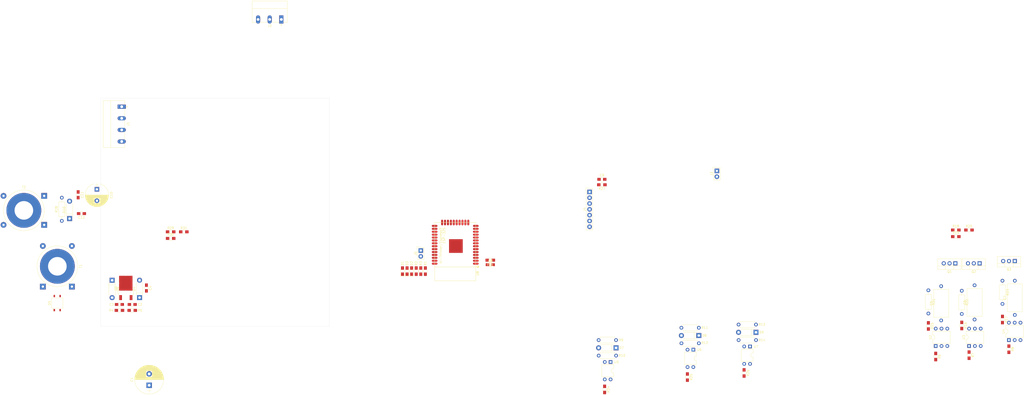
<source format=kicad_pcb>
(kicad_pcb (version 20171130) (host pcbnew 5.1.2-f72e74a~84~ubuntu18.04.1)

  (general
    (thickness 1.6)
    (drawings 4)
    (tracks 0)
    (zones 0)
    (modules 72)
    (nets 57)
  )

  (page A4)
  (layers
    (0 F.Cu signal)
    (31 B.Cu signal)
    (32 B.Adhes user)
    (33 F.Adhes user)
    (34 B.Paste user)
    (35 F.Paste user)
    (36 B.SilkS user)
    (37 F.SilkS user)
    (38 B.Mask user)
    (39 F.Mask user)
    (40 Dwgs.User user)
    (41 Cmts.User user)
    (42 Eco1.User user)
    (43 Eco2.User user)
    (44 Edge.Cuts user)
    (45 Margin user hide)
    (46 B.CrtYd user hide)
    (47 F.CrtYd user)
    (48 B.Fab user hide)
    (49 F.Fab user hide)
  )

  (setup
    (last_trace_width 0.25)
    (trace_clearance 0.2)
    (zone_clearance 0.508)
    (zone_45_only no)
    (trace_min 0.2)
    (via_size 0.8)
    (via_drill 0.4)
    (via_min_size 0.4)
    (via_min_drill 0.3)
    (uvia_size 0.3)
    (uvia_drill 0.1)
    (uvias_allowed no)
    (uvia_min_size 0.2)
    (uvia_min_drill 0.1)
    (edge_width 0.05)
    (segment_width 0.2)
    (pcb_text_width 0.3)
    (pcb_text_size 1.5 1.5)
    (mod_edge_width 0.12)
    (mod_text_size 1 1)
    (mod_text_width 0.15)
    (pad_size 1 1)
    (pad_drill 0)
    (pad_to_mask_clearance 0.051)
    (solder_mask_min_width 0.25)
    (aux_axis_origin 0 0)
    (grid_origin 100 40)
    (visible_elements FFFFFF7F)
    (pcbplotparams
      (layerselection 0x010fc_ffffffff)
      (usegerberextensions false)
      (usegerberattributes false)
      (usegerberadvancedattributes false)
      (creategerberjobfile false)
      (excludeedgelayer true)
      (linewidth 0.100000)
      (plotframeref false)
      (viasonmask false)
      (mode 1)
      (useauxorigin false)
      (hpglpennumber 1)
      (hpglpenspeed 20)
      (hpglpendiameter 15.000000)
      (psnegative false)
      (psa4output false)
      (plotreference true)
      (plotvalue true)
      (plotinvisibletext false)
      (padsonsilk false)
      (subtractmaskfromsilk false)
      (outputformat 1)
      (mirror false)
      (drillshape 1)
      (scaleselection 1)
      (outputdirectory ""))
  )

  (net 0 "")
  (net 1 +12V)
  (net 2 GND)
  (net 3 "Net-(C3-Pad1)")
  (net 4 VCC)
  (net 5 "Net-(C5-Pad1)")
  (net 6 "Net-(C5-Pad2)")
  (net 7 "Net-(C6-Pad1)")
  (net 8 "Net-(C7-Pad1)")
  (net 9 "Net-(C8-Pad1)")
  (net 10 /TRST)
  (net 11 /correnteR)
  (net 12 "Net-(D1-Pad1)")
  (net 13 "Net-(D2-Pad1)")
  (net 14 "Net-(D3-Pad1)")
  (net 15 "Net-(D5-Pad3)")
  (net 16 "Net-(D5-Pad4)")
  (net 17 "Net-(D7-Pad1)")
  (net 18 "Net-(D7-Pad2)")
  (net 19 "Net-(D8-Pad1)")
  (net 20 "Net-(D8-Pad2)")
  (net 21 "Net-(D9-Pad1)")
  (net 22 "Net-(D9-Pad2)")
  (net 23 "Net-(D10-Pad1)")
  (net 24 NEUT)
  (net 25 /TMS)
  (net 26 /TDI)
  (net 27 /TCK)
  (net 28 /TDO)
  (net 29 /RXD0)
  (net 30 /TXD0)
  (net 31 /ldOn)
  (net 32 /ldConectado)
  (net 33 /ldSobreCorrente)
  (net 34 "Net-(R6-Pad1)")
  (net 35 /chav_R)
  (net 36 "Net-(R7-Pad1)")
  (net 37 /chav_S)
  (net 38 "Net-(R8-Pad1)")
  (net 39 /chav_T)
  (net 40 "Net-(R15-Pad2)")
  (net 41 "Net-(R17-Pad2)")
  (net 42 "Net-(Q1-Pad3)")
  (net 43 "Net-(Q2-Pad3)")
  (net 44 "Net-(Q3-Pad3)")
  (net 45 /CrossZero_R)
  (net 46 /CrossZero_S)
  (net 47 /CrossZero_T)
  (net 48 "Net-(C10-Pad1)")
  (net 49 "Net-(J3-Pad1)")
  (net 50 /R)
  (net 51 /S)
  (net 52 /T)
  (net 53 "Net-(R19-Pad2)")
  (net 54 /S_CARGA)
  (net 55 /T_CARGA)
  (net 56 /R_CARGA)

  (net_class Default "This is the default net class."
    (clearance 0.2)
    (trace_width 0.25)
    (via_dia 0.8)
    (via_drill 0.4)
    (uvia_dia 0.3)
    (uvia_drill 0.1)
    (add_net +12V)
    (add_net /CrossZero_R)
    (add_net /CrossZero_S)
    (add_net /CrossZero_T)
    (add_net /R)
    (add_net /RXD0)
    (add_net /R_CARGA)
    (add_net /S)
    (add_net /S_CARGA)
    (add_net /T)
    (add_net /TCK)
    (add_net /TDI)
    (add_net /TDO)
    (add_net /TMS)
    (add_net /TRST)
    (add_net /TXD0)
    (add_net /T_CARGA)
    (add_net /chav_R)
    (add_net /chav_S)
    (add_net /chav_T)
    (add_net /correnteR)
    (add_net /correnteS)
    (add_net /correnteT)
    (add_net /ldConectado)
    (add_net /ldOn)
    (add_net /ldSobreCorrente)
    (add_net GND)
    (add_net NEUT)
    (add_net "Net-(C10-Pad1)")
    (add_net "Net-(C3-Pad1)")
    (add_net "Net-(C5-Pad1)")
    (add_net "Net-(C5-Pad2)")
    (add_net "Net-(C6-Pad1)")
    (add_net "Net-(C7-Pad1)")
    (add_net "Net-(C8-Pad1)")
    (add_net "Net-(D1-Pad1)")
    (add_net "Net-(D10-Pad1)")
    (add_net "Net-(D2-Pad1)")
    (add_net "Net-(D3-Pad1)")
    (add_net "Net-(D5-Pad3)")
    (add_net "Net-(D5-Pad4)")
    (add_net "Net-(D7-Pad1)")
    (add_net "Net-(D7-Pad2)")
    (add_net "Net-(D8-Pad1)")
    (add_net "Net-(D8-Pad2)")
    (add_net "Net-(D9-Pad1)")
    (add_net "Net-(D9-Pad2)")
    (add_net "Net-(J3-Pad1)")
    (add_net "Net-(Q1-Pad3)")
    (add_net "Net-(Q2-Pad3)")
    (add_net "Net-(Q3-Pad3)")
    (add_net "Net-(R15-Pad2)")
    (add_net "Net-(R17-Pad2)")
    (add_net "Net-(R19-Pad2)")
    (add_net "Net-(R6-Pad1)")
    (add_net "Net-(R7-Pad1)")
    (add_net "Net-(R8-Pad1)")
    (add_net "Net-(U2-Pad3)")
    (add_net "Net-(U2-Pad5)")
    (add_net "Net-(U3-Pad3)")
    (add_net "Net-(U3-Pad5)")
    (add_net "Net-(U4-Pad3)")
    (add_net "Net-(U4-Pad5)")
    (add_net "Net-(U8-Pad10)")
    (add_net "Net-(U8-Pad11)")
    (add_net "Net-(U8-Pad12)")
    (add_net "Net-(U8-Pad17)")
    (add_net "Net-(U8-Pad18)")
    (add_net "Net-(U8-Pad19)")
    (add_net "Net-(U8-Pad20)")
    (add_net "Net-(U8-Pad21)")
    (add_net "Net-(U8-Pad22)")
    (add_net "Net-(U8-Pad24)")
    (add_net "Net-(U8-Pad32)")
    (add_net "Net-(U8-Pad4)")
    (add_net "Net-(U8-Pad5)")
    (add_net "Net-(U8-Pad9)")
    (add_net VCC)
  )

  (module Resistors_SMD:R_0805_HandSoldering (layer F.Cu) (tedit 58E0A804) (tstamp 5CBD32E7)
    (at 136.35 98.6)
    (descr "Resistor SMD 0805, hand soldering")
    (tags "resistor 0805")
    (path /5D1D1058)
    (attr smd)
    (fp_text reference R31 (at 0 -1.7) (layer F.SilkS)
      (effects (font (size 1 1) (thickness 0.15)))
    )
    (fp_text value 1k (at 0 1.75) (layer F.Fab)
      (effects (font (size 1 1) (thickness 0.15)))
    )
    (fp_text user %R (at 0 0) (layer F.Fab)
      (effects (font (size 0.5 0.5) (thickness 0.075)))
    )
    (fp_line (start -1 0.62) (end -1 -0.62) (layer F.Fab) (width 0.1))
    (fp_line (start 1 0.62) (end -1 0.62) (layer F.Fab) (width 0.1))
    (fp_line (start 1 -0.62) (end 1 0.62) (layer F.Fab) (width 0.1))
    (fp_line (start -1 -0.62) (end 1 -0.62) (layer F.Fab) (width 0.1))
    (fp_line (start 0.6 0.88) (end -0.6 0.88) (layer F.SilkS) (width 0.12))
    (fp_line (start -0.6 -0.88) (end 0.6 -0.88) (layer F.SilkS) (width 0.12))
    (fp_line (start -2.35 -0.9) (end 2.35 -0.9) (layer F.CrtYd) (width 0.05))
    (fp_line (start -2.35 -0.9) (end -2.35 0.9) (layer F.CrtYd) (width 0.05))
    (fp_line (start 2.35 0.9) (end 2.35 -0.9) (layer F.CrtYd) (width 0.05))
    (fp_line (start 2.35 0.9) (end -2.35 0.9) (layer F.CrtYd) (width 0.05))
    (pad 1 smd rect (at -1.35 0) (size 1.5 1.3) (layers F.Cu F.Paste F.Mask)
      (net 11 /correnteR))
    (pad 2 smd rect (at 1.35 0) (size 1.5 1.3) (layers F.Cu F.Paste F.Mask)
      (net 23 "Net-(D10-Pad1)"))
    (model ${KISYS3DMOD}/Resistors_SMD.3dshapes/R_0805.wrl
      (at (xyz 0 0 0))
      (scale (xyz 1 1 1))
      (rotate (xyz 0 0 0))
    )
  )

  (module Resistors_SMD:R_0805_HandSoldering (layer F.Cu) (tedit 58E0A804) (tstamp 5CBD32E4)
    (at 130.6 101.48)
    (descr "Resistor SMD 0805, hand soldering")
    (tags "resistor 0805")
    (path /5CE72A64)
    (attr smd)
    (fp_text reference R30 (at 0 -1.7) (layer F.SilkS)
      (effects (font (size 1 1) (thickness 0.15)))
    )
    (fp_text value 15k (at 0 1.75) (layer F.Fab)
      (effects (font (size 1 1) (thickness 0.15)))
    )
    (fp_text user %R (at 0 0) (layer F.Fab)
      (effects (font (size 0.5 0.5) (thickness 0.075)))
    )
    (fp_line (start -1 0.62) (end -1 -0.62) (layer F.Fab) (width 0.1))
    (fp_line (start 1 0.62) (end -1 0.62) (layer F.Fab) (width 0.1))
    (fp_line (start 1 -0.62) (end 1 0.62) (layer F.Fab) (width 0.1))
    (fp_line (start -1 -0.62) (end 1 -0.62) (layer F.Fab) (width 0.1))
    (fp_line (start 0.6 0.88) (end -0.6 0.88) (layer F.SilkS) (width 0.12))
    (fp_line (start -0.6 -0.88) (end 0.6 -0.88) (layer F.SilkS) (width 0.12))
    (fp_line (start -2.35 -0.9) (end 2.35 -0.9) (layer F.CrtYd) (width 0.05))
    (fp_line (start -2.35 -0.9) (end -2.35 0.9) (layer F.CrtYd) (width 0.05))
    (fp_line (start 2.35 0.9) (end 2.35 -0.9) (layer F.CrtYd) (width 0.05))
    (fp_line (start 2.35 0.9) (end -2.35 0.9) (layer F.CrtYd) (width 0.05))
    (pad 1 smd rect (at -1.35 0) (size 1.5 1.3) (layers F.Cu F.Paste F.Mask)
      (net 4 VCC))
    (pad 2 smd rect (at 1.35 0) (size 1.5 1.3) (layers F.Cu F.Paste F.Mask)
      (net 48 "Net-(C10-Pad1)"))
    (model ${KISYS3DMOD}/Resistors_SMD.3dshapes/R_0805.wrl
      (at (xyz 0 0 0))
      (scale (xyz 1 1 1))
      (rotate (xyz 0 0 0))
    )
  )

  (module Resistors_SMD:R_0805_HandSoldering (layer F.Cu) (tedit 58E0A804) (tstamp 5CBD32E1)
    (at 130.6 98.6)
    (descr "Resistor SMD 0805, hand soldering")
    (tags "resistor 0805")
    (path /5CE7355B)
    (attr smd)
    (fp_text reference R29 (at 0 -1.7) (layer F.SilkS)
      (effects (font (size 1 1) (thickness 0.15)))
    )
    (fp_text value 15k (at 0 1.75) (layer F.Fab)
      (effects (font (size 1 1) (thickness 0.15)))
    )
    (fp_text user %R (at 0 0) (layer F.Fab)
      (effects (font (size 0.5 0.5) (thickness 0.075)))
    )
    (fp_line (start -1 0.62) (end -1 -0.62) (layer F.Fab) (width 0.1))
    (fp_line (start 1 0.62) (end -1 0.62) (layer F.Fab) (width 0.1))
    (fp_line (start 1 -0.62) (end 1 0.62) (layer F.Fab) (width 0.1))
    (fp_line (start -1 -0.62) (end 1 -0.62) (layer F.Fab) (width 0.1))
    (fp_line (start 0.6 0.88) (end -0.6 0.88) (layer F.SilkS) (width 0.12))
    (fp_line (start -0.6 -0.88) (end 0.6 -0.88) (layer F.SilkS) (width 0.12))
    (fp_line (start -2.35 -0.9) (end 2.35 -0.9) (layer F.CrtYd) (width 0.05))
    (fp_line (start -2.35 -0.9) (end -2.35 0.9) (layer F.CrtYd) (width 0.05))
    (fp_line (start 2.35 0.9) (end 2.35 -0.9) (layer F.CrtYd) (width 0.05))
    (fp_line (start 2.35 0.9) (end -2.35 0.9) (layer F.CrtYd) (width 0.05))
    (pad 1 smd rect (at -1.35 0) (size 1.5 1.3) (layers F.Cu F.Paste F.Mask)
      (net 48 "Net-(C10-Pad1)"))
    (pad 2 smd rect (at 1.35 0) (size 1.5 1.3) (layers F.Cu F.Paste F.Mask)
      (net 2 GND))
    (model ${KISYS3DMOD}/Resistors_SMD.3dshapes/R_0805.wrl
      (at (xyz 0 0 0))
      (scale (xyz 1 1 1))
      (rotate (xyz 0 0 0))
    )
  )

  (module Resistors_THT:R_Axial_DIN0207_L6.3mm_D2.5mm_P10.16mm_Horizontal (layer F.Cu) (tedit 5874F706) (tstamp 5CBB4B5B)
    (at 83 93.8 90)
    (descr "Resistor, Axial_DIN0207 series, Axial, Horizontal, pin pitch=10.16mm, 0.25W = 1/4W, length*diameter=6.3*2.5mm^2, http://cdn-reichelt.de/documents/datenblatt/B400/1_4W%23YAG.pdf")
    (tags "Resistor Axial_DIN0207 series Axial Horizontal pin pitch 10.16mm 0.25W = 1/4W length 6.3mm diameter 2.5mm")
    (path /5CE477B2)
    (fp_text reference R28 (at 5.08 -2.31 90) (layer F.SilkS)
      (effects (font (size 1 1) (thickness 0.15)))
    )
    (fp_text value 33R@1W (at 5.08 2.31 90) (layer F.Fab)
      (effects (font (size 1 1) (thickness 0.15)))
    )
    (fp_line (start 1.93 -1.25) (end 1.93 1.25) (layer F.Fab) (width 0.1))
    (fp_line (start 1.93 1.25) (end 8.23 1.25) (layer F.Fab) (width 0.1))
    (fp_line (start 8.23 1.25) (end 8.23 -1.25) (layer F.Fab) (width 0.1))
    (fp_line (start 8.23 -1.25) (end 1.93 -1.25) (layer F.Fab) (width 0.1))
    (fp_line (start 0 0) (end 1.93 0) (layer F.Fab) (width 0.1))
    (fp_line (start 10.16 0) (end 8.23 0) (layer F.Fab) (width 0.1))
    (fp_line (start 1.87 -1.31) (end 1.87 1.31) (layer F.SilkS) (width 0.12))
    (fp_line (start 1.87 1.31) (end 8.29 1.31) (layer F.SilkS) (width 0.12))
    (fp_line (start 8.29 1.31) (end 8.29 -1.31) (layer F.SilkS) (width 0.12))
    (fp_line (start 8.29 -1.31) (end 1.87 -1.31) (layer F.SilkS) (width 0.12))
    (fp_line (start 0.98 0) (end 1.87 0) (layer F.SilkS) (width 0.12))
    (fp_line (start 9.18 0) (end 8.29 0) (layer F.SilkS) (width 0.12))
    (fp_line (start -1.05 -1.6) (end -1.05 1.6) (layer F.CrtYd) (width 0.05))
    (fp_line (start -1.05 1.6) (end 11.25 1.6) (layer F.CrtYd) (width 0.05))
    (fp_line (start 11.25 1.6) (end 11.25 -1.6) (layer F.CrtYd) (width 0.05))
    (fp_line (start 11.25 -1.6) (end -1.05 -1.6) (layer F.CrtYd) (width 0.05))
    (pad 1 thru_hole circle (at 0 0 90) (size 1.6 1.6) (drill 0.8) (layers *.Cu *.Mask)
      (net 23 "Net-(D10-Pad1)"))
    (pad 2 thru_hole oval (at 10.16 0 90) (size 1.6 1.6) (drill 0.8) (layers *.Cu *.Mask)
      (net 48 "Net-(C10-Pad1)"))
    (model ${KISYS3DMOD}/Resistors_THT.3dshapes/R_Axial_DIN0207_L6.3mm_D2.5mm_P10.16mm_Horizontal.wrl
      (at (xyz 0 0 0))
      (scale (xyz 0.393701 0.393701 0.393701))
      (rotate (xyz 0 0 0))
    )
  )

  (module Resistors_SMD:R_0805_HandSoldering (layer F.Cu) (tedit 58E0A804) (tstamp 5CBAEC71)
    (at 356.6 162.2 270)
    (descr "Resistor SMD 0805, hand soldering")
    (tags "resistor 0805")
    (path /5CDE68AA)
    (attr smd)
    (fp_text reference R25 (at 0 -1.7 90) (layer F.SilkS)
      (effects (font (size 1 1) (thickness 0.15)))
    )
    (fp_text value 10k (at 0 1.75 90) (layer F.Fab)
      (effects (font (size 1 1) (thickness 0.15)))
    )
    (fp_text user %R (at 0 0 90) (layer F.Fab)
      (effects (font (size 0.5 0.5) (thickness 0.075)))
    )
    (fp_line (start -1 0.62) (end -1 -0.62) (layer F.Fab) (width 0.1))
    (fp_line (start 1 0.62) (end -1 0.62) (layer F.Fab) (width 0.1))
    (fp_line (start 1 -0.62) (end 1 0.62) (layer F.Fab) (width 0.1))
    (fp_line (start -1 -0.62) (end 1 -0.62) (layer F.Fab) (width 0.1))
    (fp_line (start 0.6 0.88) (end -0.6 0.88) (layer F.SilkS) (width 0.12))
    (fp_line (start -0.6 -0.88) (end 0.6 -0.88) (layer F.SilkS) (width 0.12))
    (fp_line (start -2.35 -0.9) (end 2.35 -0.9) (layer F.CrtYd) (width 0.05))
    (fp_line (start -2.35 -0.9) (end -2.35 0.9) (layer F.CrtYd) (width 0.05))
    (fp_line (start 2.35 0.9) (end 2.35 -0.9) (layer F.CrtYd) (width 0.05))
    (fp_line (start 2.35 0.9) (end -2.35 0.9) (layer F.CrtYd) (width 0.05))
    (pad 1 smd rect (at -1.35 0 270) (size 1.5 1.3) (layers F.Cu F.Paste F.Mask)
      (net 46 /CrossZero_S))
    (pad 2 smd rect (at 1.35 0 270) (size 1.5 1.3) (layers F.Cu F.Paste F.Mask)
      (net 2 GND))
    (model ${KISYS3DMOD}/Resistors_SMD.3dshapes/R_0805.wrl
      (at (xyz 0 0 0))
      (scale (xyz 1 1 1))
      (rotate (xyz 0 0 0))
    )
  )

  (module Resistors_THT:R_Axial_DIN0207_L6.3mm_D2.5mm_P10.16mm_Horizontal (layer F.Cu) (tedit 5874F706) (tstamp 5CBAEC6B)
    (at 494.4 120 270)
    (descr "Resistor, Axial_DIN0207 series, Axial, Horizontal, pin pitch=10.16mm, 0.25W = 1/4W, length*diameter=6.3*2.5mm^2, http://cdn-reichelt.de/documents/datenblatt/B400/1_4W%23YAG.pdf")
    (tags "Resistor Axial_DIN0207 series Axial Horizontal pin pitch 10.16mm 0.25W = 1/4W length 6.3mm diameter 2.5mm")
    (path /5CC3A29F)
    (fp_text reference R23 (at 5.08 -2.31 90) (layer F.SilkS)
      (effects (font (size 1 1) (thickness 0.15)))
    )
    (fp_text value 47R@1W (at 5.08 2.31 90) (layer F.Fab)
      (effects (font (size 1 1) (thickness 0.15)))
    )
    (fp_line (start 1.93 -1.25) (end 1.93 1.25) (layer F.Fab) (width 0.1))
    (fp_line (start 1.93 1.25) (end 8.23 1.25) (layer F.Fab) (width 0.1))
    (fp_line (start 8.23 1.25) (end 8.23 -1.25) (layer F.Fab) (width 0.1))
    (fp_line (start 8.23 -1.25) (end 1.93 -1.25) (layer F.Fab) (width 0.1))
    (fp_line (start 0 0) (end 1.93 0) (layer F.Fab) (width 0.1))
    (fp_line (start 10.16 0) (end 8.23 0) (layer F.Fab) (width 0.1))
    (fp_line (start 1.87 -1.31) (end 1.87 1.31) (layer F.SilkS) (width 0.12))
    (fp_line (start 1.87 1.31) (end 8.29 1.31) (layer F.SilkS) (width 0.12))
    (fp_line (start 8.29 1.31) (end 8.29 -1.31) (layer F.SilkS) (width 0.12))
    (fp_line (start 8.29 -1.31) (end 1.87 -1.31) (layer F.SilkS) (width 0.12))
    (fp_line (start 0.98 0) (end 1.87 0) (layer F.SilkS) (width 0.12))
    (fp_line (start 9.18 0) (end 8.29 0) (layer F.SilkS) (width 0.12))
    (fp_line (start -1.05 -1.6) (end -1.05 1.6) (layer F.CrtYd) (width 0.05))
    (fp_line (start -1.05 1.6) (end 11.25 1.6) (layer F.CrtYd) (width 0.05))
    (fp_line (start 11.25 1.6) (end 11.25 -1.6) (layer F.CrtYd) (width 0.05))
    (fp_line (start 11.25 -1.6) (end -1.05 -1.6) (layer F.CrtYd) (width 0.05))
    (pad 1 thru_hole circle (at 0 0 270) (size 1.6 1.6) (drill 0.8) (layers *.Cu *.Mask)
      (net 52 /T))
    (pad 2 thru_hole oval (at 10.16 0 270) (size 1.6 1.6) (drill 0.8) (layers *.Cu *.Mask)
      (net 8 "Net-(C7-Pad1)"))
    (model ${KISYS3DMOD}/Resistors_THT.3dshapes/R_Axial_DIN0207_L6.3mm_D2.5mm_P10.16mm_Horizontal.wrl
      (at (xyz 0 0 0))
      (scale (xyz 0.393701 0.393701 0.393701))
      (rotate (xyz 0 0 0))
    )
  )

  (module Resistors_THT:R_Axial_DIN0207_L6.3mm_D2.5mm_P10.16mm_Horizontal (layer F.Cu) (tedit 5874F706) (tstamp 5CBAEC68)
    (at 476.6 124.4 270)
    (descr "Resistor, Axial_DIN0207 series, Axial, Horizontal, pin pitch=10.16mm, 0.25W = 1/4W, length*diameter=6.3*2.5mm^2, http://cdn-reichelt.de/documents/datenblatt/B400/1_4W%23YAG.pdf")
    (tags "Resistor Axial_DIN0207 series Axial Horizontal pin pitch 10.16mm 0.25W = 1/4W length 6.3mm diameter 2.5mm")
    (path /5CC31D70)
    (fp_text reference R22 (at 5.08 -2.31 90) (layer F.SilkS)
      (effects (font (size 1 1) (thickness 0.15)))
    )
    (fp_text value 47R@1W (at 5.08 2.31 90) (layer F.Fab)
      (effects (font (size 1 1) (thickness 0.15)))
    )
    (fp_line (start 1.93 -1.25) (end 1.93 1.25) (layer F.Fab) (width 0.1))
    (fp_line (start 1.93 1.25) (end 8.23 1.25) (layer F.Fab) (width 0.1))
    (fp_line (start 8.23 1.25) (end 8.23 -1.25) (layer F.Fab) (width 0.1))
    (fp_line (start 8.23 -1.25) (end 1.93 -1.25) (layer F.Fab) (width 0.1))
    (fp_line (start 0 0) (end 1.93 0) (layer F.Fab) (width 0.1))
    (fp_line (start 10.16 0) (end 8.23 0) (layer F.Fab) (width 0.1))
    (fp_line (start 1.87 -1.31) (end 1.87 1.31) (layer F.SilkS) (width 0.12))
    (fp_line (start 1.87 1.31) (end 8.29 1.31) (layer F.SilkS) (width 0.12))
    (fp_line (start 8.29 1.31) (end 8.29 -1.31) (layer F.SilkS) (width 0.12))
    (fp_line (start 8.29 -1.31) (end 1.87 -1.31) (layer F.SilkS) (width 0.12))
    (fp_line (start 0.98 0) (end 1.87 0) (layer F.SilkS) (width 0.12))
    (fp_line (start 9.18 0) (end 8.29 0) (layer F.SilkS) (width 0.12))
    (fp_line (start -1.05 -1.6) (end -1.05 1.6) (layer F.CrtYd) (width 0.05))
    (fp_line (start -1.05 1.6) (end 11.25 1.6) (layer F.CrtYd) (width 0.05))
    (fp_line (start 11.25 1.6) (end 11.25 -1.6) (layer F.CrtYd) (width 0.05))
    (fp_line (start 11.25 -1.6) (end -1.05 -1.6) (layer F.CrtYd) (width 0.05))
    (pad 1 thru_hole circle (at 0 0 270) (size 1.6 1.6) (drill 0.8) (layers *.Cu *.Mask)
      (net 51 /S))
    (pad 2 thru_hole oval (at 10.16 0 270) (size 1.6 1.6) (drill 0.8) (layers *.Cu *.Mask)
      (net 7 "Net-(C6-Pad1)"))
    (model ${KISYS3DMOD}/Resistors_THT.3dshapes/R_Axial_DIN0207_L6.3mm_D2.5mm_P10.16mm_Horizontal.wrl
      (at (xyz 0 0 0))
      (scale (xyz 0.393701 0.393701 0.393701))
      (rotate (xyz 0 0 0))
    )
  )

  (module Resistors_THT:R_Axial_DIN0207_L6.3mm_D2.5mm_P10.16mm_Horizontal (layer F.Cu) (tedit 5874F706) (tstamp 5CBB1682)
    (at 462 124.2 270)
    (descr "Resistor, Axial_DIN0207 series, Axial, Horizontal, pin pitch=10.16mm, 0.25W = 1/4W, length*diameter=6.3*2.5mm^2, http://cdn-reichelt.de/documents/datenblatt/B400/1_4W%23YAG.pdf")
    (tags "Resistor Axial_DIN0207 series Axial Horizontal pin pitch 10.16mm 0.25W = 1/4W length 6.3mm diameter 2.5mm")
    (path /5CB1895C)
    (fp_text reference R21 (at 5.08 -2.31 90) (layer F.SilkS)
      (effects (font (size 1 1) (thickness 0.15)))
    )
    (fp_text value 47R@1W (at 5.08 2.31 90) (layer F.Fab)
      (effects (font (size 1 1) (thickness 0.15)))
    )
    (fp_line (start 1.93 -1.25) (end 1.93 1.25) (layer F.Fab) (width 0.1))
    (fp_line (start 1.93 1.25) (end 8.23 1.25) (layer F.Fab) (width 0.1))
    (fp_line (start 8.23 1.25) (end 8.23 -1.25) (layer F.Fab) (width 0.1))
    (fp_line (start 8.23 -1.25) (end 1.93 -1.25) (layer F.Fab) (width 0.1))
    (fp_line (start 0 0) (end 1.93 0) (layer F.Fab) (width 0.1))
    (fp_line (start 10.16 0) (end 8.23 0) (layer F.Fab) (width 0.1))
    (fp_line (start 1.87 -1.31) (end 1.87 1.31) (layer F.SilkS) (width 0.12))
    (fp_line (start 1.87 1.31) (end 8.29 1.31) (layer F.SilkS) (width 0.12))
    (fp_line (start 8.29 1.31) (end 8.29 -1.31) (layer F.SilkS) (width 0.12))
    (fp_line (start 8.29 -1.31) (end 1.87 -1.31) (layer F.SilkS) (width 0.12))
    (fp_line (start 0.98 0) (end 1.87 0) (layer F.SilkS) (width 0.12))
    (fp_line (start 9.18 0) (end 8.29 0) (layer F.SilkS) (width 0.12))
    (fp_line (start -1.05 -1.6) (end -1.05 1.6) (layer F.CrtYd) (width 0.05))
    (fp_line (start -1.05 1.6) (end 11.25 1.6) (layer F.CrtYd) (width 0.05))
    (fp_line (start 11.25 1.6) (end 11.25 -1.6) (layer F.CrtYd) (width 0.05))
    (fp_line (start 11.25 -1.6) (end -1.05 -1.6) (layer F.CrtYd) (width 0.05))
    (pad 1 thru_hole circle (at 0 0 270) (size 1.6 1.6) (drill 0.8) (layers *.Cu *.Mask)
      (net 50 /R))
    (pad 2 thru_hole oval (at 10.16 0 270) (size 1.6 1.6) (drill 0.8) (layers *.Cu *.Mask)
      (net 5 "Net-(C5-Pad1)"))
    (model ${KISYS3DMOD}/Resistors_THT.3dshapes/R_Axial_DIN0207_L6.3mm_D2.5mm_P10.16mm_Horizontal.wrl
      (at (xyz 0 0 0))
      (scale (xyz 0.393701 0.393701 0.393701))
      (rotate (xyz 0 0 0))
    )
  )

  (module Resistors_SMD:R_0805_HandSoldering (layer F.Cu) (tedit 58E0A804) (tstamp 5CBCCEC8)
    (at 479.75 97.8)
    (descr "Resistor SMD 0805, hand soldering")
    (tags "resistor 0805")
    (path /5CE734C3)
    (attr smd)
    (fp_text reference R20 (at 0 -1.7) (layer F.SilkS)
      (effects (font (size 1 1) (thickness 0.15)))
    )
    (fp_text value 390R (at 0 1.75) (layer F.Fab)
      (effects (font (size 1 1) (thickness 0.15)))
    )
    (fp_text user %R (at 0 0) (layer F.Fab)
      (effects (font (size 0.5 0.5) (thickness 0.075)))
    )
    (fp_line (start -1 0.62) (end -1 -0.62) (layer F.Fab) (width 0.1))
    (fp_line (start 1 0.62) (end -1 0.62) (layer F.Fab) (width 0.1))
    (fp_line (start 1 -0.62) (end 1 0.62) (layer F.Fab) (width 0.1))
    (fp_line (start -1 -0.62) (end 1 -0.62) (layer F.Fab) (width 0.1))
    (fp_line (start 0.6 0.88) (end -0.6 0.88) (layer F.SilkS) (width 0.12))
    (fp_line (start -0.6 -0.88) (end 0.6 -0.88) (layer F.SilkS) (width 0.12))
    (fp_line (start -2.35 -0.9) (end 2.35 -0.9) (layer F.CrtYd) (width 0.05))
    (fp_line (start -2.35 -0.9) (end -2.35 0.9) (layer F.CrtYd) (width 0.05))
    (fp_line (start 2.35 0.9) (end 2.35 -0.9) (layer F.CrtYd) (width 0.05))
    (fp_line (start 2.35 0.9) (end -2.35 0.9) (layer F.CrtYd) (width 0.05))
    (pad 1 smd rect (at -1.35 0) (size 1.5 1.3) (layers F.Cu F.Paste F.Mask)
      (net 55 /T_CARGA))
    (pad 2 smd rect (at 1.35 0) (size 1.5 1.3) (layers F.Cu F.Paste F.Mask)
      (net 42 "Net-(Q1-Pad3)"))
    (model ${KISYS3DMOD}/Resistors_SMD.3dshapes/R_0805.wrl
      (at (xyz 0 0 0))
      (scale (xyz 1 1 1))
      (rotate (xyz 0 0 0))
    )
  )

  (module Resistors_SMD:R_0805_HandSoldering (layer F.Cu) (tedit 58E0A804) (tstamp 5CBCCEC5)
    (at 474 100.68)
    (descr "Resistor SMD 0805, hand soldering")
    (tags "resistor 0805")
    (path /5CC3A292)
    (attr smd)
    (fp_text reference R19 (at 0 -1.7) (layer F.SilkS)
      (effects (font (size 1 1) (thickness 0.15)))
    )
    (fp_text value 150R (at 0 1.75) (layer F.Fab)
      (effects (font (size 1 1) (thickness 0.15)))
    )
    (fp_text user %R (at 0 0) (layer F.Fab)
      (effects (font (size 0.5 0.5) (thickness 0.075)))
    )
    (fp_line (start -1 0.62) (end -1 -0.62) (layer F.Fab) (width 0.1))
    (fp_line (start 1 0.62) (end -1 0.62) (layer F.Fab) (width 0.1))
    (fp_line (start 1 -0.62) (end 1 0.62) (layer F.Fab) (width 0.1))
    (fp_line (start -1 -0.62) (end 1 -0.62) (layer F.Fab) (width 0.1))
    (fp_line (start 0.6 0.88) (end -0.6 0.88) (layer F.SilkS) (width 0.12))
    (fp_line (start -0.6 -0.88) (end 0.6 -0.88) (layer F.SilkS) (width 0.12))
    (fp_line (start -2.35 -0.9) (end 2.35 -0.9) (layer F.CrtYd) (width 0.05))
    (fp_line (start -2.35 -0.9) (end -2.35 0.9) (layer F.CrtYd) (width 0.05))
    (fp_line (start 2.35 0.9) (end 2.35 -0.9) (layer F.CrtYd) (width 0.05))
    (fp_line (start 2.35 0.9) (end -2.35 0.9) (layer F.CrtYd) (width 0.05))
    (pad 1 smd rect (at -1.35 0) (size 1.5 1.3) (layers F.Cu F.Paste F.Mask)
      (net 8 "Net-(C7-Pad1)"))
    (pad 2 smd rect (at 1.35 0) (size 1.5 1.3) (layers F.Cu F.Paste F.Mask)
      (net 53 "Net-(R19-Pad2)"))
    (model ${KISYS3DMOD}/Resistors_SMD.3dshapes/R_0805.wrl
      (at (xyz 0 0 0))
      (scale (xyz 1 1 1))
      (rotate (xyz 0 0 0))
    )
  )

  (module Resistors_SMD:R_0805_HandSoldering (layer F.Cu) (tedit 58E0A804) (tstamp 5CBCCEC2)
    (at 474 97.8)
    (descr "Resistor SMD 0805, hand soldering")
    (tags "resistor 0805")
    (path /5CE72D70)
    (attr smd)
    (fp_text reference R18 (at 0 -1.7) (layer F.SilkS)
      (effects (font (size 1 1) (thickness 0.15)))
    )
    (fp_text value 390R (at 0 1.75) (layer F.Fab)
      (effects (font (size 1 1) (thickness 0.15)))
    )
    (fp_text user %R (at 0 0) (layer F.Fab)
      (effects (font (size 0.5 0.5) (thickness 0.075)))
    )
    (fp_line (start -1 0.62) (end -1 -0.62) (layer F.Fab) (width 0.1))
    (fp_line (start 1 0.62) (end -1 0.62) (layer F.Fab) (width 0.1))
    (fp_line (start 1 -0.62) (end 1 0.62) (layer F.Fab) (width 0.1))
    (fp_line (start -1 -0.62) (end 1 -0.62) (layer F.Fab) (width 0.1))
    (fp_line (start 0.6 0.88) (end -0.6 0.88) (layer F.SilkS) (width 0.12))
    (fp_line (start -0.6 -0.88) (end 0.6 -0.88) (layer F.SilkS) (width 0.12))
    (fp_line (start -2.35 -0.9) (end 2.35 -0.9) (layer F.CrtYd) (width 0.05))
    (fp_line (start -2.35 -0.9) (end -2.35 0.9) (layer F.CrtYd) (width 0.05))
    (fp_line (start 2.35 0.9) (end 2.35 -0.9) (layer F.CrtYd) (width 0.05))
    (fp_line (start 2.35 0.9) (end -2.35 0.9) (layer F.CrtYd) (width 0.05))
    (pad 1 smd rect (at -1.35 0) (size 1.5 1.3) (layers F.Cu F.Paste F.Mask)
      (net 54 /S_CARGA))
    (pad 2 smd rect (at 1.35 0) (size 1.5 1.3) (layers F.Cu F.Paste F.Mask)
      (net 44 "Net-(Q3-Pad3)"))
    (model ${KISYS3DMOD}/Resistors_SMD.3dshapes/R_0805.wrl
      (at (xyz 0 0 0))
      (scale (xyz 1 1 1))
      (rotate (xyz 0 0 0))
    )
  )

  (module ESP32-footprints-Lib:ESP-32S (layer F.Cu) (tedit 58152DB7) (tstamp 5CBAECD1)
    (at 255 103 180)
    (path /5CBD099F)
    (fp_text reference U8 (at -9.9 -13.8 270) (layer F.SilkS)
      (effects (font (size 1 1) (thickness 0.15)))
    )
    (fp_text value ESP32S (at 0.7 -12.3) (layer F.Fab)
      (effects (font (size 1 1) (thickness 0.15)))
    )
    (fp_line (start 8.947434 -17.017338) (end -9.052566 -17.017338) (layer F.SilkS) (width 0.15))
    (fp_line (start 8.947434 8.482662) (end -9.052566 8.482662) (layer F.SilkS) (width 0.15))
    (fp_line (start 8.947434 -17.017338) (end 8.947434 8.482662) (layer F.SilkS) (width 0.15))
    (fp_line (start -9.052566 -17.017338) (end -9.052566 8.482662) (layer F.SilkS) (width 0.15))
    (fp_line (start 8.947434 -11.017338) (end -9.052566 -11.017338) (layer F.SilkS) (width 0.15))
    (fp_text user ESP-32S (at 4.8 2.8 90) (layer F.SilkS)
      (effects (font (size 1 1) (thickness 0.15)))
    )
    (fp_circle (center -9.958566 -10.871338) (end -10.085566 -11.125338) (layer F.SilkS) (width 0.5))
    (fp_text user AI-Thinker/Espressif (at 6.3 -1.6 90) (layer F.SilkS)
      (effects (font (size 1 1) (thickness 0.15)))
    )
    (pad 39 smd rect (at -0.352566 -1.817338) (size 6 6) (layers F.Cu F.Paste F.Mask)
      (net 2 GND))
    (pad 1 smd oval (at -9.052566 -9.517338) (size 2.5 0.9) (layers F.Cu F.Paste F.Mask)
      (net 2 GND))
    (pad 2 smd oval (at -9.052566 -8.247338) (size 2.5 0.9) (layers F.Cu F.Paste F.Mask)
      (net 9 "Net-(C8-Pad1)"))
    (pad 3 smd oval (at -9.052566 -6.977338) (size 2.5 0.9) (layers F.Cu F.Paste F.Mask)
      (net 10 /TRST))
    (pad 4 smd oval (at -9.052566 -5.707338) (size 2.5 0.9) (layers F.Cu F.Paste F.Mask))
    (pad 5 smd oval (at -9.052566 -4.437338) (size 2.5 0.9) (layers F.Cu F.Paste F.Mask))
    (pad 6 smd oval (at -9.052566 -3.167338) (size 2.5 0.9) (layers F.Cu F.Paste F.Mask)
      (net 11 /correnteR))
    (pad 7 smd oval (at -9.052566 -1.897338) (size 2.5 0.9) (layers F.Cu F.Paste F.Mask))
    (pad 8 smd oval (at -9.052566 -0.627338) (size 2.5 0.9) (layers F.Cu F.Paste F.Mask))
    (pad 9 smd oval (at -9.052566 0.642662) (size 2.5 0.9) (layers F.Cu F.Paste F.Mask))
    (pad 10 smd oval (at -9.052566 1.912662) (size 2.5 0.9) (layers F.Cu F.Paste F.Mask))
    (pad 11 smd oval (at -9.052566 3.182662) (size 2.5 0.9) (layers F.Cu F.Paste F.Mask))
    (pad 12 smd oval (at -9.052566 4.452662) (size 2.5 0.9) (layers F.Cu F.Paste F.Mask))
    (pad 13 smd oval (at -9.052566 5.722662) (size 2.5 0.9) (layers F.Cu F.Paste F.Mask)
      (net 25 /TMS))
    (pad 14 smd oval (at -9.052566 6.992662) (size 2.5 0.9) (layers F.Cu F.Paste F.Mask)
      (net 26 /TDI))
    (pad 15 smd oval (at -5.767566 8.482662) (size 0.9 2.5) (layers F.Cu F.Paste F.Mask)
      (net 2 GND))
    (pad 16 smd oval (at -4.497566 8.482662) (size 0.9 2.5) (layers F.Cu F.Paste F.Mask)
      (net 27 /TCK))
    (pad 17 smd oval (at -3.227566 8.482662) (size 0.9 2.5) (layers F.Cu F.Paste F.Mask))
    (pad 18 smd oval (at -1.957566 8.482662) (size 0.9 2.5) (layers F.Cu F.Paste F.Mask))
    (pad 19 smd oval (at -0.687566 8.482662) (size 0.9 2.5) (layers F.Cu F.Paste F.Mask))
    (pad 20 smd oval (at 0.582434 8.482662) (size 0.9 2.5) (layers F.Cu F.Paste F.Mask))
    (pad 21 smd oval (at 1.852434 8.482662) (size 0.9 2.5) (layers F.Cu F.Paste F.Mask))
    (pad 22 smd oval (at 3.122434 8.482662) (size 0.9 2.5) (layers F.Cu F.Paste F.Mask))
    (pad 23 smd oval (at 4.392434 8.482662) (size 0.9 2.5) (layers F.Cu F.Paste F.Mask)
      (net 28 /TDO))
    (pad 24 smd oval (at 5.662434 8.482662) (size 0.9 2.5) (layers F.Cu F.Paste F.Mask))
    (pad 25 smd oval (at 8.947434 6.992662) (size 2.5 0.9) (layers F.Cu F.Paste F.Mask)
      (net 49 "Net-(J3-Pad1)"))
    (pad 26 smd oval (at 8.947434 5.722662) (size 2.5 0.9) (layers F.Cu F.Paste F.Mask)
      (net 45 /CrossZero_R))
    (pad 27 smd oval (at 8.947434 4.452662) (size 2.5 0.9) (layers F.Cu F.Paste F.Mask)
      (net 46 /CrossZero_S))
    (pad 28 smd oval (at 8.947434 3.182662) (size 2.5 0.9) (layers F.Cu F.Paste F.Mask)
      (net 47 /CrossZero_T))
    (pad 29 smd oval (at 8.947434 1.912662) (size 2.5 0.9) (layers F.Cu F.Paste F.Mask)
      (net 35 /chav_R))
    (pad 30 smd oval (at 8.947434 0.642662) (size 2.5 0.9) (layers F.Cu F.Paste F.Mask)
      (net 37 /chav_S))
    (pad 31 smd oval (at 8.947434 -0.627338) (size 2.5 0.9) (layers F.Cu F.Paste F.Mask)
      (net 39 /chav_T))
    (pad 32 smd oval (at 8.947434 -1.897338) (size 2.5 0.9) (layers F.Cu F.Paste F.Mask))
    (pad 33 smd oval (at 8.947434 -3.167338) (size 2.5 0.9) (layers F.Cu F.Paste F.Mask)
      (net 32 /ldConectado))
    (pad 34 smd oval (at 8.947434 -4.437338) (size 2.5 0.9) (layers F.Cu F.Paste F.Mask)
      (net 29 /RXD0))
    (pad 35 smd oval (at 8.947434 -5.707338) (size 2.5 0.9) (layers F.Cu F.Paste F.Mask)
      (net 30 /TXD0))
    (pad 36 smd oval (at 8.947434 -6.977338) (size 2.5 0.9) (layers F.Cu F.Paste F.Mask)
      (net 33 /ldSobreCorrente))
    (pad 37 smd oval (at 8.947434 -8.247338) (size 2.5 0.9) (layers F.Cu F.Paste F.Mask)
      (net 31 /ldOn))
    (pad 38 smd oval (at 8.947434 -9.517338) (size 2.5 0.9) (layers F.Cu F.Paste F.Mask)
      (net 2 GND))
  )

  (module Housings_DIP:DIP-4_W7.62mm (layer F.Cu) (tedit 59C78D6B) (tstamp 5CBB584B)
    (at 384 148.8 270)
    (descr "4-lead though-hole mounted DIP package, row spacing 7.62 mm (300 mils)")
    (tags "THT DIP DIL PDIP 2.54mm 7.62mm 300mil")
    (path /5CA99488)
    (fp_text reference U7 (at 0 -2.6 180) (layer F.SilkS)
      (effects (font (size 1 1) (thickness 0.15)))
    )
    (fp_text value PC817 (at 3.81 4.87 90) (layer F.Fab)
      (effects (font (size 1 1) (thickness 0.15)))
    )
    (fp_arc (start 3.81 -1.33) (end 2.81 -1.33) (angle -180) (layer F.SilkS) (width 0.12))
    (fp_line (start 1.635 -1.27) (end 6.985 -1.27) (layer F.Fab) (width 0.1))
    (fp_line (start 6.985 -1.27) (end 6.985 3.81) (layer F.Fab) (width 0.1))
    (fp_line (start 6.985 3.81) (end 0.635 3.81) (layer F.Fab) (width 0.1))
    (fp_line (start 0.635 3.81) (end 0.635 -0.27) (layer F.Fab) (width 0.1))
    (fp_line (start 0.635 -0.27) (end 1.635 -1.27) (layer F.Fab) (width 0.1))
    (fp_line (start 2.81 -1.33) (end 1.16 -1.33) (layer F.SilkS) (width 0.12))
    (fp_line (start 1.16 -1.33) (end 1.16 3.87) (layer F.SilkS) (width 0.12))
    (fp_line (start 1.16 3.87) (end 6.46 3.87) (layer F.SilkS) (width 0.12))
    (fp_line (start 6.46 3.87) (end 6.46 -1.33) (layer F.SilkS) (width 0.12))
    (fp_line (start 6.46 -1.33) (end 4.81 -1.33) (layer F.SilkS) (width 0.12))
    (fp_line (start -1.1 -1.55) (end -1.1 4.1) (layer F.CrtYd) (width 0.05))
    (fp_line (start -1.1 4.1) (end 8.7 4.1) (layer F.CrtYd) (width 0.05))
    (fp_line (start 8.7 4.1) (end 8.7 -1.55) (layer F.CrtYd) (width 0.05))
    (fp_line (start 8.7 -1.55) (end -1.1 -1.55) (layer F.CrtYd) (width 0.05))
    (fp_text user %R (at 3.81 1.27 90) (layer F.Fab)
      (effects (font (size 1 1) (thickness 0.15)))
    )
    (pad 1 thru_hole rect (at 0 0 270) (size 1.6 1.6) (drill 0.8) (layers *.Cu *.Mask)
      (net 21 "Net-(D9-Pad1)"))
    (pad 3 thru_hole oval (at 7.62 2.54 270) (size 1.6 1.6) (drill 0.8) (layers *.Cu *.Mask)
      (net 47 /CrossZero_T))
    (pad 2 thru_hole oval (at 0 2.54 270) (size 1.6 1.6) (drill 0.8) (layers *.Cu *.Mask)
      (net 22 "Net-(D9-Pad2)"))
    (pad 4 thru_hole oval (at 7.62 0 270) (size 1.6 1.6) (drill 0.8) (layers *.Cu *.Mask)
      (net 4 VCC))
    (model ${KISYS3DMOD}/Housings_DIP.3dshapes/DIP-4_W7.62mm.wrl
      (at (xyz 0 0 0))
      (scale (xyz 1 1 1))
      (rotate (xyz 0 0 0))
    )
  )

  (module Housings_DIP:DIP-4_W7.62mm (layer F.Cu) (tedit 59C78D6B) (tstamp 5CBAEC9B)
    (at 359.2 150.2 270)
    (descr "4-lead though-hole mounted DIP package, row spacing 7.62 mm (300 mils)")
    (tags "THT DIP DIL PDIP 2.54mm 7.62mm 300mil")
    (path /5CAB6C3B)
    (fp_text reference U6 (at 0 -2.6 180) (layer F.SilkS)
      (effects (font (size 1 1) (thickness 0.15)))
    )
    (fp_text value PC817 (at 3.81 4.87 90) (layer F.Fab)
      (effects (font (size 1 1) (thickness 0.15)))
    )
    (fp_arc (start 3.81 -1.33) (end 2.81 -1.33) (angle -180) (layer F.SilkS) (width 0.12))
    (fp_line (start 1.635 -1.27) (end 6.985 -1.27) (layer F.Fab) (width 0.1))
    (fp_line (start 6.985 -1.27) (end 6.985 3.81) (layer F.Fab) (width 0.1))
    (fp_line (start 6.985 3.81) (end 0.635 3.81) (layer F.Fab) (width 0.1))
    (fp_line (start 0.635 3.81) (end 0.635 -0.27) (layer F.Fab) (width 0.1))
    (fp_line (start 0.635 -0.27) (end 1.635 -1.27) (layer F.Fab) (width 0.1))
    (fp_line (start 2.81 -1.33) (end 1.16 -1.33) (layer F.SilkS) (width 0.12))
    (fp_line (start 1.16 -1.33) (end 1.16 3.87) (layer F.SilkS) (width 0.12))
    (fp_line (start 1.16 3.87) (end 6.46 3.87) (layer F.SilkS) (width 0.12))
    (fp_line (start 6.46 3.87) (end 6.46 -1.33) (layer F.SilkS) (width 0.12))
    (fp_line (start 6.46 -1.33) (end 4.81 -1.33) (layer F.SilkS) (width 0.12))
    (fp_line (start -1.1 -1.55) (end -1.1 4.1) (layer F.CrtYd) (width 0.05))
    (fp_line (start -1.1 4.1) (end 8.7 4.1) (layer F.CrtYd) (width 0.05))
    (fp_line (start 8.7 4.1) (end 8.7 -1.55) (layer F.CrtYd) (width 0.05))
    (fp_line (start 8.7 -1.55) (end -1.1 -1.55) (layer F.CrtYd) (width 0.05))
    (fp_text user %R (at 3.81 1.27 90) (layer F.Fab)
      (effects (font (size 1 1) (thickness 0.15)))
    )
    (pad 1 thru_hole rect (at 0 0 270) (size 1.6 1.6) (drill 0.8) (layers *.Cu *.Mask)
      (net 19 "Net-(D8-Pad1)"))
    (pad 3 thru_hole oval (at 7.62 2.54 270) (size 1.6 1.6) (drill 0.8) (layers *.Cu *.Mask)
      (net 46 /CrossZero_S))
    (pad 2 thru_hole oval (at 0 2.54 270) (size 1.6 1.6) (drill 0.8) (layers *.Cu *.Mask)
      (net 20 "Net-(D8-Pad2)"))
    (pad 4 thru_hole oval (at 7.62 0 270) (size 1.6 1.6) (drill 0.8) (layers *.Cu *.Mask)
      (net 4 VCC))
    (model ${KISYS3DMOD}/Housings_DIP.3dshapes/DIP-4_W7.62mm.wrl
      (at (xyz 0 0 0))
      (scale (xyz 1 1 1))
      (rotate (xyz 0 0 0))
    )
  )

  (module Housings_DIP:DIP-4_W7.62mm (layer F.Cu) (tedit 59C78D6B) (tstamp 5CBB5BC9)
    (at 323 155.6 270)
    (descr "4-lead though-hole mounted DIP package, row spacing 7.62 mm (300 mils)")
    (tags "THT DIP DIL PDIP 2.54mm 7.62mm 300mil")
    (path /5CAAFA7C)
    (fp_text reference U5 (at 0 -2.6 180) (layer F.SilkS)
      (effects (font (size 1 1) (thickness 0.15)))
    )
    (fp_text value PC817 (at 3.81 4.87 90) (layer F.Fab)
      (effects (font (size 1 1) (thickness 0.15)))
    )
    (fp_arc (start 3.81 -1.33) (end 2.81 -1.33) (angle -180) (layer F.SilkS) (width 0.12))
    (fp_line (start 1.635 -1.27) (end 6.985 -1.27) (layer F.Fab) (width 0.1))
    (fp_line (start 6.985 -1.27) (end 6.985 3.81) (layer F.Fab) (width 0.1))
    (fp_line (start 6.985 3.81) (end 0.635 3.81) (layer F.Fab) (width 0.1))
    (fp_line (start 0.635 3.81) (end 0.635 -0.27) (layer F.Fab) (width 0.1))
    (fp_line (start 0.635 -0.27) (end 1.635 -1.27) (layer F.Fab) (width 0.1))
    (fp_line (start 2.81 -1.33) (end 1.16 -1.33) (layer F.SilkS) (width 0.12))
    (fp_line (start 1.16 -1.33) (end 1.16 3.87) (layer F.SilkS) (width 0.12))
    (fp_line (start 1.16 3.87) (end 6.46 3.87) (layer F.SilkS) (width 0.12))
    (fp_line (start 6.46 3.87) (end 6.46 -1.33) (layer F.SilkS) (width 0.12))
    (fp_line (start 6.46 -1.33) (end 4.81 -1.33) (layer F.SilkS) (width 0.12))
    (fp_line (start -1.1 -1.55) (end -1.1 4.1) (layer F.CrtYd) (width 0.05))
    (fp_line (start -1.1 4.1) (end 8.7 4.1) (layer F.CrtYd) (width 0.05))
    (fp_line (start 8.7 4.1) (end 8.7 -1.55) (layer F.CrtYd) (width 0.05))
    (fp_line (start 8.7 -1.55) (end -1.1 -1.55) (layer F.CrtYd) (width 0.05))
    (fp_text user %R (at 3.81 1.27 90) (layer F.Fab)
      (effects (font (size 1 1) (thickness 0.15)))
    )
    (pad 1 thru_hole rect (at 0 0 270) (size 1.6 1.6) (drill 0.8) (layers *.Cu *.Mask)
      (net 17 "Net-(D7-Pad1)"))
    (pad 3 thru_hole oval (at 7.62 2.54 270) (size 1.6 1.6) (drill 0.8) (layers *.Cu *.Mask)
      (net 45 /CrossZero_R))
    (pad 2 thru_hole oval (at 0 2.54 270) (size 1.6 1.6) (drill 0.8) (layers *.Cu *.Mask)
      (net 18 "Net-(D7-Pad2)"))
    (pad 4 thru_hole oval (at 7.62 0 270) (size 1.6 1.6) (drill 0.8) (layers *.Cu *.Mask)
      (net 4 VCC))
    (model ${KISYS3DMOD}/Housings_DIP.3dshapes/DIP-4_W7.62mm.wrl
      (at (xyz 0 0 0))
      (scale (xyz 1 1 1))
      (rotate (xyz 0 0 0))
    )
  )

  (module Housings_DIP:DIP-6_W7.62mm (layer F.Cu) (tedit 59C78D6B) (tstamp 5CBAEC95)
    (at 497.2 146 90)
    (descr "6-lead though-hole mounted DIP package, row spacing 7.62 mm (300 mils)")
    (tags "THT DIP DIL PDIP 2.54mm 7.62mm 300mil")
    (path /5CC3A277)
    (fp_text reference U4 (at 3.81 -2.33 90) (layer F.SilkS)
      (effects (font (size 1 1) (thickness 0.15)))
    )
    (fp_text value MOC3023 (at 3.81 7.41 90) (layer F.Fab)
      (effects (font (size 1 1) (thickness 0.15)))
    )
    (fp_arc (start 3.81 -1.33) (end 2.81 -1.33) (angle -180) (layer F.SilkS) (width 0.12))
    (fp_line (start 1.635 -1.27) (end 6.985 -1.27) (layer F.Fab) (width 0.1))
    (fp_line (start 6.985 -1.27) (end 6.985 6.35) (layer F.Fab) (width 0.1))
    (fp_line (start 6.985 6.35) (end 0.635 6.35) (layer F.Fab) (width 0.1))
    (fp_line (start 0.635 6.35) (end 0.635 -0.27) (layer F.Fab) (width 0.1))
    (fp_line (start 0.635 -0.27) (end 1.635 -1.27) (layer F.Fab) (width 0.1))
    (fp_line (start 2.81 -1.33) (end 1.16 -1.33) (layer F.SilkS) (width 0.12))
    (fp_line (start 1.16 -1.33) (end 1.16 6.41) (layer F.SilkS) (width 0.12))
    (fp_line (start 1.16 6.41) (end 6.46 6.41) (layer F.SilkS) (width 0.12))
    (fp_line (start 6.46 6.41) (end 6.46 -1.33) (layer F.SilkS) (width 0.12))
    (fp_line (start 6.46 -1.33) (end 4.81 -1.33) (layer F.SilkS) (width 0.12))
    (fp_line (start -1.1 -1.55) (end -1.1 6.6) (layer F.CrtYd) (width 0.05))
    (fp_line (start -1.1 6.6) (end 8.7 6.6) (layer F.CrtYd) (width 0.05))
    (fp_line (start 8.7 6.6) (end 8.7 -1.55) (layer F.CrtYd) (width 0.05))
    (fp_line (start 8.7 -1.55) (end -1.1 -1.55) (layer F.CrtYd) (width 0.05))
    (fp_text user %R (at 3.81 2.54 90) (layer F.Fab)
      (effects (font (size 1 1) (thickness 0.15)))
    )
    (pad 1 thru_hole rect (at 0 0 90) (size 1.6 1.6) (drill 0.8) (layers *.Cu *.Mask)
      (net 38 "Net-(R8-Pad1)"))
    (pad 4 thru_hole oval (at 7.62 5.08 90) (size 1.6 1.6) (drill 0.8) (layers *.Cu *.Mask)
      (net 42 "Net-(Q1-Pad3)"))
    (pad 2 thru_hole oval (at 0 2.54 90) (size 1.6 1.6) (drill 0.8) (layers *.Cu *.Mask)
      (net 2 GND))
    (pad 5 thru_hole oval (at 7.62 2.54 90) (size 1.6 1.6) (drill 0.8) (layers *.Cu *.Mask))
    (pad 3 thru_hole oval (at 0 5.08 90) (size 1.6 1.6) (drill 0.8) (layers *.Cu *.Mask))
    (pad 6 thru_hole oval (at 7.62 0 90) (size 1.6 1.6) (drill 0.8) (layers *.Cu *.Mask)
      (net 53 "Net-(R19-Pad2)"))
    (model ${KISYS3DMOD}/Housings_DIP.3dshapes/DIP-6_W7.62mm.wrl
      (at (xyz 0 0 0))
      (scale (xyz 1 1 1))
      (rotate (xyz 0 0 0))
    )
  )

  (module Housings_DIP:DIP-6_W7.62mm (layer F.Cu) (tedit 59C78D6B) (tstamp 5CBB4D77)
    (at 479.8 148.6 90)
    (descr "6-lead though-hole mounted DIP package, row spacing 7.62 mm (300 mils)")
    (tags "THT DIP DIL PDIP 2.54mm 7.62mm 300mil")
    (path /5CC31D48)
    (fp_text reference U3 (at 3.81 -2.33 90) (layer F.SilkS)
      (effects (font (size 1 1) (thickness 0.15)))
    )
    (fp_text value MOC3023 (at 3.81 7.41 90) (layer F.Fab)
      (effects (font (size 1 1) (thickness 0.15)))
    )
    (fp_arc (start 3.81 -1.33) (end 2.81 -1.33) (angle -180) (layer F.SilkS) (width 0.12))
    (fp_line (start 1.635 -1.27) (end 6.985 -1.27) (layer F.Fab) (width 0.1))
    (fp_line (start 6.985 -1.27) (end 6.985 6.35) (layer F.Fab) (width 0.1))
    (fp_line (start 6.985 6.35) (end 0.635 6.35) (layer F.Fab) (width 0.1))
    (fp_line (start 0.635 6.35) (end 0.635 -0.27) (layer F.Fab) (width 0.1))
    (fp_line (start 0.635 -0.27) (end 1.635 -1.27) (layer F.Fab) (width 0.1))
    (fp_line (start 2.81 -1.33) (end 1.16 -1.33) (layer F.SilkS) (width 0.12))
    (fp_line (start 1.16 -1.33) (end 1.16 6.41) (layer F.SilkS) (width 0.12))
    (fp_line (start 1.16 6.41) (end 6.46 6.41) (layer F.SilkS) (width 0.12))
    (fp_line (start 6.46 6.41) (end 6.46 -1.33) (layer F.SilkS) (width 0.12))
    (fp_line (start 6.46 -1.33) (end 4.81 -1.33) (layer F.SilkS) (width 0.12))
    (fp_line (start -1.1 -1.55) (end -1.1 6.6) (layer F.CrtYd) (width 0.05))
    (fp_line (start -1.1 6.6) (end 8.7 6.6) (layer F.CrtYd) (width 0.05))
    (fp_line (start 8.7 6.6) (end 8.7 -1.55) (layer F.CrtYd) (width 0.05))
    (fp_line (start 8.7 -1.55) (end -1.1 -1.55) (layer F.CrtYd) (width 0.05))
    (fp_text user %R (at 3.81 2.54 90) (layer F.Fab)
      (effects (font (size 1 1) (thickness 0.15)))
    )
    (pad 1 thru_hole rect (at 0 0 90) (size 1.6 1.6) (drill 0.8) (layers *.Cu *.Mask)
      (net 36 "Net-(R7-Pad1)"))
    (pad 4 thru_hole oval (at 7.62 5.08 90) (size 1.6 1.6) (drill 0.8) (layers *.Cu *.Mask)
      (net 44 "Net-(Q3-Pad3)"))
    (pad 2 thru_hole oval (at 0 2.54 90) (size 1.6 1.6) (drill 0.8) (layers *.Cu *.Mask)
      (net 2 GND))
    (pad 5 thru_hole oval (at 7.62 2.54 90) (size 1.6 1.6) (drill 0.8) (layers *.Cu *.Mask))
    (pad 3 thru_hole oval (at 0 5.08 90) (size 1.6 1.6) (drill 0.8) (layers *.Cu *.Mask))
    (pad 6 thru_hole oval (at 7.62 0 90) (size 1.6 1.6) (drill 0.8) (layers *.Cu *.Mask)
      (net 41 "Net-(R17-Pad2)"))
    (model ${KISYS3DMOD}/Housings_DIP.3dshapes/DIP-6_W7.62mm.wrl
      (at (xyz 0 0 0))
      (scale (xyz 1 1 1))
      (rotate (xyz 0 0 0))
    )
  )

  (module Housings_DIP:DIP-6_W7.62mm (layer F.Cu) (tedit 59C78D6B) (tstamp 5CBB1B2D)
    (at 465.2 148.6 90)
    (descr "6-lead though-hole mounted DIP package, row spacing 7.62 mm (300 mils)")
    (tags "THT DIP DIL PDIP 2.54mm 7.62mm 300mil")
    (path /5CAD343F)
    (fp_text reference U2 (at 3.81 -2.33 90) (layer F.SilkS)
      (effects (font (size 1 1) (thickness 0.15)))
    )
    (fp_text value MOC3023 (at 3.81 7.41 90) (layer F.Fab)
      (effects (font (size 1 1) (thickness 0.15)))
    )
    (fp_arc (start 3.81 -1.33) (end 2.81 -1.33) (angle -180) (layer F.SilkS) (width 0.12))
    (fp_line (start 1.635 -1.27) (end 6.985 -1.27) (layer F.Fab) (width 0.1))
    (fp_line (start 6.985 -1.27) (end 6.985 6.35) (layer F.Fab) (width 0.1))
    (fp_line (start 6.985 6.35) (end 0.635 6.35) (layer F.Fab) (width 0.1))
    (fp_line (start 0.635 6.35) (end 0.635 -0.27) (layer F.Fab) (width 0.1))
    (fp_line (start 0.635 -0.27) (end 1.635 -1.27) (layer F.Fab) (width 0.1))
    (fp_line (start 2.81 -1.33) (end 1.16 -1.33) (layer F.SilkS) (width 0.12))
    (fp_line (start 1.16 -1.33) (end 1.16 6.41) (layer F.SilkS) (width 0.12))
    (fp_line (start 1.16 6.41) (end 6.46 6.41) (layer F.SilkS) (width 0.12))
    (fp_line (start 6.46 6.41) (end 6.46 -1.33) (layer F.SilkS) (width 0.12))
    (fp_line (start 6.46 -1.33) (end 4.81 -1.33) (layer F.SilkS) (width 0.12))
    (fp_line (start -1.1 -1.55) (end -1.1 6.6) (layer F.CrtYd) (width 0.05))
    (fp_line (start -1.1 6.6) (end 8.7 6.6) (layer F.CrtYd) (width 0.05))
    (fp_line (start 8.7 6.6) (end 8.7 -1.55) (layer F.CrtYd) (width 0.05))
    (fp_line (start 8.7 -1.55) (end -1.1 -1.55) (layer F.CrtYd) (width 0.05))
    (fp_text user %R (at 3.81 2.54 90) (layer F.Fab)
      (effects (font (size 1 1) (thickness 0.15)))
    )
    (pad 1 thru_hole rect (at 0 0 90) (size 1.6 1.6) (drill 0.8) (layers *.Cu *.Mask)
      (net 34 "Net-(R6-Pad1)"))
    (pad 4 thru_hole oval (at 7.62 5.08 90) (size 1.6 1.6) (drill 0.8) (layers *.Cu *.Mask)
      (net 43 "Net-(Q2-Pad3)"))
    (pad 2 thru_hole oval (at 0 2.54 90) (size 1.6 1.6) (drill 0.8) (layers *.Cu *.Mask)
      (net 2 GND))
    (pad 5 thru_hole oval (at 7.62 2.54 90) (size 1.6 1.6) (drill 0.8) (layers *.Cu *.Mask))
    (pad 3 thru_hole oval (at 0 5.08 90) (size 1.6 1.6) (drill 0.8) (layers *.Cu *.Mask))
    (pad 6 thru_hole oval (at 7.62 0 90) (size 1.6 1.6) (drill 0.8) (layers *.Cu *.Mask)
      (net 40 "Net-(R15-Pad2)"))
    (model ${KISYS3DMOD}/Housings_DIP.3dshapes/DIP-6_W7.62mm.wrl
      (at (xyz 0 0 0))
      (scale (xyz 1 1 1))
      (rotate (xyz 0 0 0))
    )
  )

  (module TO_SOT_Packages_SMD:TO-252-2 (layer F.Cu) (tedit 590079C0) (tstamp 5CBAEC8C)
    (at 111 123.2 90)
    (descr "TO-252 / DPAK SMD package, http://www.infineon.com/cms/en/product/packages/PG-TO252/PG-TO252-3-1/")
    (tags "DPAK TO-252 DPAK-3 TO-252-3 SOT-428")
    (path /5CD827A3)
    (attr smd)
    (fp_text reference U1 (at 0 -4.5 90) (layer F.SilkS)
      (effects (font (size 1 1) (thickness 0.15)))
    )
    (fp_text value LM317_3PinPackage (at 0 4.5 90) (layer F.Fab)
      (effects (font (size 1 1) (thickness 0.15)))
    )
    (fp_line (start 3.95 -2.7) (end 4.95 -2.7) (layer F.Fab) (width 0.1))
    (fp_line (start 4.95 -2.7) (end 4.95 2.7) (layer F.Fab) (width 0.1))
    (fp_line (start 4.95 2.7) (end 3.95 2.7) (layer F.Fab) (width 0.1))
    (fp_line (start 3.95 -3.25) (end 3.95 3.25) (layer F.Fab) (width 0.1))
    (fp_line (start 3.95 3.25) (end -2.27 3.25) (layer F.Fab) (width 0.1))
    (fp_line (start -2.27 3.25) (end -2.27 -2.25) (layer F.Fab) (width 0.1))
    (fp_line (start -2.27 -2.25) (end -1.27 -3.25) (layer F.Fab) (width 0.1))
    (fp_line (start -1.27 -3.25) (end 3.95 -3.25) (layer F.Fab) (width 0.1))
    (fp_line (start -1.865 -2.655) (end -4.97 -2.655) (layer F.Fab) (width 0.1))
    (fp_line (start -4.97 -2.655) (end -4.97 -1.905) (layer F.Fab) (width 0.1))
    (fp_line (start -4.97 -1.905) (end -2.27 -1.905) (layer F.Fab) (width 0.1))
    (fp_line (start -2.27 1.905) (end -4.97 1.905) (layer F.Fab) (width 0.1))
    (fp_line (start -4.97 1.905) (end -4.97 2.655) (layer F.Fab) (width 0.1))
    (fp_line (start -4.97 2.655) (end -2.27 2.655) (layer F.Fab) (width 0.1))
    (fp_line (start -0.97 -3.45) (end -2.47 -3.45) (layer F.SilkS) (width 0.12))
    (fp_line (start -2.47 -3.45) (end -2.47 -3.18) (layer F.SilkS) (width 0.12))
    (fp_line (start -2.47 -3.18) (end -5.3 -3.18) (layer F.SilkS) (width 0.12))
    (fp_line (start -0.97 3.45) (end -2.47 3.45) (layer F.SilkS) (width 0.12))
    (fp_line (start -2.47 3.45) (end -2.47 3.18) (layer F.SilkS) (width 0.12))
    (fp_line (start -2.47 3.18) (end -3.57 3.18) (layer F.SilkS) (width 0.12))
    (fp_line (start -5.55 -3.5) (end -5.55 3.5) (layer F.CrtYd) (width 0.05))
    (fp_line (start -5.55 3.5) (end 5.55 3.5) (layer F.CrtYd) (width 0.05))
    (fp_line (start 5.55 3.5) (end 5.55 -3.5) (layer F.CrtYd) (width 0.05))
    (fp_line (start 5.55 -3.5) (end -5.55 -3.5) (layer F.CrtYd) (width 0.05))
    (fp_text user %R (at 0 0 90) (layer F.Fab)
      (effects (font (size 1 1) (thickness 0.15)))
    )
    (pad 1 smd rect (at -4.2 -2.28 90) (size 2.2 1.2) (layers F.Cu F.Paste F.Mask)
      (net 3 "Net-(C3-Pad1)"))
    (pad 3 smd rect (at -4.2 2.28 90) (size 2.2 1.2) (layers F.Cu F.Paste F.Mask)
      (net 1 +12V))
    (pad 2 smd rect (at 2.1 0 90) (size 6.4 5.8) (layers F.Cu F.Mask)
      (net 4 VCC))
    (pad 2 smd rect (at 3.775 1.525 90) (size 3.05 2.75) (layers F.Cu F.Paste)
      (net 4 VCC))
    (pad 2 smd rect (at 0.425 -1.525 90) (size 3.05 2.75) (layers F.Cu F.Paste)
      (net 4 VCC))
    (pad 2 smd rect (at 3.775 -1.525 90) (size 3.05 2.75) (layers F.Cu F.Paste)
      (net 4 VCC))
    (pad 2 smd rect (at 0.425 1.525 90) (size 3.05 2.75) (layers F.Cu F.Paste)
      (net 4 VCC))
    (model ${KISYS3DMOD}/TO_SOT_Packages_SMD.3dshapes/TO-252-2.wrl
      (at (xyz 0 0 0))
      (scale (xyz 1 1 1))
      (rotate (xyz 0 0 0))
    )
  )

  (module Transformers_THT:Transformer_Toroid_Horizontal_D18.0mm (layer F.Cu) (tedit 58CE4E56) (tstamp 5CBAEC89)
    (at 57.51 82.85)
    (descr "Transformer, Toroid, tapped, horizontal, laying, Diameter 18mm, ")
    (tags "Transformer Toroid tapped horizontal laying Diameter 18mm ")
    (path /5CDEE772)
    (fp_text reference T2 (at 8.89 -3.81) (layer F.SilkS)
      (effects (font (size 1 1) (thickness 0.15)))
    )
    (fp_text value "Current Transformer" (at 8.89 16.51) (layer F.Fab)
      (effects (font (size 1 1) (thickness 0.15)))
    )
    (fp_text user %R (at 8.89 6.35) (layer F.Fab)
      (effects (font (size 1 1) (thickness 0.15)))
    )
    (fp_line (start -1.52 -2.79) (end 19.3 -2.79) (layer F.CrtYd) (width 0.05))
    (fp_line (start -1.52 -2.79) (end -1.52 15.49) (layer F.CrtYd) (width 0.05))
    (fp_line (start 19.3 15.49) (end 19.3 -2.79) (layer F.CrtYd) (width 0.05))
    (fp_line (start 19.3 15.49) (end -1.52 15.49) (layer F.CrtYd) (width 0.05))
    (fp_circle (center 8.89 6.35) (end 17.49 8.75) (layer F.SilkS) (width 0.12))
    (fp_circle (center 8.89 6.35) (end 17.78 6.35) (layer F.Fab) (width 0.1))
    (pad "" thru_hole circle (at 8.89 6.35) (size 15.24 15.24) (drill 8.13) (layers *.Cu *.Mask))
    (pad 1 thru_hole circle (at 0 0) (size 2.54 2.54) (drill 1.02) (layers *.Cu *.Mask)
      (net 6 "Net-(C5-Pad2)"))
    (pad 2 thru_hole circle (at 0 12.7) (size 2.54 2.54) (drill 1.02) (layers *.Cu *.Mask)
      (net 56 /R_CARGA))
    (pad 3 thru_hole rect (at 17.78 0) (size 2.54 2.54) (drill 1.02) (layers *.Cu *.Mask)
      (net 48 "Net-(C10-Pad1)"))
    (pad 4 thru_hole rect (at 17.78 12.7) (size 2.54 2.54) (drill 1.02) (layers *.Cu *.Mask)
      (net 23 "Net-(D10-Pad1)"))
    (model ${KISYS3DMOD}/Transformers_THT.3dshapes/Transformer_Toroid_Horizontal_D18.0mm.wrl
      (at (xyz 0 0 0))
      (scale (xyz 1 1 1))
      (rotate (xyz 0 0 0))
    )
  )

  (module Transformers_THT:Transformer_Toroid_Horizontal_D18.0mm (layer F.Cu) (tedit 58CE4E56) (tstamp 5CBB8DCB)
    (at 87.4 104.8 270)
    (descr "Transformer, Toroid, tapped, horizontal, laying, Diameter 18mm, ")
    (tags "Transformer Toroid tapped horizontal laying Diameter 18mm ")
    (path /5CA0DE31)
    (fp_text reference T1 (at 8.89 -3.81 90) (layer F.SilkS)
      (effects (font (size 1 1) (thickness 0.15)))
    )
    (fp_text value Trafo_20P_1S (at 8.89 16.51 90) (layer F.Fab)
      (effects (font (size 1 1) (thickness 0.15)))
    )
    (fp_text user %R (at 8.89 6.35 90) (layer F.Fab)
      (effects (font (size 1 1) (thickness 0.15)))
    )
    (fp_line (start -1.52 -2.79) (end 19.3 -2.79) (layer F.CrtYd) (width 0.05))
    (fp_line (start -1.52 -2.79) (end -1.52 15.49) (layer F.CrtYd) (width 0.05))
    (fp_line (start 19.3 15.49) (end 19.3 -2.79) (layer F.CrtYd) (width 0.05))
    (fp_line (start 19.3 15.49) (end -1.52 15.49) (layer F.CrtYd) (width 0.05))
    (fp_circle (center 8.89 6.35) (end 17.49 8.75) (layer F.SilkS) (width 0.12))
    (fp_circle (center 8.89 6.35) (end 17.78 6.35) (layer F.Fab) (width 0.1))
    (pad "" thru_hole circle (at 8.89 6.35 270) (size 15.24 15.24) (drill 8.13) (layers *.Cu *.Mask))
    (pad 1 thru_hole circle (at 0 0 270) (size 2.54 2.54) (drill 1.02) (layers *.Cu *.Mask)
      (net 50 /R))
    (pad 2 thru_hole circle (at 0 12.7 270) (size 2.54 2.54) (drill 1.02) (layers *.Cu *.Mask)
      (net 24 NEUT))
    (pad 3 thru_hole rect (at 17.78 0 270) (size 2.54 2.54) (drill 1.02) (layers *.Cu *.Mask)
      (net 15 "Net-(D5-Pad3)"))
    (pad 4 thru_hole rect (at 17.78 12.7 270) (size 2.54 2.54) (drill 1.02) (layers *.Cu *.Mask)
      (net 16 "Net-(D5-Pad4)"))
    (model ${KISYS3DMOD}/Transformers_THT.3dshapes/Transformer_Toroid_Horizontal_D18.0mm.wrl
      (at (xyz 0 0 0))
      (scale (xyz 1 1 1))
      (rotate (xyz 0 0 0))
    )
  )

  (module Resistors_SMD:R_0805_HandSoldering (layer F.Cu) (tedit 58E0A804) (tstamp 5CBAEC77)
    (at 319.2 78 180)
    (descr "Resistor SMD 0805, hand soldering")
    (tags "resistor 0805")
    (path /5CD9E541)
    (attr smd)
    (fp_text reference R27 (at 0 -1.7) (layer F.SilkS)
      (effects (font (size 1 1) (thickness 0.15)))
    )
    (fp_text value 10k (at 0 1.75) (layer F.Fab)
      (effects (font (size 1 1) (thickness 0.15)))
    )
    (fp_text user %R (at 0 0) (layer F.Fab)
      (effects (font (size 0.5 0.5) (thickness 0.075)))
    )
    (fp_line (start -1 0.62) (end -1 -0.62) (layer F.Fab) (width 0.1))
    (fp_line (start 1 0.62) (end -1 0.62) (layer F.Fab) (width 0.1))
    (fp_line (start 1 -0.62) (end 1 0.62) (layer F.Fab) (width 0.1))
    (fp_line (start -1 -0.62) (end 1 -0.62) (layer F.Fab) (width 0.1))
    (fp_line (start 0.6 0.88) (end -0.6 0.88) (layer F.SilkS) (width 0.12))
    (fp_line (start -0.6 -0.88) (end 0.6 -0.88) (layer F.SilkS) (width 0.12))
    (fp_line (start -2.35 -0.9) (end 2.35 -0.9) (layer F.CrtYd) (width 0.05))
    (fp_line (start -2.35 -0.9) (end -2.35 0.9) (layer F.CrtYd) (width 0.05))
    (fp_line (start 2.35 0.9) (end 2.35 -0.9) (layer F.CrtYd) (width 0.05))
    (fp_line (start 2.35 0.9) (end -2.35 0.9) (layer F.CrtYd) (width 0.05))
    (pad 1 smd rect (at -1.35 0 180) (size 1.5 1.3) (layers F.Cu F.Paste F.Mask)
      (net 4 VCC))
    (pad 2 smd rect (at 1.35 0 180) (size 1.5 1.3) (layers F.Cu F.Paste F.Mask)
      (net 10 /TRST))
    (model ${KISYS3DMOD}/Resistors_SMD.3dshapes/R_0805.wrl
      (at (xyz 0 0 0))
      (scale (xyz 1 1 1))
      (rotate (xyz 0 0 0))
    )
  )

  (module Resistors_SMD:R_0805_HandSoldering (layer F.Cu) (tedit 58E0A804) (tstamp 5CBAEC74)
    (at 381.4 160.4 270)
    (descr "Resistor SMD 0805, hand soldering")
    (tags "resistor 0805")
    (path /5CDE9F31)
    (attr smd)
    (fp_text reference R26 (at 0 -1.7 90) (layer F.SilkS)
      (effects (font (size 1 1) (thickness 0.15)))
    )
    (fp_text value 10k (at 0 1.75 90) (layer F.Fab)
      (effects (font (size 1 1) (thickness 0.15)))
    )
    (fp_text user %R (at 0 0 90) (layer F.Fab)
      (effects (font (size 0.5 0.5) (thickness 0.075)))
    )
    (fp_line (start -1 0.62) (end -1 -0.62) (layer F.Fab) (width 0.1))
    (fp_line (start 1 0.62) (end -1 0.62) (layer F.Fab) (width 0.1))
    (fp_line (start 1 -0.62) (end 1 0.62) (layer F.Fab) (width 0.1))
    (fp_line (start -1 -0.62) (end 1 -0.62) (layer F.Fab) (width 0.1))
    (fp_line (start 0.6 0.88) (end -0.6 0.88) (layer F.SilkS) (width 0.12))
    (fp_line (start -0.6 -0.88) (end 0.6 -0.88) (layer F.SilkS) (width 0.12))
    (fp_line (start -2.35 -0.9) (end 2.35 -0.9) (layer F.CrtYd) (width 0.05))
    (fp_line (start -2.35 -0.9) (end -2.35 0.9) (layer F.CrtYd) (width 0.05))
    (fp_line (start 2.35 0.9) (end 2.35 -0.9) (layer F.CrtYd) (width 0.05))
    (fp_line (start 2.35 0.9) (end -2.35 0.9) (layer F.CrtYd) (width 0.05))
    (pad 1 smd rect (at -1.35 0 270) (size 1.5 1.3) (layers F.Cu F.Paste F.Mask)
      (net 47 /CrossZero_T))
    (pad 2 smd rect (at 1.35 0 270) (size 1.5 1.3) (layers F.Cu F.Paste F.Mask)
      (net 2 GND))
    (model ${KISYS3DMOD}/Resistors_SMD.3dshapes/R_0805.wrl
      (at (xyz 0 0 0))
      (scale (xyz 1 1 1))
      (rotate (xyz 0 0 0))
    )
  )

  (module Resistors_SMD:R_0805_HandSoldering (layer F.Cu) (tedit 58E0A804) (tstamp 5CBAEC6E)
    (at 320.4 167.6 270)
    (descr "Resistor SMD 0805, hand soldering")
    (tags "resistor 0805")
    (path /5CB86E72)
    (attr smd)
    (fp_text reference R24 (at 0 -1.7 90) (layer F.SilkS)
      (effects (font (size 1 1) (thickness 0.15)))
    )
    (fp_text value 10k (at 0 1.75 90) (layer F.Fab)
      (effects (font (size 1 1) (thickness 0.15)))
    )
    (fp_text user %R (at 0 0 90) (layer F.Fab)
      (effects (font (size 0.5 0.5) (thickness 0.075)))
    )
    (fp_line (start -1 0.62) (end -1 -0.62) (layer F.Fab) (width 0.1))
    (fp_line (start 1 0.62) (end -1 0.62) (layer F.Fab) (width 0.1))
    (fp_line (start 1 -0.62) (end 1 0.62) (layer F.Fab) (width 0.1))
    (fp_line (start -1 -0.62) (end 1 -0.62) (layer F.Fab) (width 0.1))
    (fp_line (start 0.6 0.88) (end -0.6 0.88) (layer F.SilkS) (width 0.12))
    (fp_line (start -0.6 -0.88) (end 0.6 -0.88) (layer F.SilkS) (width 0.12))
    (fp_line (start -2.35 -0.9) (end 2.35 -0.9) (layer F.CrtYd) (width 0.05))
    (fp_line (start -2.35 -0.9) (end -2.35 0.9) (layer F.CrtYd) (width 0.05))
    (fp_line (start 2.35 0.9) (end 2.35 -0.9) (layer F.CrtYd) (width 0.05))
    (fp_line (start 2.35 0.9) (end -2.35 0.9) (layer F.CrtYd) (width 0.05))
    (pad 1 smd rect (at -1.35 0 270) (size 1.5 1.3) (layers F.Cu F.Paste F.Mask)
      (net 45 /CrossZero_R))
    (pad 2 smd rect (at 1.35 0 270) (size 1.5 1.3) (layers F.Cu F.Paste F.Mask)
      (net 2 GND))
    (model ${KISYS3DMOD}/Resistors_SMD.3dshapes/R_0805.wrl
      (at (xyz 0 0 0))
      (scale (xyz 1 1 1))
      (rotate (xyz 0 0 0))
    )
  )

  (module Resistors_SMD:R_0805_HandSoldering (layer F.Cu) (tedit 58E0A804) (tstamp 5CBB193A)
    (at 494.4 137 270)
    (descr "Resistor SMD 0805, hand soldering")
    (tags "resistor 0805")
    (path /5CC31D63)
    (attr smd)
    (fp_text reference R17 (at 0 -1.7 90) (layer F.SilkS)
      (effects (font (size 1 1) (thickness 0.15)))
    )
    (fp_text value 150R (at 0 1.75 90) (layer F.Fab)
      (effects (font (size 1 1) (thickness 0.15)))
    )
    (fp_text user %R (at 0 0 90) (layer F.Fab)
      (effects (font (size 0.5 0.5) (thickness 0.075)))
    )
    (fp_line (start -1 0.62) (end -1 -0.62) (layer F.Fab) (width 0.1))
    (fp_line (start 1 0.62) (end -1 0.62) (layer F.Fab) (width 0.1))
    (fp_line (start 1 -0.62) (end 1 0.62) (layer F.Fab) (width 0.1))
    (fp_line (start -1 -0.62) (end 1 -0.62) (layer F.Fab) (width 0.1))
    (fp_line (start 0.6 0.88) (end -0.6 0.88) (layer F.SilkS) (width 0.12))
    (fp_line (start -0.6 -0.88) (end 0.6 -0.88) (layer F.SilkS) (width 0.12))
    (fp_line (start -2.35 -0.9) (end 2.35 -0.9) (layer F.CrtYd) (width 0.05))
    (fp_line (start -2.35 -0.9) (end -2.35 0.9) (layer F.CrtYd) (width 0.05))
    (fp_line (start 2.35 0.9) (end 2.35 -0.9) (layer F.CrtYd) (width 0.05))
    (fp_line (start 2.35 0.9) (end -2.35 0.9) (layer F.CrtYd) (width 0.05))
    (pad 1 smd rect (at -1.35 0 270) (size 1.5 1.3) (layers F.Cu F.Paste F.Mask)
      (net 7 "Net-(C6-Pad1)"))
    (pad 2 smd rect (at 1.35 0 270) (size 1.5 1.3) (layers F.Cu F.Paste F.Mask)
      (net 41 "Net-(R17-Pad2)"))
    (model ${KISYS3DMOD}/Resistors_SMD.3dshapes/R_0805.wrl
      (at (xyz 0 0 0))
      (scale (xyz 1 1 1))
      (rotate (xyz 0 0 0))
    )
  )

  (module Resistors_SMD:R_0805_HandSoldering (layer F.Cu) (tedit 58E0A804) (tstamp 5CBAEC56)
    (at 476.6 139.6 270)
    (descr "Resistor SMD 0805, hand soldering")
    (tags "resistor 0805")
    (path /5CE73EED)
    (attr smd)
    (fp_text reference R16 (at 0 -1.7 90) (layer F.SilkS)
      (effects (font (size 1 1) (thickness 0.15)))
    )
    (fp_text value 390R (at 0 1.75 90) (layer F.Fab)
      (effects (font (size 1 1) (thickness 0.15)))
    )
    (fp_text user %R (at 0 0 90) (layer F.Fab)
      (effects (font (size 0.5 0.5) (thickness 0.075)))
    )
    (fp_line (start -1 0.62) (end -1 -0.62) (layer F.Fab) (width 0.1))
    (fp_line (start 1 0.62) (end -1 0.62) (layer F.Fab) (width 0.1))
    (fp_line (start 1 -0.62) (end 1 0.62) (layer F.Fab) (width 0.1))
    (fp_line (start -1 -0.62) (end 1 -0.62) (layer F.Fab) (width 0.1))
    (fp_line (start 0.6 0.88) (end -0.6 0.88) (layer F.SilkS) (width 0.12))
    (fp_line (start -0.6 -0.88) (end 0.6 -0.88) (layer F.SilkS) (width 0.12))
    (fp_line (start -2.35 -0.9) (end 2.35 -0.9) (layer F.CrtYd) (width 0.05))
    (fp_line (start -2.35 -0.9) (end -2.35 0.9) (layer F.CrtYd) (width 0.05))
    (fp_line (start 2.35 0.9) (end 2.35 -0.9) (layer F.CrtYd) (width 0.05))
    (fp_line (start 2.35 0.9) (end -2.35 0.9) (layer F.CrtYd) (width 0.05))
    (pad 1 smd rect (at -1.35 0 270) (size 1.5 1.3) (layers F.Cu F.Paste F.Mask)
      (net 6 "Net-(C5-Pad2)"))
    (pad 2 smd rect (at 1.35 0 270) (size 1.5 1.3) (layers F.Cu F.Paste F.Mask)
      (net 43 "Net-(Q2-Pad3)"))
    (model ${KISYS3DMOD}/Resistors_SMD.3dshapes/R_0805.wrl
      (at (xyz 0 0 0))
      (scale (xyz 1 1 1))
      (rotate (xyz 0 0 0))
    )
  )

  (module Resistors_SMD:R_0805_HandSoldering (layer F.Cu) (tedit 58E0A804) (tstamp 5CBAEC53)
    (at 462 139.8 270)
    (descr "Resistor SMD 0805, hand soldering")
    (tags "resistor 0805")
    (path /5CD1D6DB)
    (attr smd)
    (fp_text reference R15 (at 0 -1.7 90) (layer F.SilkS)
      (effects (font (size 1 1) (thickness 0.15)))
    )
    (fp_text value 150R (at 0 1.75 90) (layer F.Fab)
      (effects (font (size 1 1) (thickness 0.15)))
    )
    (fp_text user %R (at 0 0 90) (layer F.Fab)
      (effects (font (size 0.5 0.5) (thickness 0.075)))
    )
    (fp_line (start -1 0.62) (end -1 -0.62) (layer F.Fab) (width 0.1))
    (fp_line (start 1 0.62) (end -1 0.62) (layer F.Fab) (width 0.1))
    (fp_line (start 1 -0.62) (end 1 0.62) (layer F.Fab) (width 0.1))
    (fp_line (start -1 -0.62) (end 1 -0.62) (layer F.Fab) (width 0.1))
    (fp_line (start 0.6 0.88) (end -0.6 0.88) (layer F.SilkS) (width 0.12))
    (fp_line (start -0.6 -0.88) (end 0.6 -0.88) (layer F.SilkS) (width 0.12))
    (fp_line (start -2.35 -0.9) (end 2.35 -0.9) (layer F.CrtYd) (width 0.05))
    (fp_line (start -2.35 -0.9) (end -2.35 0.9) (layer F.CrtYd) (width 0.05))
    (fp_line (start 2.35 0.9) (end 2.35 -0.9) (layer F.CrtYd) (width 0.05))
    (fp_line (start 2.35 0.9) (end -2.35 0.9) (layer F.CrtYd) (width 0.05))
    (pad 1 smd rect (at -1.35 0 270) (size 1.5 1.3) (layers F.Cu F.Paste F.Mask)
      (net 5 "Net-(C5-Pad1)"))
    (pad 2 smd rect (at 1.35 0 270) (size 1.5 1.3) (layers F.Cu F.Paste F.Mask)
      (net 40 "Net-(R15-Pad2)"))
    (model ${KISYS3DMOD}/Resistors_SMD.3dshapes/R_0805.wrl
      (at (xyz 0 0 0))
      (scale (xyz 1 1 1))
      (rotate (xyz 0 0 0))
    )
  )

  (module Resistors_THT:R_Axial_DIN0207_L6.3mm_D2.5mm_P7.62mm_Horizontal (layer F.Cu) (tedit 5874F706) (tstamp 5CBB6267)
    (at 379 146)
    (descr "Resistor, Axial_DIN0207 series, Axial, Horizontal, pin pitch=7.62mm, 0.25W = 1/4W, length*diameter=6.3*2.5mm^2, http://cdn-reichelt.de/documents/datenblatt/B400/1_4W%23YAG.pdf")
    (tags "Resistor Axial_DIN0207 series Axial Horizontal pin pitch 7.62mm 0.25W = 1/4W length 6.3mm diameter 2.5mm")
    (path /5CDDA676)
    (fp_text reference R14 (at 10.2 0) (layer F.SilkS)
      (effects (font (size 1 1) (thickness 0.15)))
    )
    (fp_text value 10k@1/3W (at 3.81 2.31) (layer F.Fab)
      (effects (font (size 1 1) (thickness 0.15)))
    )
    (fp_line (start 0.66 -1.25) (end 0.66 1.25) (layer F.Fab) (width 0.1))
    (fp_line (start 0.66 1.25) (end 6.96 1.25) (layer F.Fab) (width 0.1))
    (fp_line (start 6.96 1.25) (end 6.96 -1.25) (layer F.Fab) (width 0.1))
    (fp_line (start 6.96 -1.25) (end 0.66 -1.25) (layer F.Fab) (width 0.1))
    (fp_line (start 0 0) (end 0.66 0) (layer F.Fab) (width 0.1))
    (fp_line (start 7.62 0) (end 6.96 0) (layer F.Fab) (width 0.1))
    (fp_line (start 0.6 -0.98) (end 0.6 -1.31) (layer F.SilkS) (width 0.12))
    (fp_line (start 0.6 -1.31) (end 7.02 -1.31) (layer F.SilkS) (width 0.12))
    (fp_line (start 7.02 -1.31) (end 7.02 -0.98) (layer F.SilkS) (width 0.12))
    (fp_line (start 0.6 0.98) (end 0.6 1.31) (layer F.SilkS) (width 0.12))
    (fp_line (start 0.6 1.31) (end 7.02 1.31) (layer F.SilkS) (width 0.12))
    (fp_line (start 7.02 1.31) (end 7.02 0.98) (layer F.SilkS) (width 0.12))
    (fp_line (start -1.05 -1.6) (end -1.05 1.6) (layer F.CrtYd) (width 0.05))
    (fp_line (start -1.05 1.6) (end 8.7 1.6) (layer F.CrtYd) (width 0.05))
    (fp_line (start 8.7 1.6) (end 8.7 -1.6) (layer F.CrtYd) (width 0.05))
    (fp_line (start 8.7 -1.6) (end -1.05 -1.6) (layer F.CrtYd) (width 0.05))
    (pad 1 thru_hole circle (at 0 0) (size 1.6 1.6) (drill 0.8) (layers *.Cu *.Mask)
      (net 22 "Net-(D9-Pad2)"))
    (pad 2 thru_hole oval (at 7.62 0) (size 1.6 1.6) (drill 0.8) (layers *.Cu *.Mask)
      (net 24 NEUT))
    (model ${KISYS3DMOD}/Resistors_THT.3dshapes/R_Axial_DIN0207_L6.3mm_D2.5mm_P7.62mm_Horizontal.wrl
      (at (xyz 0 0 0))
      (scale (xyz 0.393701 0.393701 0.393701))
      (rotate (xyz 0 0 0))
    )
  )

  (module Resistors_THT:R_Axial_DIN0207_L6.3mm_D2.5mm_P7.62mm_Horizontal (layer F.Cu) (tedit 5874F706) (tstamp 5CBB53D3)
    (at 386.6 139.2 180)
    (descr "Resistor, Axial_DIN0207 series, Axial, Horizontal, pin pitch=7.62mm, 0.25W = 1/4W, length*diameter=6.3*2.5mm^2, http://cdn-reichelt.de/documents/datenblatt/B400/1_4W%23YAG.pdf")
    (tags "Resistor Axial_DIN0207 series Axial Horizontal pin pitch 7.62mm 0.25W = 1/4W length 6.3mm diameter 2.5mm")
    (path /5CDDA200)
    (fp_text reference R13 (at -2.6 0) (layer F.SilkS)
      (effects (font (size 1 1) (thickness 0.15)))
    )
    (fp_text value 10k@1/3W (at 3.81 2.31) (layer F.Fab)
      (effects (font (size 1 1) (thickness 0.15)))
    )
    (fp_line (start 0.66 -1.25) (end 0.66 1.25) (layer F.Fab) (width 0.1))
    (fp_line (start 0.66 1.25) (end 6.96 1.25) (layer F.Fab) (width 0.1))
    (fp_line (start 6.96 1.25) (end 6.96 -1.25) (layer F.Fab) (width 0.1))
    (fp_line (start 6.96 -1.25) (end 0.66 -1.25) (layer F.Fab) (width 0.1))
    (fp_line (start 0 0) (end 0.66 0) (layer F.Fab) (width 0.1))
    (fp_line (start 7.62 0) (end 6.96 0) (layer F.Fab) (width 0.1))
    (fp_line (start 0.6 -0.98) (end 0.6 -1.31) (layer F.SilkS) (width 0.12))
    (fp_line (start 0.6 -1.31) (end 7.02 -1.31) (layer F.SilkS) (width 0.12))
    (fp_line (start 7.02 -1.31) (end 7.02 -0.98) (layer F.SilkS) (width 0.12))
    (fp_line (start 0.6 0.98) (end 0.6 1.31) (layer F.SilkS) (width 0.12))
    (fp_line (start 0.6 1.31) (end 7.02 1.31) (layer F.SilkS) (width 0.12))
    (fp_line (start 7.02 1.31) (end 7.02 0.98) (layer F.SilkS) (width 0.12))
    (fp_line (start -1.05 -1.6) (end -1.05 1.6) (layer F.CrtYd) (width 0.05))
    (fp_line (start -1.05 1.6) (end 8.7 1.6) (layer F.CrtYd) (width 0.05))
    (fp_line (start 8.7 1.6) (end 8.7 -1.6) (layer F.CrtYd) (width 0.05))
    (fp_line (start 8.7 -1.6) (end -1.05 -1.6) (layer F.CrtYd) (width 0.05))
    (pad 1 thru_hole circle (at 0 0 180) (size 1.6 1.6) (drill 0.8) (layers *.Cu *.Mask)
      (net 21 "Net-(D9-Pad1)"))
    (pad 2 thru_hole oval (at 7.62 0 180) (size 1.6 1.6) (drill 0.8) (layers *.Cu *.Mask)
      (net 52 /T))
    (model ${KISYS3DMOD}/Resistors_THT.3dshapes/R_Axial_DIN0207_L6.3mm_D2.5mm_P7.62mm_Horizontal.wrl
      (at (xyz 0 0 0))
      (scale (xyz 0.393701 0.393701 0.393701))
      (rotate (xyz 0 0 0))
    )
  )

  (module Resistors_THT:R_Axial_DIN0207_L6.3mm_D2.5mm_P7.62mm_Horizontal (layer F.Cu) (tedit 5874F706) (tstamp 5CBB60C4)
    (at 354 147.4)
    (descr "Resistor, Axial_DIN0207 series, Axial, Horizontal, pin pitch=7.62mm, 0.25W = 1/4W, length*diameter=6.3*2.5mm^2, http://cdn-reichelt.de/documents/datenblatt/B400/1_4W%23YAG.pdf")
    (tags "Resistor Axial_DIN0207 series Axial Horizontal pin pitch 7.62mm 0.25W = 1/4W length 6.3mm diameter 2.5mm")
    (path /5CDD8F9F)
    (fp_text reference R12 (at 10.2 -0.2) (layer F.SilkS)
      (effects (font (size 1 1) (thickness 0.15)))
    )
    (fp_text value 10k@1/3W (at 3.81 2.31) (layer F.Fab)
      (effects (font (size 1 1) (thickness 0.15)))
    )
    (fp_line (start 0.66 -1.25) (end 0.66 1.25) (layer F.Fab) (width 0.1))
    (fp_line (start 0.66 1.25) (end 6.96 1.25) (layer F.Fab) (width 0.1))
    (fp_line (start 6.96 1.25) (end 6.96 -1.25) (layer F.Fab) (width 0.1))
    (fp_line (start 6.96 -1.25) (end 0.66 -1.25) (layer F.Fab) (width 0.1))
    (fp_line (start 0 0) (end 0.66 0) (layer F.Fab) (width 0.1))
    (fp_line (start 7.62 0) (end 6.96 0) (layer F.Fab) (width 0.1))
    (fp_line (start 0.6 -0.98) (end 0.6 -1.31) (layer F.SilkS) (width 0.12))
    (fp_line (start 0.6 -1.31) (end 7.02 -1.31) (layer F.SilkS) (width 0.12))
    (fp_line (start 7.02 -1.31) (end 7.02 -0.98) (layer F.SilkS) (width 0.12))
    (fp_line (start 0.6 0.98) (end 0.6 1.31) (layer F.SilkS) (width 0.12))
    (fp_line (start 0.6 1.31) (end 7.02 1.31) (layer F.SilkS) (width 0.12))
    (fp_line (start 7.02 1.31) (end 7.02 0.98) (layer F.SilkS) (width 0.12))
    (fp_line (start -1.05 -1.6) (end -1.05 1.6) (layer F.CrtYd) (width 0.05))
    (fp_line (start -1.05 1.6) (end 8.7 1.6) (layer F.CrtYd) (width 0.05))
    (fp_line (start 8.7 1.6) (end 8.7 -1.6) (layer F.CrtYd) (width 0.05))
    (fp_line (start 8.7 -1.6) (end -1.05 -1.6) (layer F.CrtYd) (width 0.05))
    (pad 1 thru_hole circle (at 0 0) (size 1.6 1.6) (drill 0.8) (layers *.Cu *.Mask)
      (net 20 "Net-(D8-Pad2)"))
    (pad 2 thru_hole oval (at 7.62 0) (size 1.6 1.6) (drill 0.8) (layers *.Cu *.Mask)
      (net 24 NEUT))
    (model ${KISYS3DMOD}/Resistors_THT.3dshapes/R_Axial_DIN0207_L6.3mm_D2.5mm_P7.62mm_Horizontal.wrl
      (at (xyz 0 0 0))
      (scale (xyz 0.393701 0.393701 0.393701))
      (rotate (xyz 0 0 0))
    )
  )

  (module Resistors_THT:R_Axial_DIN0207_L6.3mm_D2.5mm_P7.62mm_Horizontal (layer F.Cu) (tedit 5874F706) (tstamp 5CBAEC47)
    (at 361.6 140.6 180)
    (descr "Resistor, Axial_DIN0207 series, Axial, Horizontal, pin pitch=7.62mm, 0.25W = 1/4W, length*diameter=6.3*2.5mm^2, http://cdn-reichelt.de/documents/datenblatt/B400/1_4W%23YAG.pdf")
    (tags "Resistor Axial_DIN0207 series Axial Horizontal pin pitch 7.62mm 0.25W = 1/4W length 6.3mm diameter 2.5mm")
    (path /5CBC3995)
    (fp_text reference R11 (at -2.6 0) (layer F.SilkS)
      (effects (font (size 1 1) (thickness 0.15)))
    )
    (fp_text value 10k@1/3W (at 3.81 2.31) (layer F.Fab)
      (effects (font (size 1 1) (thickness 0.15)))
    )
    (fp_line (start 0.66 -1.25) (end 0.66 1.25) (layer F.Fab) (width 0.1))
    (fp_line (start 0.66 1.25) (end 6.96 1.25) (layer F.Fab) (width 0.1))
    (fp_line (start 6.96 1.25) (end 6.96 -1.25) (layer F.Fab) (width 0.1))
    (fp_line (start 6.96 -1.25) (end 0.66 -1.25) (layer F.Fab) (width 0.1))
    (fp_line (start 0 0) (end 0.66 0) (layer F.Fab) (width 0.1))
    (fp_line (start 7.62 0) (end 6.96 0) (layer F.Fab) (width 0.1))
    (fp_line (start 0.6 -0.98) (end 0.6 -1.31) (layer F.SilkS) (width 0.12))
    (fp_line (start 0.6 -1.31) (end 7.02 -1.31) (layer F.SilkS) (width 0.12))
    (fp_line (start 7.02 -1.31) (end 7.02 -0.98) (layer F.SilkS) (width 0.12))
    (fp_line (start 0.6 0.98) (end 0.6 1.31) (layer F.SilkS) (width 0.12))
    (fp_line (start 0.6 1.31) (end 7.02 1.31) (layer F.SilkS) (width 0.12))
    (fp_line (start 7.02 1.31) (end 7.02 0.98) (layer F.SilkS) (width 0.12))
    (fp_line (start -1.05 -1.6) (end -1.05 1.6) (layer F.CrtYd) (width 0.05))
    (fp_line (start -1.05 1.6) (end 8.7 1.6) (layer F.CrtYd) (width 0.05))
    (fp_line (start 8.7 1.6) (end 8.7 -1.6) (layer F.CrtYd) (width 0.05))
    (fp_line (start 8.7 -1.6) (end -1.05 -1.6) (layer F.CrtYd) (width 0.05))
    (pad 1 thru_hole circle (at 0 0 180) (size 1.6 1.6) (drill 0.8) (layers *.Cu *.Mask)
      (net 19 "Net-(D8-Pad1)"))
    (pad 2 thru_hole oval (at 7.62 0 180) (size 1.6 1.6) (drill 0.8) (layers *.Cu *.Mask)
      (net 51 /S))
    (model ${KISYS3DMOD}/Resistors_THT.3dshapes/R_Axial_DIN0207_L6.3mm_D2.5mm_P7.62mm_Horizontal.wrl
      (at (xyz 0 0 0))
      (scale (xyz 0.393701 0.393701 0.393701))
      (rotate (xyz 0 0 0))
    )
  )

  (module Resistors_THT:R_Axial_DIN0207_L6.3mm_D2.5mm_P7.62mm_Horizontal (layer F.Cu) (tedit 5874F706) (tstamp 5CBB5C0C)
    (at 317.8 152.8)
    (descr "Resistor, Axial_DIN0207 series, Axial, Horizontal, pin pitch=7.62mm, 0.25W = 1/4W, length*diameter=6.3*2.5mm^2, http://cdn-reichelt.de/documents/datenblatt/B400/1_4W%23YAG.pdf")
    (tags "Resistor Axial_DIN0207 series Axial Horizontal pin pitch 7.62mm 0.25W = 1/4W length 6.3mm diameter 2.5mm")
    (path /5CDDBC19)
    (fp_text reference R10 (at 10.2 0) (layer F.SilkS)
      (effects (font (size 1 1) (thickness 0.15)))
    )
    (fp_text value 10k@1/3W (at 3.81 2.31) (layer F.Fab)
      (effects (font (size 1 1) (thickness 0.15)))
    )
    (fp_line (start 0.66 -1.25) (end 0.66 1.25) (layer F.Fab) (width 0.1))
    (fp_line (start 0.66 1.25) (end 6.96 1.25) (layer F.Fab) (width 0.1))
    (fp_line (start 6.96 1.25) (end 6.96 -1.25) (layer F.Fab) (width 0.1))
    (fp_line (start 6.96 -1.25) (end 0.66 -1.25) (layer F.Fab) (width 0.1))
    (fp_line (start 0 0) (end 0.66 0) (layer F.Fab) (width 0.1))
    (fp_line (start 7.62 0) (end 6.96 0) (layer F.Fab) (width 0.1))
    (fp_line (start 0.6 -0.98) (end 0.6 -1.31) (layer F.SilkS) (width 0.12))
    (fp_line (start 0.6 -1.31) (end 7.02 -1.31) (layer F.SilkS) (width 0.12))
    (fp_line (start 7.02 -1.31) (end 7.02 -0.98) (layer F.SilkS) (width 0.12))
    (fp_line (start 0.6 0.98) (end 0.6 1.31) (layer F.SilkS) (width 0.12))
    (fp_line (start 0.6 1.31) (end 7.02 1.31) (layer F.SilkS) (width 0.12))
    (fp_line (start 7.02 1.31) (end 7.02 0.98) (layer F.SilkS) (width 0.12))
    (fp_line (start -1.05 -1.6) (end -1.05 1.6) (layer F.CrtYd) (width 0.05))
    (fp_line (start -1.05 1.6) (end 8.7 1.6) (layer F.CrtYd) (width 0.05))
    (fp_line (start 8.7 1.6) (end 8.7 -1.6) (layer F.CrtYd) (width 0.05))
    (fp_line (start 8.7 -1.6) (end -1.05 -1.6) (layer F.CrtYd) (width 0.05))
    (pad 1 thru_hole circle (at 0 0) (size 1.6 1.6) (drill 0.8) (layers *.Cu *.Mask)
      (net 18 "Net-(D7-Pad2)"))
    (pad 2 thru_hole oval (at 7.62 0) (size 1.6 1.6) (drill 0.8) (layers *.Cu *.Mask)
      (net 24 NEUT))
    (model ${KISYS3DMOD}/Resistors_THT.3dshapes/R_Axial_DIN0207_L6.3mm_D2.5mm_P7.62mm_Horizontal.wrl
      (at (xyz 0 0 0))
      (scale (xyz 0.393701 0.393701 0.393701))
      (rotate (xyz 0 0 0))
    )
  )

  (module Resistors_THT:R_Axial_DIN0207_L6.3mm_D2.5mm_P7.62mm_Horizontal (layer F.Cu) (tedit 5874F706) (tstamp 5CBB5C4B)
    (at 325.4 146 180)
    (descr "Resistor, Axial_DIN0207 series, Axial, Horizontal, pin pitch=7.62mm, 0.25W = 1/4W, length*diameter=6.3*2.5mm^2, http://cdn-reichelt.de/documents/datenblatt/B400/1_4W%23YAG.pdf")
    (tags "Resistor Axial_DIN0207 series Axial Horizontal pin pitch 7.62mm 0.25W = 1/4W length 6.3mm diameter 2.5mm")
    (path /5CDDC10B)
    (fp_text reference R9 (at -2.2 0) (layer F.SilkS)
      (effects (font (size 1 1) (thickness 0.15)))
    )
    (fp_text value 10k@1/3W (at 3.81 2.31) (layer F.Fab)
      (effects (font (size 1 1) (thickness 0.15)))
    )
    (fp_line (start 0.66 -1.25) (end 0.66 1.25) (layer F.Fab) (width 0.1))
    (fp_line (start 0.66 1.25) (end 6.96 1.25) (layer F.Fab) (width 0.1))
    (fp_line (start 6.96 1.25) (end 6.96 -1.25) (layer F.Fab) (width 0.1))
    (fp_line (start 6.96 -1.25) (end 0.66 -1.25) (layer F.Fab) (width 0.1))
    (fp_line (start 0 0) (end 0.66 0) (layer F.Fab) (width 0.1))
    (fp_line (start 7.62 0) (end 6.96 0) (layer F.Fab) (width 0.1))
    (fp_line (start 0.6 -0.98) (end 0.6 -1.31) (layer F.SilkS) (width 0.12))
    (fp_line (start 0.6 -1.31) (end 7.02 -1.31) (layer F.SilkS) (width 0.12))
    (fp_line (start 7.02 -1.31) (end 7.02 -0.98) (layer F.SilkS) (width 0.12))
    (fp_line (start 0.6 0.98) (end 0.6 1.31) (layer F.SilkS) (width 0.12))
    (fp_line (start 0.6 1.31) (end 7.02 1.31) (layer F.SilkS) (width 0.12))
    (fp_line (start 7.02 1.31) (end 7.02 0.98) (layer F.SilkS) (width 0.12))
    (fp_line (start -1.05 -1.6) (end -1.05 1.6) (layer F.CrtYd) (width 0.05))
    (fp_line (start -1.05 1.6) (end 8.7 1.6) (layer F.CrtYd) (width 0.05))
    (fp_line (start 8.7 1.6) (end 8.7 -1.6) (layer F.CrtYd) (width 0.05))
    (fp_line (start 8.7 -1.6) (end -1.05 -1.6) (layer F.CrtYd) (width 0.05))
    (pad 1 thru_hole circle (at 0 0 180) (size 1.6 1.6) (drill 0.8) (layers *.Cu *.Mask)
      (net 17 "Net-(D7-Pad1)"))
    (pad 2 thru_hole oval (at 7.62 0 180) (size 1.6 1.6) (drill 0.8) (layers *.Cu *.Mask)
      (net 50 /R))
    (model ${KISYS3DMOD}/Resistors_THT.3dshapes/R_Axial_DIN0207_L6.3mm_D2.5mm_P7.62mm_Horizontal.wrl
      (at (xyz 0 0 0))
      (scale (xyz 0.393701 0.393701 0.393701))
      (rotate (xyz 0 0 0))
    )
  )

  (module Resistors_SMD:R_0805_HandSoldering (layer F.Cu) (tedit 58E0A804) (tstamp 5CBAEC3E)
    (at 497.2 150 270)
    (descr "Resistor SMD 0805, hand soldering")
    (tags "resistor 0805")
    (path /5CDCECF2)
    (attr smd)
    (fp_text reference R8 (at 0 -1.7 90) (layer F.SilkS)
      (effects (font (size 1 1) (thickness 0.15)))
    )
    (fp_text value 470R (at 0 1.75 90) (layer F.Fab)
      (effects (font (size 1 1) (thickness 0.15)))
    )
    (fp_text user %R (at 0 0 90) (layer F.Fab)
      (effects (font (size 0.5 0.5) (thickness 0.075)))
    )
    (fp_line (start -1 0.62) (end -1 -0.62) (layer F.Fab) (width 0.1))
    (fp_line (start 1 0.62) (end -1 0.62) (layer F.Fab) (width 0.1))
    (fp_line (start 1 -0.62) (end 1 0.62) (layer F.Fab) (width 0.1))
    (fp_line (start -1 -0.62) (end 1 -0.62) (layer F.Fab) (width 0.1))
    (fp_line (start 0.6 0.88) (end -0.6 0.88) (layer F.SilkS) (width 0.12))
    (fp_line (start -0.6 -0.88) (end 0.6 -0.88) (layer F.SilkS) (width 0.12))
    (fp_line (start -2.35 -0.9) (end 2.35 -0.9) (layer F.CrtYd) (width 0.05))
    (fp_line (start -2.35 -0.9) (end -2.35 0.9) (layer F.CrtYd) (width 0.05))
    (fp_line (start 2.35 0.9) (end 2.35 -0.9) (layer F.CrtYd) (width 0.05))
    (fp_line (start 2.35 0.9) (end -2.35 0.9) (layer F.CrtYd) (width 0.05))
    (pad 1 smd rect (at -1.35 0 270) (size 1.5 1.3) (layers F.Cu F.Paste F.Mask)
      (net 38 "Net-(R8-Pad1)"))
    (pad 2 smd rect (at 1.35 0 270) (size 1.5 1.3) (layers F.Cu F.Paste F.Mask)
      (net 39 /chav_T))
    (model ${KISYS3DMOD}/Resistors_SMD.3dshapes/R_0805.wrl
      (at (xyz 0 0 0))
      (scale (xyz 1 1 1))
      (rotate (xyz 0 0 0))
    )
  )

  (module Resistors_SMD:R_0805_HandSoldering (layer F.Cu) (tedit 58E0A804) (tstamp 5CBAEC3B)
    (at 479.8 152.6 270)
    (descr "Resistor SMD 0805, hand soldering")
    (tags "resistor 0805")
    (path /5CDC9E66)
    (attr smd)
    (fp_text reference R7 (at 0 -1.7 90) (layer F.SilkS)
      (effects (font (size 1 1) (thickness 0.15)))
    )
    (fp_text value 470R (at 0 1.75 90) (layer F.Fab)
      (effects (font (size 1 1) (thickness 0.15)))
    )
    (fp_text user %R (at 0 0 90) (layer F.Fab)
      (effects (font (size 0.5 0.5) (thickness 0.075)))
    )
    (fp_line (start -1 0.62) (end -1 -0.62) (layer F.Fab) (width 0.1))
    (fp_line (start 1 0.62) (end -1 0.62) (layer F.Fab) (width 0.1))
    (fp_line (start 1 -0.62) (end 1 0.62) (layer F.Fab) (width 0.1))
    (fp_line (start -1 -0.62) (end 1 -0.62) (layer F.Fab) (width 0.1))
    (fp_line (start 0.6 0.88) (end -0.6 0.88) (layer F.SilkS) (width 0.12))
    (fp_line (start -0.6 -0.88) (end 0.6 -0.88) (layer F.SilkS) (width 0.12))
    (fp_line (start -2.35 -0.9) (end 2.35 -0.9) (layer F.CrtYd) (width 0.05))
    (fp_line (start -2.35 -0.9) (end -2.35 0.9) (layer F.CrtYd) (width 0.05))
    (fp_line (start 2.35 0.9) (end 2.35 -0.9) (layer F.CrtYd) (width 0.05))
    (fp_line (start 2.35 0.9) (end -2.35 0.9) (layer F.CrtYd) (width 0.05))
    (pad 1 smd rect (at -1.35 0 270) (size 1.5 1.3) (layers F.Cu F.Paste F.Mask)
      (net 36 "Net-(R7-Pad1)"))
    (pad 2 smd rect (at 1.35 0 270) (size 1.5 1.3) (layers F.Cu F.Paste F.Mask)
      (net 37 /chav_S))
    (model ${KISYS3DMOD}/Resistors_SMD.3dshapes/R_0805.wrl
      (at (xyz 0 0 0))
      (scale (xyz 1 1 1))
      (rotate (xyz 0 0 0))
    )
  )

  (module Resistors_SMD:R_0805_HandSoldering (layer F.Cu) (tedit 58E0A804) (tstamp 5CBAEC38)
    (at 465.2 153.2 270)
    (descr "Resistor SMD 0805, hand soldering")
    (tags "resistor 0805")
    (path /5CB840DB)
    (attr smd)
    (fp_text reference R6 (at 0 -1.7 90) (layer F.SilkS)
      (effects (font (size 1 1) (thickness 0.15)))
    )
    (fp_text value 470R (at 0 1.75 90) (layer F.Fab)
      (effects (font (size 1 1) (thickness 0.15)))
    )
    (fp_text user %R (at 0 0 90) (layer F.Fab)
      (effects (font (size 0.5 0.5) (thickness 0.075)))
    )
    (fp_line (start -1 0.62) (end -1 -0.62) (layer F.Fab) (width 0.1))
    (fp_line (start 1 0.62) (end -1 0.62) (layer F.Fab) (width 0.1))
    (fp_line (start 1 -0.62) (end 1 0.62) (layer F.Fab) (width 0.1))
    (fp_line (start -1 -0.62) (end 1 -0.62) (layer F.Fab) (width 0.1))
    (fp_line (start 0.6 0.88) (end -0.6 0.88) (layer F.SilkS) (width 0.12))
    (fp_line (start -0.6 -0.88) (end 0.6 -0.88) (layer F.SilkS) (width 0.12))
    (fp_line (start -2.35 -0.9) (end 2.35 -0.9) (layer F.CrtYd) (width 0.05))
    (fp_line (start -2.35 -0.9) (end -2.35 0.9) (layer F.CrtYd) (width 0.05))
    (fp_line (start 2.35 0.9) (end 2.35 -0.9) (layer F.CrtYd) (width 0.05))
    (fp_line (start 2.35 0.9) (end -2.35 0.9) (layer F.CrtYd) (width 0.05))
    (pad 1 smd rect (at -1.35 0 270) (size 1.5 1.3) (layers F.Cu F.Paste F.Mask)
      (net 34 "Net-(R6-Pad1)"))
    (pad 2 smd rect (at 1.35 0 270) (size 1.5 1.3) (layers F.Cu F.Paste F.Mask)
      (net 35 /chav_R))
    (model ${KISYS3DMOD}/Resistors_SMD.3dshapes/R_0805.wrl
      (at (xyz 0 0 0))
      (scale (xyz 1 1 1))
      (rotate (xyz 0 0 0))
    )
  )

  (module Resistors_SMD:R_0805_HandSoldering (layer F.Cu) (tedit 58E0A804) (tstamp 5CBCA2EB)
    (at 113.8 133 180)
    (descr "Resistor SMD 0805, hand soldering")
    (tags "resistor 0805")
    (path /5D0520B7)
    (attr smd)
    (fp_text reference R5 (at -3.4 0) (layer F.SilkS)
      (effects (font (size 1 1) (thickness 0.15)))
    )
    (fp_text value 240R (at 0 1.75) (layer F.Fab)
      (effects (font (size 1 1) (thickness 0.15)))
    )
    (fp_text user %R (at 0 0) (layer F.Fab)
      (effects (font (size 0.5 0.5) (thickness 0.075)))
    )
    (fp_line (start -1 0.62) (end -1 -0.62) (layer F.Fab) (width 0.1))
    (fp_line (start 1 0.62) (end -1 0.62) (layer F.Fab) (width 0.1))
    (fp_line (start 1 -0.62) (end 1 0.62) (layer F.Fab) (width 0.1))
    (fp_line (start -1 -0.62) (end 1 -0.62) (layer F.Fab) (width 0.1))
    (fp_line (start 0.6 0.88) (end -0.6 0.88) (layer F.SilkS) (width 0.12))
    (fp_line (start -0.6 -0.88) (end 0.6 -0.88) (layer F.SilkS) (width 0.12))
    (fp_line (start -2.35 -0.9) (end 2.35 -0.9) (layer F.CrtYd) (width 0.05))
    (fp_line (start -2.35 -0.9) (end -2.35 0.9) (layer F.CrtYd) (width 0.05))
    (fp_line (start 2.35 0.9) (end 2.35 -0.9) (layer F.CrtYd) (width 0.05))
    (fp_line (start 2.35 0.9) (end -2.35 0.9) (layer F.CrtYd) (width 0.05))
    (pad 1 smd rect (at -1.35 0 180) (size 1.5 1.3) (layers F.Cu F.Paste F.Mask)
      (net 4 VCC))
    (pad 2 smd rect (at 1.35 0 180) (size 1.5 1.3) (layers F.Cu F.Paste F.Mask)
      (net 3 "Net-(C3-Pad1)"))
    (model ${KISYS3DMOD}/Resistors_SMD.3dshapes/R_0805.wrl
      (at (xyz 0 0 0))
      (scale (xyz 1 1 1))
      (rotate (xyz 0 0 0))
    )
  )

  (module Resistors_SMD:R_0805_HandSoldering (layer F.Cu) (tedit 58E0A804) (tstamp 5CBAEC32)
    (at 108.2 133 180)
    (descr "Resistor SMD 0805, hand soldering")
    (tags "resistor 0805")
    (path /5D2ABB4F)
    (attr smd)
    (fp_text reference R4 (at 3.6 0) (layer F.SilkS)
      (effects (font (size 1 1) (thickness 0.15)))
    )
    (fp_text value 390R (at 0 1.75) (layer F.Fab)
      (effects (font (size 1 1) (thickness 0.15)))
    )
    (fp_text user %R (at 0 0) (layer F.Fab)
      (effects (font (size 0.5 0.5) (thickness 0.075)))
    )
    (fp_line (start -1 0.62) (end -1 -0.62) (layer F.Fab) (width 0.1))
    (fp_line (start 1 0.62) (end -1 0.62) (layer F.Fab) (width 0.1))
    (fp_line (start 1 -0.62) (end 1 0.62) (layer F.Fab) (width 0.1))
    (fp_line (start -1 -0.62) (end 1 -0.62) (layer F.Fab) (width 0.1))
    (fp_line (start 0.6 0.88) (end -0.6 0.88) (layer F.SilkS) (width 0.12))
    (fp_line (start -0.6 -0.88) (end 0.6 -0.88) (layer F.SilkS) (width 0.12))
    (fp_line (start -2.35 -0.9) (end 2.35 -0.9) (layer F.CrtYd) (width 0.05))
    (fp_line (start -2.35 -0.9) (end -2.35 0.9) (layer F.CrtYd) (width 0.05))
    (fp_line (start 2.35 0.9) (end 2.35 -0.9) (layer F.CrtYd) (width 0.05))
    (fp_line (start 2.35 0.9) (end -2.35 0.9) (layer F.CrtYd) (width 0.05))
    (pad 1 smd rect (at -1.35 0 180) (size 1.5 1.3) (layers F.Cu F.Paste F.Mask)
      (net 3 "Net-(C3-Pad1)"))
    (pad 2 smd rect (at 1.35 0 180) (size 1.5 1.3) (layers F.Cu F.Paste F.Mask)
      (net 2 GND))
    (model ${KISYS3DMOD}/Resistors_SMD.3dshapes/R_0805.wrl
      (at (xyz 0 0 0))
      (scale (xyz 1 1 1))
      (rotate (xyz 0 0 0))
    )
  )

  (module Resistors_SMD:R_0805_HandSoldering (layer F.Cu) (tedit 58E0A804) (tstamp 5CBAEC2F)
    (at 240 115.8 270)
    (descr "Resistor SMD 0805, hand soldering")
    (tags "resistor 0805")
    (path /5D2865F4)
    (attr smd)
    (fp_text reference R3 (at -3.4 0 90) (layer F.SilkS)
      (effects (font (size 1 1) (thickness 0.15)))
    )
    (fp_text value 180R (at 0 1.75 90) (layer F.Fab)
      (effects (font (size 1 1) (thickness 0.15)))
    )
    (fp_text user %R (at 0 0 90) (layer F.Fab)
      (effects (font (size 0.5 0.5) (thickness 0.075)))
    )
    (fp_line (start -1 0.62) (end -1 -0.62) (layer F.Fab) (width 0.1))
    (fp_line (start 1 0.62) (end -1 0.62) (layer F.Fab) (width 0.1))
    (fp_line (start 1 -0.62) (end 1 0.62) (layer F.Fab) (width 0.1))
    (fp_line (start -1 -0.62) (end 1 -0.62) (layer F.Fab) (width 0.1))
    (fp_line (start 0.6 0.88) (end -0.6 0.88) (layer F.SilkS) (width 0.12))
    (fp_line (start -0.6 -0.88) (end 0.6 -0.88) (layer F.SilkS) (width 0.12))
    (fp_line (start -2.35 -0.9) (end 2.35 -0.9) (layer F.CrtYd) (width 0.05))
    (fp_line (start -2.35 -0.9) (end -2.35 0.9) (layer F.CrtYd) (width 0.05))
    (fp_line (start 2.35 0.9) (end 2.35 -0.9) (layer F.CrtYd) (width 0.05))
    (fp_line (start 2.35 0.9) (end -2.35 0.9) (layer F.CrtYd) (width 0.05))
    (pad 1 smd rect (at -1.35 0 270) (size 1.5 1.3) (layers F.Cu F.Paste F.Mask)
      (net 33 /ldSobreCorrente))
    (pad 2 smd rect (at 1.35 0 270) (size 1.5 1.3) (layers F.Cu F.Paste F.Mask)
      (net 14 "Net-(D3-Pad1)"))
    (model ${KISYS3DMOD}/Resistors_SMD.3dshapes/R_0805.wrl
      (at (xyz 0 0 0))
      (scale (xyz 1 1 1))
      (rotate (xyz 0 0 0))
    )
  )

  (module Resistors_SMD:R_0805_HandSoldering (layer F.Cu) (tedit 58E0A804) (tstamp 5CBAEC2C)
    (at 238 115.8 270)
    (descr "Resistor SMD 0805, hand soldering")
    (tags "resistor 0805")
    (path /5D2C6152)
    (attr smd)
    (fp_text reference R2 (at -3.4 0 90) (layer F.SilkS)
      (effects (font (size 1 1) (thickness 0.15)))
    )
    (fp_text value 180R (at 0 1.75 90) (layer F.Fab)
      (effects (font (size 1 1) (thickness 0.15)))
    )
    (fp_text user %R (at 0 0 90) (layer F.Fab)
      (effects (font (size 0.5 0.5) (thickness 0.075)))
    )
    (fp_line (start -1 0.62) (end -1 -0.62) (layer F.Fab) (width 0.1))
    (fp_line (start 1 0.62) (end -1 0.62) (layer F.Fab) (width 0.1))
    (fp_line (start 1 -0.62) (end 1 0.62) (layer F.Fab) (width 0.1))
    (fp_line (start -1 -0.62) (end 1 -0.62) (layer F.Fab) (width 0.1))
    (fp_line (start 0.6 0.88) (end -0.6 0.88) (layer F.SilkS) (width 0.12))
    (fp_line (start -0.6 -0.88) (end 0.6 -0.88) (layer F.SilkS) (width 0.12))
    (fp_line (start -2.35 -0.9) (end 2.35 -0.9) (layer F.CrtYd) (width 0.05))
    (fp_line (start -2.35 -0.9) (end -2.35 0.9) (layer F.CrtYd) (width 0.05))
    (fp_line (start 2.35 0.9) (end 2.35 -0.9) (layer F.CrtYd) (width 0.05))
    (fp_line (start 2.35 0.9) (end -2.35 0.9) (layer F.CrtYd) (width 0.05))
    (pad 1 smd rect (at -1.35 0 270) (size 1.5 1.3) (layers F.Cu F.Paste F.Mask)
      (net 32 /ldConectado))
    (pad 2 smd rect (at 1.35 0 270) (size 1.5 1.3) (layers F.Cu F.Paste F.Mask)
      (net 13 "Net-(D2-Pad1)"))
    (model ${KISYS3DMOD}/Resistors_SMD.3dshapes/R_0805.wrl
      (at (xyz 0 0 0))
      (scale (xyz 1 1 1))
      (rotate (xyz 0 0 0))
    )
  )

  (module Resistors_SMD:R_0805_HandSoldering (layer F.Cu) (tedit 58E0A804) (tstamp 5CBAEC29)
    (at 242 115.8 270)
    (descr "Resistor SMD 0805, hand soldering")
    (tags "resistor 0805")
    (path /5D2D9D5D)
    (attr smd)
    (fp_text reference R1 (at -3.4 0 90) (layer F.SilkS)
      (effects (font (size 1 1) (thickness 0.15)))
    )
    (fp_text value 180R (at 0 1.75 90) (layer F.Fab)
      (effects (font (size 1 1) (thickness 0.15)))
    )
    (fp_text user %R (at 0 0 90) (layer F.Fab)
      (effects (font (size 0.5 0.5) (thickness 0.075)))
    )
    (fp_line (start -1 0.62) (end -1 -0.62) (layer F.Fab) (width 0.1))
    (fp_line (start 1 0.62) (end -1 0.62) (layer F.Fab) (width 0.1))
    (fp_line (start 1 -0.62) (end 1 0.62) (layer F.Fab) (width 0.1))
    (fp_line (start -1 -0.62) (end 1 -0.62) (layer F.Fab) (width 0.1))
    (fp_line (start 0.6 0.88) (end -0.6 0.88) (layer F.SilkS) (width 0.12))
    (fp_line (start -0.6 -0.88) (end 0.6 -0.88) (layer F.SilkS) (width 0.12))
    (fp_line (start -2.35 -0.9) (end 2.35 -0.9) (layer F.CrtYd) (width 0.05))
    (fp_line (start -2.35 -0.9) (end -2.35 0.9) (layer F.CrtYd) (width 0.05))
    (fp_line (start 2.35 0.9) (end 2.35 -0.9) (layer F.CrtYd) (width 0.05))
    (fp_line (start 2.35 0.9) (end -2.35 0.9) (layer F.CrtYd) (width 0.05))
    (pad 1 smd rect (at -1.35 0 270) (size 1.5 1.3) (layers F.Cu F.Paste F.Mask)
      (net 31 /ldOn))
    (pad 2 smd rect (at 1.35 0 270) (size 1.5 1.3) (layers F.Cu F.Paste F.Mask)
      (net 12 "Net-(D1-Pad1)"))
    (model ${KISYS3DMOD}/Resistors_SMD.3dshapes/R_0805.wrl
      (at (xyz 0 0 0))
      (scale (xyz 1 1 1))
      (rotate (xyz 0 0 0))
    )
  )

  (module TO_SOT_Packages_THT:TO-220-3_Vertical (layer F.Cu) (tedit 58CE52AD) (tstamp 5CBAEC26)
    (at 499.8 111.4 180)
    (descr "TO-220-3, Vertical, RM 2.54mm")
    (tags "TO-220-3 Vertical RM 2.54mm")
    (path /5CC31D6A)
    (fp_text reference Q3 (at 2.54 -3.62) (layer F.SilkS)
      (effects (font (size 1 1) (thickness 0.15)))
    )
    (fp_text value BT136-500 (at 2.54 3.92) (layer F.Fab)
      (effects (font (size 1 1) (thickness 0.15)))
    )
    (fp_text user %R (at 2.54 -3.62) (layer F.Fab)
      (effects (font (size 1 1) (thickness 0.15)))
    )
    (fp_line (start -2.46 -2.5) (end -2.46 1.9) (layer F.Fab) (width 0.1))
    (fp_line (start -2.46 1.9) (end 7.54 1.9) (layer F.Fab) (width 0.1))
    (fp_line (start 7.54 1.9) (end 7.54 -2.5) (layer F.Fab) (width 0.1))
    (fp_line (start 7.54 -2.5) (end -2.46 -2.5) (layer F.Fab) (width 0.1))
    (fp_line (start -2.46 -1.23) (end 7.54 -1.23) (layer F.Fab) (width 0.1))
    (fp_line (start 0.69 -2.5) (end 0.69 -1.23) (layer F.Fab) (width 0.1))
    (fp_line (start 4.39 -2.5) (end 4.39 -1.23) (layer F.Fab) (width 0.1))
    (fp_line (start -2.58 -2.62) (end 7.66 -2.62) (layer F.SilkS) (width 0.12))
    (fp_line (start -2.58 2.021) (end 7.66 2.021) (layer F.SilkS) (width 0.12))
    (fp_line (start -2.58 -2.62) (end -2.58 2.021) (layer F.SilkS) (width 0.12))
    (fp_line (start 7.66 -2.62) (end 7.66 2.021) (layer F.SilkS) (width 0.12))
    (fp_line (start -2.58 -1.11) (end 7.66 -1.11) (layer F.SilkS) (width 0.12))
    (fp_line (start 0.69 -2.62) (end 0.69 -1.11) (layer F.SilkS) (width 0.12))
    (fp_line (start 4.391 -2.62) (end 4.391 -1.11) (layer F.SilkS) (width 0.12))
    (fp_line (start -2.71 -2.75) (end -2.71 2.16) (layer F.CrtYd) (width 0.05))
    (fp_line (start -2.71 2.16) (end 7.79 2.16) (layer F.CrtYd) (width 0.05))
    (fp_line (start 7.79 2.16) (end 7.79 -2.75) (layer F.CrtYd) (width 0.05))
    (fp_line (start 7.79 -2.75) (end -2.71 -2.75) (layer F.CrtYd) (width 0.05))
    (pad 1 thru_hole rect (at 0 0 180) (size 1.8 1.8) (drill 1) (layers *.Cu *.Mask)
      (net 54 /S_CARGA))
    (pad 2 thru_hole oval (at 2.54 0 180) (size 1.8 1.8) (drill 1) (layers *.Cu *.Mask)
      (net 51 /S))
    (pad 3 thru_hole oval (at 5.08 0 180) (size 1.8 1.8) (drill 1) (layers *.Cu *.Mask)
      (net 44 "Net-(Q3-Pad3)"))
    (model ${KISYS3DMOD}/TO_SOT_Packages_THT.3dshapes/TO-220-3_Vertical.wrl
      (offset (xyz 2.539999961853027 0 0))
      (scale (xyz 0.393701 0.393701 0.393701))
      (rotate (xyz 0 0 0))
    )
  )

  (module TO_SOT_Packages_THT:TO-220-3_Vertical (layer F.Cu) (tedit 58CE52AD) (tstamp 5CBAEC23)
    (at 484.4 112.4 180)
    (descr "TO-220-3, Vertical, RM 2.54mm")
    (tags "TO-220-3 Vertical RM 2.54mm")
    (path /5CACC035)
    (fp_text reference Q2 (at 2.54 -3.62) (layer F.SilkS)
      (effects (font (size 1 1) (thickness 0.15)))
    )
    (fp_text value BT136-500 (at 2.54 3.92) (layer F.Fab)
      (effects (font (size 1 1) (thickness 0.15)))
    )
    (fp_text user %R (at 2.54 -3.62) (layer F.Fab)
      (effects (font (size 1 1) (thickness 0.15)))
    )
    (fp_line (start -2.46 -2.5) (end -2.46 1.9) (layer F.Fab) (width 0.1))
    (fp_line (start -2.46 1.9) (end 7.54 1.9) (layer F.Fab) (width 0.1))
    (fp_line (start 7.54 1.9) (end 7.54 -2.5) (layer F.Fab) (width 0.1))
    (fp_line (start 7.54 -2.5) (end -2.46 -2.5) (layer F.Fab) (width 0.1))
    (fp_line (start -2.46 -1.23) (end 7.54 -1.23) (layer F.Fab) (width 0.1))
    (fp_line (start 0.69 -2.5) (end 0.69 -1.23) (layer F.Fab) (width 0.1))
    (fp_line (start 4.39 -2.5) (end 4.39 -1.23) (layer F.Fab) (width 0.1))
    (fp_line (start -2.58 -2.62) (end 7.66 -2.62) (layer F.SilkS) (width 0.12))
    (fp_line (start -2.58 2.021) (end 7.66 2.021) (layer F.SilkS) (width 0.12))
    (fp_line (start -2.58 -2.62) (end -2.58 2.021) (layer F.SilkS) (width 0.12))
    (fp_line (start 7.66 -2.62) (end 7.66 2.021) (layer F.SilkS) (width 0.12))
    (fp_line (start -2.58 -1.11) (end 7.66 -1.11) (layer F.SilkS) (width 0.12))
    (fp_line (start 0.69 -2.62) (end 0.69 -1.11) (layer F.SilkS) (width 0.12))
    (fp_line (start 4.391 -2.62) (end 4.391 -1.11) (layer F.SilkS) (width 0.12))
    (fp_line (start -2.71 -2.75) (end -2.71 2.16) (layer F.CrtYd) (width 0.05))
    (fp_line (start -2.71 2.16) (end 7.79 2.16) (layer F.CrtYd) (width 0.05))
    (fp_line (start 7.79 2.16) (end 7.79 -2.75) (layer F.CrtYd) (width 0.05))
    (fp_line (start 7.79 -2.75) (end -2.71 -2.75) (layer F.CrtYd) (width 0.05))
    (pad 1 thru_hole rect (at 0 0 180) (size 1.8 1.8) (drill 1) (layers *.Cu *.Mask)
      (net 6 "Net-(C5-Pad2)"))
    (pad 2 thru_hole oval (at 2.54 0 180) (size 1.8 1.8) (drill 1) (layers *.Cu *.Mask)
      (net 50 /R))
    (pad 3 thru_hole oval (at 5.08 0 180) (size 1.8 1.8) (drill 1) (layers *.Cu *.Mask)
      (net 43 "Net-(Q2-Pad3)"))
    (model ${KISYS3DMOD}/TO_SOT_Packages_THT.3dshapes/TO-220-3_Vertical.wrl
      (offset (xyz 2.539999961853027 0 0))
      (scale (xyz 0.393701 0.393701 0.393701))
      (rotate (xyz 0 0 0))
    )
  )

  (module TO_SOT_Packages_THT:TO-220-3_Vertical (layer F.Cu) (tedit 58CE52AD) (tstamp 5CBAEC20)
    (at 473.8 112.4 180)
    (descr "TO-220-3, Vertical, RM 2.54mm")
    (tags "TO-220-3 Vertical RM 2.54mm")
    (path /5CC3A299)
    (fp_text reference Q1 (at 2.54 -3.62) (layer F.SilkS)
      (effects (font (size 1 1) (thickness 0.15)))
    )
    (fp_text value BT136-500 (at 2.54 3.92) (layer F.Fab)
      (effects (font (size 1 1) (thickness 0.15)))
    )
    (fp_text user %R (at 2.54 -3.62) (layer F.Fab)
      (effects (font (size 1 1) (thickness 0.15)))
    )
    (fp_line (start -2.46 -2.5) (end -2.46 1.9) (layer F.Fab) (width 0.1))
    (fp_line (start -2.46 1.9) (end 7.54 1.9) (layer F.Fab) (width 0.1))
    (fp_line (start 7.54 1.9) (end 7.54 -2.5) (layer F.Fab) (width 0.1))
    (fp_line (start 7.54 -2.5) (end -2.46 -2.5) (layer F.Fab) (width 0.1))
    (fp_line (start -2.46 -1.23) (end 7.54 -1.23) (layer F.Fab) (width 0.1))
    (fp_line (start 0.69 -2.5) (end 0.69 -1.23) (layer F.Fab) (width 0.1))
    (fp_line (start 4.39 -2.5) (end 4.39 -1.23) (layer F.Fab) (width 0.1))
    (fp_line (start -2.58 -2.62) (end 7.66 -2.62) (layer F.SilkS) (width 0.12))
    (fp_line (start -2.58 2.021) (end 7.66 2.021) (layer F.SilkS) (width 0.12))
    (fp_line (start -2.58 -2.62) (end -2.58 2.021) (layer F.SilkS) (width 0.12))
    (fp_line (start 7.66 -2.62) (end 7.66 2.021) (layer F.SilkS) (width 0.12))
    (fp_line (start -2.58 -1.11) (end 7.66 -1.11) (layer F.SilkS) (width 0.12))
    (fp_line (start 0.69 -2.62) (end 0.69 -1.11) (layer F.SilkS) (width 0.12))
    (fp_line (start 4.391 -2.62) (end 4.391 -1.11) (layer F.SilkS) (width 0.12))
    (fp_line (start -2.71 -2.75) (end -2.71 2.16) (layer F.CrtYd) (width 0.05))
    (fp_line (start -2.71 2.16) (end 7.79 2.16) (layer F.CrtYd) (width 0.05))
    (fp_line (start 7.79 2.16) (end 7.79 -2.75) (layer F.CrtYd) (width 0.05))
    (fp_line (start 7.79 -2.75) (end -2.71 -2.75) (layer F.CrtYd) (width 0.05))
    (pad 1 thru_hole rect (at 0 0 180) (size 1.8 1.8) (drill 1) (layers *.Cu *.Mask)
      (net 55 /T_CARGA))
    (pad 2 thru_hole oval (at 2.54 0 180) (size 1.8 1.8) (drill 1) (layers *.Cu *.Mask)
      (net 52 /T))
    (pad 3 thru_hole oval (at 5.08 0 180) (size 1.8 1.8) (drill 1) (layers *.Cu *.Mask)
      (net 42 "Net-(Q1-Pad3)"))
    (model ${KISYS3DMOD}/TO_SOT_Packages_THT.3dshapes/TO-220-3_Vertical.wrl
      (offset (xyz 2.539999961853027 0 0))
      (scale (xyz 0.393701 0.393701 0.393701))
      (rotate (xyz 0 0 0))
    )
  )

  (module Connectors_Samtec:SL-102-X-XX_1x02 (layer F.Cu) (tedit 590274D5) (tstamp 5CBB6CD4)
    (at 240 106.8)
    (descr "Low profile, screw machine socket strip, through hole, 100mil / 2.54mm pitch")
    (tags "samtec socket strip tht single")
    (path /5D0FFFC5)
    (fp_text reference J5 (at -2.27 1.27 90) (layer F.SilkS)
      (effects (font (size 1 1) (thickness 0.15)))
    )
    (fp_text value Conn_01x02_Female (at 2.27 1.27 90) (layer F.Fab)
      (effects (font (size 1 1) (thickness 0.15)))
    )
    (fp_line (start -0.17 -1.42) (end 1.42 -1.42) (layer F.SilkS) (width 0.12))
    (fp_line (start 1.42 -1.42) (end 1.42 3.96) (layer F.SilkS) (width 0.12))
    (fp_line (start 1.42 3.96) (end -1.42 3.96) (layer F.SilkS) (width 0.12))
    (fp_line (start -1.42 3.96) (end -1.42 -0.17) (layer F.SilkS) (width 0.12))
    (fp_line (start -0.27 -1.67) (end -1.67 -1.67) (layer F.SilkS) (width 0.12))
    (fp_line (start -1.67 -1.67) (end -1.67 -0.27) (layer F.SilkS) (width 0.12))
    (fp_line (start -0.27 -1.67) (end -1.67 -1.67) (layer F.Fab) (width 0.1))
    (fp_line (start -1.67 -1.67) (end -1.67 -0.27) (layer F.Fab) (width 0.1))
    (fp_line (start -1.27 -1.27) (end -1.27 3.81) (layer F.Fab) (width 0.1))
    (fp_line (start -1.27 3.81) (end 1.27 3.81) (layer F.Fab) (width 0.1))
    (fp_line (start 1.27 3.81) (end 1.27 -1.27) (layer F.Fab) (width 0.1))
    (fp_line (start 1.27 -1.27) (end -1.27 -1.27) (layer F.Fab) (width 0.1))
    (fp_line (start -1.77 -1.77) (end -1.77 4.31) (layer F.CrtYd) (width 0.05))
    (fp_line (start -1.77 4.31) (end 1.77 4.31) (layer F.CrtYd) (width 0.05))
    (fp_line (start 1.77 4.31) (end 1.77 -1.77) (layer F.CrtYd) (width 0.05))
    (fp_line (start 1.77 -1.77) (end -1.77 -1.77) (layer F.CrtYd) (width 0.05))
    (fp_line (start -1.27 1.27) (end -1.07 1.27) (layer F.Fab) (width 0.1))
    (fp_line (start 1.27 1.27) (end 1.07 1.27) (layer F.Fab) (width 0.1))
    (fp_line (start -1.27 3.81) (end -1.07 3.81) (layer F.Fab) (width 0.1))
    (fp_line (start 1.27 3.81) (end 1.07 3.81) (layer F.Fab) (width 0.1))
    (fp_text user %R (at 0 1.27 90) (layer F.Fab)
      (effects (font (size 1 1) (thickness 0.15)))
    )
    (pad 1 thru_hole rect (at 0 0) (size 2 2) (drill 0.95) (layers *.Cu *.Mask)
      (net 29 /RXD0))
    (pad 2 thru_hole circle (at 0 2.54) (size 2 2) (drill 0.95) (layers *.Cu *.Mask)
      (net 30 /TXD0))
    (model ${KISYS3DMOD}/Connectors_Samtec.3dshapes/SL-102-X-XX_1x02.wrl
      (at (xyz 0 0 0))
      (scale (xyz 1 1 1))
      (rotate (xyz 0 0 0))
    )
  )

  (module Connectors_Samtec:SL-107-X-XX_1x07 (layer F.Cu) (tedit 590274D5) (tstamp 5CBAEC1A)
    (at 313.83 81.13)
    (descr "Low profile, screw machine socket strip, through hole, 100mil / 2.54mm pitch")
    (tags "samtec socket strip tht single")
    (path /5D25D3E1)
    (fp_text reference J4 (at -2.27 7.62 90) (layer F.SilkS)
      (effects (font (size 1 1) (thickness 0.15)))
    )
    (fp_text value JTAG (at 2.27 7.62 90) (layer F.Fab)
      (effects (font (size 1 1) (thickness 0.15)))
    )
    (fp_line (start -0.17 -1.42) (end 1.42 -1.42) (layer F.SilkS) (width 0.12))
    (fp_line (start 1.42 -1.42) (end 1.42 16.66) (layer F.SilkS) (width 0.12))
    (fp_line (start 1.42 16.66) (end -1.42 16.66) (layer F.SilkS) (width 0.12))
    (fp_line (start -1.42 16.66) (end -1.42 -0.17) (layer F.SilkS) (width 0.12))
    (fp_line (start -0.27 -1.67) (end -1.67 -1.67) (layer F.SilkS) (width 0.12))
    (fp_line (start -1.67 -1.67) (end -1.67 -0.27) (layer F.SilkS) (width 0.12))
    (fp_line (start -0.27 -1.67) (end -1.67 -1.67) (layer F.Fab) (width 0.1))
    (fp_line (start -1.67 -1.67) (end -1.67 -0.27) (layer F.Fab) (width 0.1))
    (fp_line (start -1.27 -1.27) (end -1.27 16.51) (layer F.Fab) (width 0.1))
    (fp_line (start -1.27 16.51) (end 1.27 16.51) (layer F.Fab) (width 0.1))
    (fp_line (start 1.27 16.51) (end 1.27 -1.27) (layer F.Fab) (width 0.1))
    (fp_line (start 1.27 -1.27) (end -1.27 -1.27) (layer F.Fab) (width 0.1))
    (fp_line (start -1.77 -1.77) (end -1.77 17.01) (layer F.CrtYd) (width 0.05))
    (fp_line (start -1.77 17.01) (end 1.77 17.01) (layer F.CrtYd) (width 0.05))
    (fp_line (start 1.77 17.01) (end 1.77 -1.77) (layer F.CrtYd) (width 0.05))
    (fp_line (start 1.77 -1.77) (end -1.77 -1.77) (layer F.CrtYd) (width 0.05))
    (fp_line (start -1.27 1.27) (end -1.07 1.27) (layer F.Fab) (width 0.1))
    (fp_line (start 1.27 1.27) (end 1.07 1.27) (layer F.Fab) (width 0.1))
    (fp_line (start -1.27 3.81) (end -1.07 3.81) (layer F.Fab) (width 0.1))
    (fp_line (start 1.27 3.81) (end 1.07 3.81) (layer F.Fab) (width 0.1))
    (fp_line (start -1.27 6.35) (end -1.07 6.35) (layer F.Fab) (width 0.1))
    (fp_line (start 1.27 6.35) (end 1.07 6.35) (layer F.Fab) (width 0.1))
    (fp_line (start -1.27 8.89) (end -1.07 8.89) (layer F.Fab) (width 0.1))
    (fp_line (start 1.27 8.89) (end 1.07 8.89) (layer F.Fab) (width 0.1))
    (fp_line (start -1.27 11.43) (end -1.07 11.43) (layer F.Fab) (width 0.1))
    (fp_line (start 1.27 11.43) (end 1.07 11.43) (layer F.Fab) (width 0.1))
    (fp_line (start -1.27 13.97) (end -1.07 13.97) (layer F.Fab) (width 0.1))
    (fp_line (start 1.27 13.97) (end 1.07 13.97) (layer F.Fab) (width 0.1))
    (fp_line (start -1.27 16.51) (end -1.07 16.51) (layer F.Fab) (width 0.1))
    (fp_line (start 1.27 16.51) (end 1.07 16.51) (layer F.Fab) (width 0.1))
    (fp_text user %R (at 0 7.62 90) (layer F.Fab)
      (effects (font (size 1 1) (thickness 0.15)))
    )
    (pad 1 thru_hole rect (at 0 0) (size 2 2) (drill 0.95) (layers *.Cu *.Mask)
      (net 10 /TRST))
    (pad 2 thru_hole circle (at 0 2.54) (size 2 2) (drill 0.95) (layers *.Cu *.Mask)
      (net 25 /TMS))
    (pad 3 thru_hole circle (at 0 5.08) (size 2 2) (drill 0.95) (layers *.Cu *.Mask)
      (net 26 /TDI))
    (pad 4 thru_hole circle (at 0 7.62) (size 2 2) (drill 0.95) (layers *.Cu *.Mask)
      (net 2 GND))
    (pad 5 thru_hole circle (at 0 10.16) (size 2 2) (drill 0.95) (layers *.Cu *.Mask)
      (net 27 /TCK))
    (pad 6 thru_hole circle (at 0 12.7) (size 2 2) (drill 0.95) (layers *.Cu *.Mask)
      (net 28 /TDO))
    (pad 7 thru_hole circle (at 0 15.24) (size 2 2) (drill 0.95) (layers *.Cu *.Mask)
      (net 4 VCC))
    (model ${KISYS3DMOD}/Connectors_Samtec.3dshapes/SL-107-X-XX_1x07.wrl
      (at (xyz 0 0 0))
      (scale (xyz 1 1 1))
      (rotate (xyz 0 0 0))
    )
  )

  (module Connectors_Samtec:SL-102-X-XX_1x02 (layer F.Cu) (tedit 590274D5) (tstamp 5CBAEC17)
    (at 369.5 71.92)
    (descr "Low profile, screw machine socket strip, through hole, 100mil / 2.54mm pitch")
    (tags "samtec socket strip tht single")
    (path /5D1A69DB)
    (fp_text reference J3 (at -2.27 1.27 90) (layer F.SilkS)
      (effects (font (size 1 1) (thickness 0.15)))
    )
    (fp_text value Conn_01x02_Male (at 2.27 1.27 90) (layer F.Fab)
      (effects (font (size 1 1) (thickness 0.15)))
    )
    (fp_line (start -0.17 -1.42) (end 1.42 -1.42) (layer F.SilkS) (width 0.12))
    (fp_line (start 1.42 -1.42) (end 1.42 3.96) (layer F.SilkS) (width 0.12))
    (fp_line (start 1.42 3.96) (end -1.42 3.96) (layer F.SilkS) (width 0.12))
    (fp_line (start -1.42 3.96) (end -1.42 -0.17) (layer F.SilkS) (width 0.12))
    (fp_line (start -0.27 -1.67) (end -1.67 -1.67) (layer F.SilkS) (width 0.12))
    (fp_line (start -1.67 -1.67) (end -1.67 -0.27) (layer F.SilkS) (width 0.12))
    (fp_line (start -0.27 -1.67) (end -1.67 -1.67) (layer F.Fab) (width 0.1))
    (fp_line (start -1.67 -1.67) (end -1.67 -0.27) (layer F.Fab) (width 0.1))
    (fp_line (start -1.27 -1.27) (end -1.27 3.81) (layer F.Fab) (width 0.1))
    (fp_line (start -1.27 3.81) (end 1.27 3.81) (layer F.Fab) (width 0.1))
    (fp_line (start 1.27 3.81) (end 1.27 -1.27) (layer F.Fab) (width 0.1))
    (fp_line (start 1.27 -1.27) (end -1.27 -1.27) (layer F.Fab) (width 0.1))
    (fp_line (start -1.77 -1.77) (end -1.77 4.31) (layer F.CrtYd) (width 0.05))
    (fp_line (start -1.77 4.31) (end 1.77 4.31) (layer F.CrtYd) (width 0.05))
    (fp_line (start 1.77 4.31) (end 1.77 -1.77) (layer F.CrtYd) (width 0.05))
    (fp_line (start 1.77 -1.77) (end -1.77 -1.77) (layer F.CrtYd) (width 0.05))
    (fp_line (start -1.27 1.27) (end -1.07 1.27) (layer F.Fab) (width 0.1))
    (fp_line (start 1.27 1.27) (end 1.07 1.27) (layer F.Fab) (width 0.1))
    (fp_line (start -1.27 3.81) (end -1.07 3.81) (layer F.Fab) (width 0.1))
    (fp_line (start 1.27 3.81) (end 1.07 3.81) (layer F.Fab) (width 0.1))
    (fp_text user %R (at 0 1.27 90) (layer F.Fab)
      (effects (font (size 1 1) (thickness 0.15)))
    )
    (pad 1 thru_hole rect (at 0 0) (size 2 2) (drill 0.95) (layers *.Cu *.Mask)
      (net 49 "Net-(J3-Pad1)"))
    (pad 2 thru_hole circle (at 0 2.54) (size 2 2) (drill 0.95) (layers *.Cu *.Mask)
      (net 2 GND))
    (model ${KISYS3DMOD}/Connectors_Samtec.3dshapes/SL-102-X-XX_1x02.wrl
      (at (xyz 0 0 0))
      (scale (xyz 1 1 1))
      (rotate (xyz 0 0 0))
    )
  )

  (module Connectors_Phoenix:PhoenixContact_MC-G_03x5.08mm_Angled (layer F.Cu) (tedit 59566E61) (tstamp 5CBAEC14)
    (at 179 5.6 180)
    (descr "Generic Phoenix Contact connector footprint for series: MC-G; number of pins: 03; pin pitch: 5.08mm; Angled || order number: 1836192 8A 320V")
    (tags "phoenix_contact connector MC_01x03_G_5.08mm")
    (path /5CC51484)
    (fp_text reference J2 (at 5.08 -2.8) (layer F.SilkS)
      (effects (font (size 1 1) (thickness 0.15)))
    )
    (fp_text value Conn_01x03_Female (at 5.08 9) (layer F.Fab)
      (effects (font (size 1 1) (thickness 0.15)))
    )
    (fp_line (start -2.62 -1.28) (end -2.62 8.08) (layer F.SilkS) (width 0.12))
    (fp_line (start -2.62 8.08) (end 12.78 8.08) (layer F.SilkS) (width 0.12))
    (fp_line (start 12.78 8.08) (end 12.78 -1.28) (layer F.SilkS) (width 0.12))
    (fp_line (start -2.62 -1.28) (end -1.05 -1.28) (layer F.SilkS) (width 0.12))
    (fp_line (start 12.78 -1.28) (end 11.21 -1.28) (layer F.SilkS) (width 0.12))
    (fp_line (start 1.05 -1.28) (end 4.03 -1.28) (layer F.SilkS) (width 0.12))
    (fp_line (start 6.13 -1.28) (end 9.11 -1.28) (layer F.SilkS) (width 0.12))
    (fp_line (start -2.54 -1.2) (end -2.54 8) (layer F.Fab) (width 0.1))
    (fp_line (start -2.54 8) (end 12.7 8) (layer F.Fab) (width 0.1))
    (fp_line (start 12.7 8) (end 12.7 -1.2) (layer F.Fab) (width 0.1))
    (fp_line (start 12.7 -1.2) (end -2.54 -1.2) (layer F.Fab) (width 0.1))
    (fp_line (start -2.62 4.8) (end 12.78 4.8) (layer F.SilkS) (width 0.12))
    (fp_line (start -3.12 -2.3) (end -3.12 8.5) (layer F.CrtYd) (width 0.05))
    (fp_line (start -3.12 8.5) (end 13.2 8.5) (layer F.CrtYd) (width 0.05))
    (fp_line (start 13.2 8.5) (end 13.2 -2.3) (layer F.CrtYd) (width 0.05))
    (fp_line (start 13.2 -2.3) (end -3.12 -2.3) (layer F.CrtYd) (width 0.05))
    (fp_line (start 0.3 -2.6) (end 0 -2) (layer F.SilkS) (width 0.12))
    (fp_line (start 0 -2) (end -0.3 -2.6) (layer F.SilkS) (width 0.12))
    (fp_line (start -0.3 -2.6) (end 0.3 -2.6) (layer F.SilkS) (width 0.12))
    (fp_line (start 0.8 -1.2) (end 0 0) (layer F.Fab) (width 0.1))
    (fp_line (start 0 0) (end -0.8 -1.2) (layer F.Fab) (width 0.1))
    (fp_text user %R (at 5.08 3) (layer F.Fab)
      (effects (font (size 1 1) (thickness 0.15)))
    )
    (pad 1 thru_hole rect (at 0 0 180) (size 1.8 3.6) (drill 1.2) (layers *.Cu *.Mask)
      (net 56 /R_CARGA))
    (pad 2 thru_hole oval (at 5.08 0 180) (size 1.8 3.6) (drill 1.2) (layers *.Cu *.Mask)
      (net 54 /S_CARGA))
    (pad 3 thru_hole oval (at 10.16 0 180) (size 1.8 3.6) (drill 1.2) (layers *.Cu *.Mask)
      (net 55 /T_CARGA))
    (model ${KISYS3DMOD}/Connectors_Phoenix.3dshapes/PhoenixContact_MC-G_03x5.08mm_Angled.wrl
      (at (xyz 0 0 0))
      (scale (xyz 1 1 1))
      (rotate (xyz 0 0 0))
    )
  )

  (module Connectors_Phoenix:PhoenixContact_MC-G_04x5.08mm_Angled (layer F.Cu) (tedit 59566E60) (tstamp 5CBAEC11)
    (at 109.2 43.8 270)
    (descr "Generic Phoenix Contact connector footprint for series: MC-G; number of pins: 04; pin pitch: 5.08mm; Angled || order number: 1836202 8A 320V")
    (tags "phoenix_contact connector MC_01x04_G_5.08mm")
    (path /5CA127B7)
    (fp_text reference J1 (at 7.62 -2.8 90) (layer F.SilkS)
      (effects (font (size 1 1) (thickness 0.15)))
    )
    (fp_text value Conn_01x04_Female (at 7.62 9 90) (layer F.Fab)
      (effects (font (size 1 1) (thickness 0.15)))
    )
    (fp_line (start -2.62 -1.28) (end -2.62 8.08) (layer F.SilkS) (width 0.12))
    (fp_line (start -2.62 8.08) (end 17.86 8.08) (layer F.SilkS) (width 0.12))
    (fp_line (start 17.86 8.08) (end 17.86 -1.28) (layer F.SilkS) (width 0.12))
    (fp_line (start -2.62 -1.28) (end -1.05 -1.28) (layer F.SilkS) (width 0.12))
    (fp_line (start 17.86 -1.28) (end 16.29 -1.28) (layer F.SilkS) (width 0.12))
    (fp_line (start 1.05 -1.28) (end 4.03 -1.28) (layer F.SilkS) (width 0.12))
    (fp_line (start 6.13 -1.28) (end 9.11 -1.28) (layer F.SilkS) (width 0.12))
    (fp_line (start 11.21 -1.28) (end 14.19 -1.28) (layer F.SilkS) (width 0.12))
    (fp_line (start -2.54 -1.2) (end -2.54 8) (layer F.Fab) (width 0.1))
    (fp_line (start -2.54 8) (end 17.78 8) (layer F.Fab) (width 0.1))
    (fp_line (start 17.78 8) (end 17.78 -1.2) (layer F.Fab) (width 0.1))
    (fp_line (start 17.78 -1.2) (end -2.54 -1.2) (layer F.Fab) (width 0.1))
    (fp_line (start -2.62 4.8) (end 17.86 4.8) (layer F.SilkS) (width 0.12))
    (fp_line (start -3.12 -2.3) (end -3.12 8.5) (layer F.CrtYd) (width 0.05))
    (fp_line (start -3.12 8.5) (end 18.28 8.5) (layer F.CrtYd) (width 0.05))
    (fp_line (start 18.28 8.5) (end 18.28 -2.3) (layer F.CrtYd) (width 0.05))
    (fp_line (start 18.28 -2.3) (end -3.12 -2.3) (layer F.CrtYd) (width 0.05))
    (fp_line (start 0.3 -2.6) (end 0 -2) (layer F.SilkS) (width 0.12))
    (fp_line (start 0 -2) (end -0.3 -2.6) (layer F.SilkS) (width 0.12))
    (fp_line (start -0.3 -2.6) (end 0.3 -2.6) (layer F.SilkS) (width 0.12))
    (fp_line (start 0.8 -1.2) (end 0 0) (layer F.Fab) (width 0.1))
    (fp_line (start 0 0) (end -0.8 -1.2) (layer F.Fab) (width 0.1))
    (fp_text user %R (at 7.62 3 90) (layer F.Fab)
      (effects (font (size 1 1) (thickness 0.15)))
    )
    (pad 1 thru_hole rect (at 0 0 270) (size 1.8 3.6) (drill 1.2) (layers *.Cu *.Mask)
      (net 52 /T))
    (pad 2 thru_hole oval (at 5.08 0 270) (size 1.8 3.6) (drill 1.2) (layers *.Cu *.Mask)
      (net 51 /S))
    (pad 3 thru_hole oval (at 10.16 0 270) (size 1.8 3.6) (drill 1.2) (layers *.Cu *.Mask)
      (net 50 /R))
    (pad 4 thru_hole oval (at 15.24 0 270) (size 1.8 3.6) (drill 1.2) (layers *.Cu *.Mask)
      (net 24 NEUT))
    (model ${KISYS3DMOD}/Connectors_Phoenix.3dshapes/PhoenixContact_MC-G_04x5.08mm_Angled.wrl
      (at (xyz 0 0 0))
      (scale (xyz 1 1 1))
      (rotate (xyz 0 0 0))
    )
  )

  (module Inductors_SMD:L_0805_HandSoldering (layer F.Cu) (tedit 58307B90) (tstamp 5CBAEC0E)
    (at 270.4 111 180)
    (descr "Resistor SMD 0805, hand soldering")
    (tags "resistor 0805")
    (path /5CC34B3C)
    (attr smd)
    (fp_text reference FB1 (at 0 -2.1) (layer F.SilkS)
      (effects (font (size 1 1) (thickness 0.15)))
    )
    (fp_text value Ferrite_Bead (at 0 2.1) (layer F.Fab)
      (effects (font (size 1 1) (thickness 0.15)))
    )
    (fp_text user %R (at 0 0) (layer F.Fab)
      (effects (font (size 0.5 0.5) (thickness 0.075)))
    )
    (fp_line (start -1 0.62) (end -1 -0.62) (layer F.Fab) (width 0.1))
    (fp_line (start 1 0.62) (end -1 0.62) (layer F.Fab) (width 0.1))
    (fp_line (start 1 -0.62) (end 1 0.62) (layer F.Fab) (width 0.1))
    (fp_line (start -1 -0.62) (end 1 -0.62) (layer F.Fab) (width 0.1))
    (fp_line (start -2.4 -1) (end 2.4 -1) (layer F.CrtYd) (width 0.05))
    (fp_line (start -2.4 1) (end 2.4 1) (layer F.CrtYd) (width 0.05))
    (fp_line (start -2.4 -1) (end -2.4 1) (layer F.CrtYd) (width 0.05))
    (fp_line (start 2.4 -1) (end 2.4 1) (layer F.CrtYd) (width 0.05))
    (fp_line (start 0.6 0.88) (end -0.6 0.88) (layer F.SilkS) (width 0.12))
    (fp_line (start -0.6 -0.88) (end 0.6 -0.88) (layer F.SilkS) (width 0.12))
    (pad 1 smd rect (at -1.35 0 180) (size 1.5 1.3) (layers F.Cu F.Paste F.Mask)
      (net 4 VCC))
    (pad 2 smd rect (at 1.35 0 180) (size 1.5 1.3) (layers F.Cu F.Paste F.Mask)
      (net 9 "Net-(C8-Pad1)"))
    (model ${KISYS3DMOD}/Inductors_SMD.3dshapes/L_0805.wrl
      (at (xyz 0 0 0))
      (scale (xyz 1 1 1))
      (rotate (xyz 0 0 0))
    )
  )

  (module Diodes_THT:D_DO-41_SOD81_P7.62mm_Horizontal (layer F.Cu) (tedit 5921392F) (tstamp 5CBB531A)
    (at 86.4 92.8 90)
    (descr "D, DO-41_SOD81 series, Axial, Horizontal, pin pitch=7.62mm, , length*diameter=5.2*2.7mm^2, , http://www.diodes.com/_files/packages/DO-41%20(Plastic).pdf")
    (tags "D DO-41_SOD81 series Axial Horizontal pin pitch 7.62mm  length 5.2mm diameter 2.7mm")
    (path /5D193E2D)
    (fp_text reference D10 (at 3.81 -2.41 90) (layer F.SilkS)
      (effects (font (size 1 1) (thickness 0.15)))
    )
    (fp_text value 3v3@1W (at 3.81 2.41 90) (layer F.Fab)
      (effects (font (size 1 1) (thickness 0.15)))
    )
    (fp_text user %R (at 3.81 0 90) (layer F.Fab)
      (effects (font (size 1 1) (thickness 0.15)))
    )
    (fp_line (start 1.21 -1.35) (end 1.21 1.35) (layer F.Fab) (width 0.1))
    (fp_line (start 1.21 1.35) (end 6.41 1.35) (layer F.Fab) (width 0.1))
    (fp_line (start 6.41 1.35) (end 6.41 -1.35) (layer F.Fab) (width 0.1))
    (fp_line (start 6.41 -1.35) (end 1.21 -1.35) (layer F.Fab) (width 0.1))
    (fp_line (start 0 0) (end 1.21 0) (layer F.Fab) (width 0.1))
    (fp_line (start 7.62 0) (end 6.41 0) (layer F.Fab) (width 0.1))
    (fp_line (start 1.99 -1.35) (end 1.99 1.35) (layer F.Fab) (width 0.1))
    (fp_line (start 1.15 -1.28) (end 1.15 -1.41) (layer F.SilkS) (width 0.12))
    (fp_line (start 1.15 -1.41) (end 6.47 -1.41) (layer F.SilkS) (width 0.12))
    (fp_line (start 6.47 -1.41) (end 6.47 -1.28) (layer F.SilkS) (width 0.12))
    (fp_line (start 1.15 1.28) (end 1.15 1.41) (layer F.SilkS) (width 0.12))
    (fp_line (start 1.15 1.41) (end 6.47 1.41) (layer F.SilkS) (width 0.12))
    (fp_line (start 6.47 1.41) (end 6.47 1.28) (layer F.SilkS) (width 0.12))
    (fp_line (start 1.99 -1.41) (end 1.99 1.41) (layer F.SilkS) (width 0.12))
    (fp_line (start -1.35 -1.7) (end -1.35 1.7) (layer F.CrtYd) (width 0.05))
    (fp_line (start -1.35 1.7) (end 9 1.7) (layer F.CrtYd) (width 0.05))
    (fp_line (start 9 1.7) (end 9 -1.7) (layer F.CrtYd) (width 0.05))
    (fp_line (start 9 -1.7) (end -1.35 -1.7) (layer F.CrtYd) (width 0.05))
    (pad 1 thru_hole rect (at 0 0 90) (size 2.2 2.2) (drill 1.1) (layers *.Cu *.Mask)
      (net 23 "Net-(D10-Pad1)"))
    (pad 2 thru_hole oval (at 7.62 0 90) (size 2.2 2.2) (drill 1.1) (layers *.Cu *.Mask)
      (net 2 GND))
    (model ${KISYS3DMOD}/Diodes_THT.3dshapes/D_DO-41_SOD81_P7.62mm_Horizontal.wrl
      (at (xyz 0 0 0))
      (scale (xyz 0.393701 0.393701 0.393701))
      (rotate (xyz 0 0 0))
    )
  )

  (module Diodes_THT:D_DO-41_SOD81_P7.62mm_Horizontal (layer F.Cu) (tedit 5921392F) (tstamp 5CBB54BC)
    (at 386.6 142.6 180)
    (descr "D, DO-41_SOD81 series, Axial, Horizontal, pin pitch=7.62mm, , length*diameter=5.2*2.7mm^2, , http://www.diodes.com/_files/packages/DO-41%20(Plastic).pdf")
    (tags "D DO-41_SOD81 series Axial Horizontal pin pitch 7.62mm  length 5.2mm diameter 2.7mm")
    (path /5CBCE4BB)
    (fp_text reference D9 (at -2.4 0) (layer F.SilkS)
      (effects (font (size 1 1) (thickness 0.15)))
    )
    (fp_text value 1N4007 (at 3.81 2.41) (layer F.Fab)
      (effects (font (size 1 1) (thickness 0.15)))
    )
    (fp_text user %R (at 3.81 0) (layer F.Fab)
      (effects (font (size 1 1) (thickness 0.15)))
    )
    (fp_line (start 1.21 -1.35) (end 1.21 1.35) (layer F.Fab) (width 0.1))
    (fp_line (start 1.21 1.35) (end 6.41 1.35) (layer F.Fab) (width 0.1))
    (fp_line (start 6.41 1.35) (end 6.41 -1.35) (layer F.Fab) (width 0.1))
    (fp_line (start 6.41 -1.35) (end 1.21 -1.35) (layer F.Fab) (width 0.1))
    (fp_line (start 0 0) (end 1.21 0) (layer F.Fab) (width 0.1))
    (fp_line (start 7.62 0) (end 6.41 0) (layer F.Fab) (width 0.1))
    (fp_line (start 1.99 -1.35) (end 1.99 1.35) (layer F.Fab) (width 0.1))
    (fp_line (start 1.15 -1.28) (end 1.15 -1.41) (layer F.SilkS) (width 0.12))
    (fp_line (start 1.15 -1.41) (end 6.47 -1.41) (layer F.SilkS) (width 0.12))
    (fp_line (start 6.47 -1.41) (end 6.47 -1.28) (layer F.SilkS) (width 0.12))
    (fp_line (start 1.15 1.28) (end 1.15 1.41) (layer F.SilkS) (width 0.12))
    (fp_line (start 1.15 1.41) (end 6.47 1.41) (layer F.SilkS) (width 0.12))
    (fp_line (start 6.47 1.41) (end 6.47 1.28) (layer F.SilkS) (width 0.12))
    (fp_line (start 1.99 -1.41) (end 1.99 1.41) (layer F.SilkS) (width 0.12))
    (fp_line (start -1.35 -1.7) (end -1.35 1.7) (layer F.CrtYd) (width 0.05))
    (fp_line (start -1.35 1.7) (end 9 1.7) (layer F.CrtYd) (width 0.05))
    (fp_line (start 9 1.7) (end 9 -1.7) (layer F.CrtYd) (width 0.05))
    (fp_line (start 9 -1.7) (end -1.35 -1.7) (layer F.CrtYd) (width 0.05))
    (pad 1 thru_hole rect (at 0 0 180) (size 2.2 2.2) (drill 1.1) (layers *.Cu *.Mask)
      (net 21 "Net-(D9-Pad1)"))
    (pad 2 thru_hole oval (at 7.62 0 180) (size 2.2 2.2) (drill 1.1) (layers *.Cu *.Mask)
      (net 22 "Net-(D9-Pad2)"))
    (model ${KISYS3DMOD}/Diodes_THT.3dshapes/D_DO-41_SOD81_P7.62mm_Horizontal.wrl
      (at (xyz 0 0 0))
      (scale (xyz 0.393701 0.393701 0.393701))
      (rotate (xyz 0 0 0))
    )
  )

  (module Diodes_THT:D_DO-41_SOD81_P7.62mm_Horizontal (layer F.Cu) (tedit 5921392F) (tstamp 5CBAEC05)
    (at 361.6 144 180)
    (descr "D, DO-41_SOD81 series, Axial, Horizontal, pin pitch=7.62mm, , length*diameter=5.2*2.7mm^2, , http://www.diodes.com/_files/packages/DO-41%20(Plastic).pdf")
    (tags "D DO-41_SOD81 series Axial Horizontal pin pitch 7.62mm  length 5.2mm diameter 2.7mm")
    (path /5CBC398A)
    (fp_text reference D8 (at -2.4 0) (layer F.SilkS)
      (effects (font (size 1 1) (thickness 0.15)))
    )
    (fp_text value 1N4007 (at 3.81 2.41) (layer F.Fab)
      (effects (font (size 1 1) (thickness 0.15)))
    )
    (fp_text user %R (at 3.81 0) (layer F.Fab)
      (effects (font (size 1 1) (thickness 0.15)))
    )
    (fp_line (start 1.21 -1.35) (end 1.21 1.35) (layer F.Fab) (width 0.1))
    (fp_line (start 1.21 1.35) (end 6.41 1.35) (layer F.Fab) (width 0.1))
    (fp_line (start 6.41 1.35) (end 6.41 -1.35) (layer F.Fab) (width 0.1))
    (fp_line (start 6.41 -1.35) (end 1.21 -1.35) (layer F.Fab) (width 0.1))
    (fp_line (start 0 0) (end 1.21 0) (layer F.Fab) (width 0.1))
    (fp_line (start 7.62 0) (end 6.41 0) (layer F.Fab) (width 0.1))
    (fp_line (start 1.99 -1.35) (end 1.99 1.35) (layer F.Fab) (width 0.1))
    (fp_line (start 1.15 -1.28) (end 1.15 -1.41) (layer F.SilkS) (width 0.12))
    (fp_line (start 1.15 -1.41) (end 6.47 -1.41) (layer F.SilkS) (width 0.12))
    (fp_line (start 6.47 -1.41) (end 6.47 -1.28) (layer F.SilkS) (width 0.12))
    (fp_line (start 1.15 1.28) (end 1.15 1.41) (layer F.SilkS) (width 0.12))
    (fp_line (start 1.15 1.41) (end 6.47 1.41) (layer F.SilkS) (width 0.12))
    (fp_line (start 6.47 1.41) (end 6.47 1.28) (layer F.SilkS) (width 0.12))
    (fp_line (start 1.99 -1.41) (end 1.99 1.41) (layer F.SilkS) (width 0.12))
    (fp_line (start -1.35 -1.7) (end -1.35 1.7) (layer F.CrtYd) (width 0.05))
    (fp_line (start -1.35 1.7) (end 9 1.7) (layer F.CrtYd) (width 0.05))
    (fp_line (start 9 1.7) (end 9 -1.7) (layer F.CrtYd) (width 0.05))
    (fp_line (start 9 -1.7) (end -1.35 -1.7) (layer F.CrtYd) (width 0.05))
    (pad 1 thru_hole rect (at 0 0 180) (size 2.2 2.2) (drill 1.1) (layers *.Cu *.Mask)
      (net 19 "Net-(D8-Pad1)"))
    (pad 2 thru_hole oval (at 7.62 0 180) (size 2.2 2.2) (drill 1.1) (layers *.Cu *.Mask)
      (net 20 "Net-(D8-Pad2)"))
    (model ${KISYS3DMOD}/Diodes_THT.3dshapes/D_DO-41_SOD81_P7.62mm_Horizontal.wrl
      (at (xyz 0 0 0))
      (scale (xyz 0.393701 0.393701 0.393701))
      (rotate (xyz 0 0 0))
    )
  )

  (module Diodes_THT:D_DO-41_SOD81_P7.62mm_Horizontal (layer F.Cu) (tedit 5921392F) (tstamp 5CBB5C8D)
    (at 325.4 149.4 180)
    (descr "D, DO-41_SOD81 series, Axial, Horizontal, pin pitch=7.62mm, , length*diameter=5.2*2.7mm^2, , http://www.diodes.com/_files/packages/DO-41%20(Plastic).pdf")
    (tags "D DO-41_SOD81 series Axial Horizontal pin pitch 7.62mm  length 5.2mm diameter 2.7mm")
    (path /5CB15B7D)
    (fp_text reference D7 (at -2.4 0) (layer F.SilkS)
      (effects (font (size 1 1) (thickness 0.15)))
    )
    (fp_text value 1N4007 (at 3.81 2.41) (layer F.Fab)
      (effects (font (size 1 1) (thickness 0.15)))
    )
    (fp_text user %R (at 3.81 0) (layer F.Fab)
      (effects (font (size 1 1) (thickness 0.15)))
    )
    (fp_line (start 1.21 -1.35) (end 1.21 1.35) (layer F.Fab) (width 0.1))
    (fp_line (start 1.21 1.35) (end 6.41 1.35) (layer F.Fab) (width 0.1))
    (fp_line (start 6.41 1.35) (end 6.41 -1.35) (layer F.Fab) (width 0.1))
    (fp_line (start 6.41 -1.35) (end 1.21 -1.35) (layer F.Fab) (width 0.1))
    (fp_line (start 0 0) (end 1.21 0) (layer F.Fab) (width 0.1))
    (fp_line (start 7.62 0) (end 6.41 0) (layer F.Fab) (width 0.1))
    (fp_line (start 1.99 -1.35) (end 1.99 1.35) (layer F.Fab) (width 0.1))
    (fp_line (start 1.15 -1.28) (end 1.15 -1.41) (layer F.SilkS) (width 0.12))
    (fp_line (start 1.15 -1.41) (end 6.47 -1.41) (layer F.SilkS) (width 0.12))
    (fp_line (start 6.47 -1.41) (end 6.47 -1.28) (layer F.SilkS) (width 0.12))
    (fp_line (start 1.15 1.28) (end 1.15 1.41) (layer F.SilkS) (width 0.12))
    (fp_line (start 1.15 1.41) (end 6.47 1.41) (layer F.SilkS) (width 0.12))
    (fp_line (start 6.47 1.41) (end 6.47 1.28) (layer F.SilkS) (width 0.12))
    (fp_line (start 1.99 -1.41) (end 1.99 1.41) (layer F.SilkS) (width 0.12))
    (fp_line (start -1.35 -1.7) (end -1.35 1.7) (layer F.CrtYd) (width 0.05))
    (fp_line (start -1.35 1.7) (end 9 1.7) (layer F.CrtYd) (width 0.05))
    (fp_line (start 9 1.7) (end 9 -1.7) (layer F.CrtYd) (width 0.05))
    (fp_line (start 9 -1.7) (end -1.35 -1.7) (layer F.CrtYd) (width 0.05))
    (pad 1 thru_hole rect (at 0 0 180) (size 2.2 2.2) (drill 1.1) (layers *.Cu *.Mask)
      (net 17 "Net-(D7-Pad1)"))
    (pad 2 thru_hole oval (at 7.62 0 180) (size 2.2 2.2) (drill 1.1) (layers *.Cu *.Mask)
      (net 18 "Net-(D7-Pad2)"))
    (model ${KISYS3DMOD}/Diodes_THT.3dshapes/D_DO-41_SOD81_P7.62mm_Horizontal.wrl
      (at (xyz 0 0 0))
      (scale (xyz 0.393701 0.393701 0.393701))
      (rotate (xyz 0 0 0))
    )
  )

  (module Diodes_THT:D_DO-41_SOD81_P7.62mm_Horizontal (layer F.Cu) (tedit 5921392F) (tstamp 5CBAEBFF)
    (at 105 119.8 270)
    (descr "D, DO-41_SOD81 series, Axial, Horizontal, pin pitch=7.62mm, , length*diameter=5.2*2.7mm^2, , http://www.diodes.com/_files/packages/DO-41%20(Plastic).pdf")
    (tags "D DO-41_SOD81 series Axial Horizontal pin pitch 7.62mm  length 5.2mm diameter 2.7mm")
    (path /5D31C0BF)
    (fp_text reference D6 (at 3.81 -2.41 90) (layer F.SilkS)
      (effects (font (size 1 1) (thickness 0.15)))
    )
    (fp_text value 1N4007 (at 3.81 2.41 90) (layer F.Fab)
      (effects (font (size 1 1) (thickness 0.15)))
    )
    (fp_text user %R (at 3.81 0 90) (layer F.Fab)
      (effects (font (size 1 1) (thickness 0.15)))
    )
    (fp_line (start 1.21 -1.35) (end 1.21 1.35) (layer F.Fab) (width 0.1))
    (fp_line (start 1.21 1.35) (end 6.41 1.35) (layer F.Fab) (width 0.1))
    (fp_line (start 6.41 1.35) (end 6.41 -1.35) (layer F.Fab) (width 0.1))
    (fp_line (start 6.41 -1.35) (end 1.21 -1.35) (layer F.Fab) (width 0.1))
    (fp_line (start 0 0) (end 1.21 0) (layer F.Fab) (width 0.1))
    (fp_line (start 7.62 0) (end 6.41 0) (layer F.Fab) (width 0.1))
    (fp_line (start 1.99 -1.35) (end 1.99 1.35) (layer F.Fab) (width 0.1))
    (fp_line (start 1.15 -1.28) (end 1.15 -1.41) (layer F.SilkS) (width 0.12))
    (fp_line (start 1.15 -1.41) (end 6.47 -1.41) (layer F.SilkS) (width 0.12))
    (fp_line (start 6.47 -1.41) (end 6.47 -1.28) (layer F.SilkS) (width 0.12))
    (fp_line (start 1.15 1.28) (end 1.15 1.41) (layer F.SilkS) (width 0.12))
    (fp_line (start 1.15 1.41) (end 6.47 1.41) (layer F.SilkS) (width 0.12))
    (fp_line (start 6.47 1.41) (end 6.47 1.28) (layer F.SilkS) (width 0.12))
    (fp_line (start 1.99 -1.41) (end 1.99 1.41) (layer F.SilkS) (width 0.12))
    (fp_line (start -1.35 -1.7) (end -1.35 1.7) (layer F.CrtYd) (width 0.05))
    (fp_line (start -1.35 1.7) (end 9 1.7) (layer F.CrtYd) (width 0.05))
    (fp_line (start 9 1.7) (end 9 -1.7) (layer F.CrtYd) (width 0.05))
    (fp_line (start 9 -1.7) (end -1.35 -1.7) (layer F.CrtYd) (width 0.05))
    (pad 1 thru_hole rect (at 0 0 270) (size 2.2 2.2) (drill 1.1) (layers *.Cu *.Mask)
      (net 4 VCC))
    (pad 2 thru_hole oval (at 7.62 0 270) (size 2.2 2.2) (drill 1.1) (layers *.Cu *.Mask)
      (net 3 "Net-(C3-Pad1)"))
    (model ${KISYS3DMOD}/Diodes_THT.3dshapes/D_DO-41_SOD81_P7.62mm_Horizontal.wrl
      (at (xyz 0 0 0))
      (scale (xyz 0.393701 0.393701 0.393701))
      (rotate (xyz 0 0 0))
    )
  )

  (module Diodes_SMD:Diode_Bridge_TO-269AA (layer F.Cu) (tedit 59362E8E) (tstamp 5CBAEBFC)
    (at 81 129.8 90)
    (descr "SMD diode bridge TO-269AA (MBS), see http://www.vishay.com/docs/88854/padlayouts.pdf")
    (tags "TO-269AA MBS")
    (path /5CE3BAEA)
    (attr smd)
    (fp_text reference D5 (at 0 -3.4 90) (layer F.SilkS)
      (effects (font (size 1 1) (thickness 0.15)))
    )
    (fp_text value D_Bridge_+-AA (at 0 3.5 90) (layer F.Fab)
      (effects (font (size 1 1) (thickness 0.15)))
    )
    (fp_line (start -2.2 -2.5) (end -2.2 -1.8) (layer F.SilkS) (width 0.12))
    (fp_line (start -2.2 -1.8) (end -3.6 -1.8) (layer F.SilkS) (width 0.12))
    (fp_text user %R (at 0 -0.065 90) (layer F.Fab)
      (effects (font (size 1 1) (thickness 0.15)))
    )
    (fp_line (start 2.2 -0.8) (end 2.2 0.8) (layer F.SilkS) (width 0.12))
    (fp_line (start -2.2 -0.8) (end -2.2 0.8) (layer F.SilkS) (width 0.12))
    (fp_line (start 2.2 -1.7) (end 2.2 -2.5) (layer F.SilkS) (width 0.12))
    (fp_line (start 2.2 -2.5) (end -2.2 -2.5) (layer F.SilkS) (width 0.12))
    (fp_line (start 2.2 1.7) (end 2.2 2.5) (layer F.SilkS) (width 0.12))
    (fp_line (start 2.2 2.5) (end -2.2 2.5) (layer F.SilkS) (width 0.12))
    (fp_line (start -2.2 2.5) (end -2.2 1.7) (layer F.SilkS) (width 0.12))
    (fp_line (start 2.05 -2.4) (end 2.05 2.4) (layer F.Fab) (width 0.12))
    (fp_line (start 2.05 2.4) (end -2.05 2.4) (layer F.Fab) (width 0.12))
    (fp_line (start -2.05 2.4) (end -2.05 -1.7) (layer F.Fab) (width 0.12))
    (fp_line (start -2.05 -1.7) (end -1.35 -2.4) (layer F.Fab) (width 0.12))
    (fp_line (start -1.35 -2.4) (end 2.05 -2.4) (layer F.Fab) (width 0.12))
    (fp_line (start -3.82 -2.65) (end 3.83 -2.65) (layer F.CrtYd) (width 0.05))
    (fp_line (start -3.82 -2.65) (end -3.82 2.65) (layer F.CrtYd) (width 0.05))
    (fp_line (start 3.83 2.65) (end 3.83 -2.65) (layer F.CrtYd) (width 0.05))
    (fp_line (start 3.83 2.65) (end -3.82 2.65) (layer F.CrtYd) (width 0.05))
    (pad 1 smd rect (at -3.075 -1.27 90) (size 1 0.64) (layers F.Cu F.Paste F.Mask)
      (net 1 +12V))
    (pad 2 smd rect (at -3.075 1.27 90) (size 1 0.64) (layers F.Cu F.Paste F.Mask)
      (net 2 GND))
    (pad 3 smd rect (at 3.075 1.27 90) (size 1 0.64) (layers F.Cu F.Paste F.Mask)
      (net 15 "Net-(D5-Pad3)"))
    (pad 4 smd rect (at 3.075 -1.27 90) (size 1 0.64) (layers F.Cu F.Paste F.Mask)
      (net 16 "Net-(D5-Pad4)"))
    (model ${KISYS3DMOD}/Diodes_SMD.3dshapes/Diode_Bridge_TO-269AA.wrl
      (offset (xyz 0 0.01500000025472259 0))
      (scale (xyz 1 1 1))
      (rotate (xyz 0 0 0))
    )
  )

  (module Diodes_THT:D_DO-41_SOD81_P7.62mm_Horizontal (layer F.Cu) (tedit 5921392F) (tstamp 5CBB5649)
    (at 117 127.4 90)
    (descr "D, DO-41_SOD81 series, Axial, Horizontal, pin pitch=7.62mm, , length*diameter=5.2*2.7mm^2, , http://www.diodes.com/_files/packages/DO-41%20(Plastic).pdf")
    (tags "D DO-41_SOD81 series Axial Horizontal pin pitch 7.62mm  length 5.2mm diameter 2.7mm")
    (path /5D273E91)
    (fp_text reference D4 (at 3.81 -2.41 90) (layer F.SilkS)
      (effects (font (size 1 1) (thickness 0.15)))
    )
    (fp_text value 1N4007 (at 3.81 2.41 90) (layer F.Fab)
      (effects (font (size 1 1) (thickness 0.15)))
    )
    (fp_text user %R (at 3.81 0 90) (layer F.Fab)
      (effects (font (size 1 1) (thickness 0.15)))
    )
    (fp_line (start 1.21 -1.35) (end 1.21 1.35) (layer F.Fab) (width 0.1))
    (fp_line (start 1.21 1.35) (end 6.41 1.35) (layer F.Fab) (width 0.1))
    (fp_line (start 6.41 1.35) (end 6.41 -1.35) (layer F.Fab) (width 0.1))
    (fp_line (start 6.41 -1.35) (end 1.21 -1.35) (layer F.Fab) (width 0.1))
    (fp_line (start 0 0) (end 1.21 0) (layer F.Fab) (width 0.1))
    (fp_line (start 7.62 0) (end 6.41 0) (layer F.Fab) (width 0.1))
    (fp_line (start 1.99 -1.35) (end 1.99 1.35) (layer F.Fab) (width 0.1))
    (fp_line (start 1.15 -1.28) (end 1.15 -1.41) (layer F.SilkS) (width 0.12))
    (fp_line (start 1.15 -1.41) (end 6.47 -1.41) (layer F.SilkS) (width 0.12))
    (fp_line (start 6.47 -1.41) (end 6.47 -1.28) (layer F.SilkS) (width 0.12))
    (fp_line (start 1.15 1.28) (end 1.15 1.41) (layer F.SilkS) (width 0.12))
    (fp_line (start 1.15 1.41) (end 6.47 1.41) (layer F.SilkS) (width 0.12))
    (fp_line (start 6.47 1.41) (end 6.47 1.28) (layer F.SilkS) (width 0.12))
    (fp_line (start 1.99 -1.41) (end 1.99 1.41) (layer F.SilkS) (width 0.12))
    (fp_line (start -1.35 -1.7) (end -1.35 1.7) (layer F.CrtYd) (width 0.05))
    (fp_line (start -1.35 1.7) (end 9 1.7) (layer F.CrtYd) (width 0.05))
    (fp_line (start 9 1.7) (end 9 -1.7) (layer F.CrtYd) (width 0.05))
    (fp_line (start 9 -1.7) (end -1.35 -1.7) (layer F.CrtYd) (width 0.05))
    (pad 1 thru_hole rect (at 0 0 90) (size 2.2 2.2) (drill 1.1) (layers *.Cu *.Mask)
      (net 1 +12V))
    (pad 2 thru_hole oval (at 7.62 0 90) (size 2.2 2.2) (drill 1.1) (layers *.Cu *.Mask)
      (net 4 VCC))
    (model ${KISYS3DMOD}/Diodes_THT.3dshapes/D_DO-41_SOD81_P7.62mm_Horizontal.wrl
      (at (xyz 0 0 0))
      (scale (xyz 0.393701 0.393701 0.393701))
      (rotate (xyz 0 0 0))
    )
  )

  (module LEDs:LED_0805_HandSoldering (layer F.Cu) (tedit 595FCA25) (tstamp 5CBAEBF6)
    (at 234 115.8 90)
    (descr "Resistor SMD 0805, hand soldering")
    (tags "resistor 0805")
    (path /5D281795)
    (attr smd)
    (fp_text reference D3 (at 3.4 0 90) (layer F.SilkS)
      (effects (font (size 1 1) (thickness 0.15)))
    )
    (fp_text value LED (at 0 1.75 90) (layer F.Fab)
      (effects (font (size 1 1) (thickness 0.15)))
    )
    (fp_line (start -0.4 -0.4) (end -0.4 0.4) (layer F.Fab) (width 0.1))
    (fp_line (start -0.4 0) (end 0.2 -0.4) (layer F.Fab) (width 0.1))
    (fp_line (start 0.2 0.4) (end -0.4 0) (layer F.Fab) (width 0.1))
    (fp_line (start 0.2 -0.4) (end 0.2 0.4) (layer F.Fab) (width 0.1))
    (fp_line (start -1 0.62) (end -1 -0.62) (layer F.Fab) (width 0.1))
    (fp_line (start 1 0.62) (end -1 0.62) (layer F.Fab) (width 0.1))
    (fp_line (start 1 -0.62) (end 1 0.62) (layer F.Fab) (width 0.1))
    (fp_line (start -1 -0.62) (end 1 -0.62) (layer F.Fab) (width 0.1))
    (fp_line (start 1 0.75) (end -2.2 0.75) (layer F.SilkS) (width 0.12))
    (fp_line (start -2.2 -0.75) (end 1 -0.75) (layer F.SilkS) (width 0.12))
    (fp_line (start -2.35 -0.9) (end 2.35 -0.9) (layer F.CrtYd) (width 0.05))
    (fp_line (start -2.35 -0.9) (end -2.35 0.9) (layer F.CrtYd) (width 0.05))
    (fp_line (start 2.35 0.9) (end 2.35 -0.9) (layer F.CrtYd) (width 0.05))
    (fp_line (start 2.35 0.9) (end -2.35 0.9) (layer F.CrtYd) (width 0.05))
    (fp_line (start -2.2 -0.75) (end -2.2 0.75) (layer F.SilkS) (width 0.12))
    (pad 1 smd rect (at -1.35 0 90) (size 1.5 1.3) (layers F.Cu F.Paste F.Mask)
      (net 14 "Net-(D3-Pad1)"))
    (pad 2 smd rect (at 1.35 0 90) (size 1.5 1.3) (layers F.Cu F.Paste F.Mask)
      (net 4 VCC))
    (model ${KISYS3DMOD}/LEDs.3dshapes/LED_0805.wrl
      (at (xyz 0 0 0))
      (scale (xyz 1 1 1))
      (rotate (xyz 0 0 0))
    )
  )

  (module LEDs:LED_0805_HandSoldering (layer F.Cu) (tedit 595FCA25) (tstamp 5CBAEBF3)
    (at 236 115.8 90)
    (descr "Resistor SMD 0805, hand soldering")
    (tags "resistor 0805")
    (path /5D2C614C)
    (attr smd)
    (fp_text reference D2 (at 3.4 0 90) (layer F.SilkS)
      (effects (font (size 1 1) (thickness 0.15)))
    )
    (fp_text value LED (at 0 1.75 90) (layer F.Fab)
      (effects (font (size 1 1) (thickness 0.15)))
    )
    (fp_line (start -0.4 -0.4) (end -0.4 0.4) (layer F.Fab) (width 0.1))
    (fp_line (start -0.4 0) (end 0.2 -0.4) (layer F.Fab) (width 0.1))
    (fp_line (start 0.2 0.4) (end -0.4 0) (layer F.Fab) (width 0.1))
    (fp_line (start 0.2 -0.4) (end 0.2 0.4) (layer F.Fab) (width 0.1))
    (fp_line (start -1 0.62) (end -1 -0.62) (layer F.Fab) (width 0.1))
    (fp_line (start 1 0.62) (end -1 0.62) (layer F.Fab) (width 0.1))
    (fp_line (start 1 -0.62) (end 1 0.62) (layer F.Fab) (width 0.1))
    (fp_line (start -1 -0.62) (end 1 -0.62) (layer F.Fab) (width 0.1))
    (fp_line (start 1 0.75) (end -2.2 0.75) (layer F.SilkS) (width 0.12))
    (fp_line (start -2.2 -0.75) (end 1 -0.75) (layer F.SilkS) (width 0.12))
    (fp_line (start -2.35 -0.9) (end 2.35 -0.9) (layer F.CrtYd) (width 0.05))
    (fp_line (start -2.35 -0.9) (end -2.35 0.9) (layer F.CrtYd) (width 0.05))
    (fp_line (start 2.35 0.9) (end 2.35 -0.9) (layer F.CrtYd) (width 0.05))
    (fp_line (start 2.35 0.9) (end -2.35 0.9) (layer F.CrtYd) (width 0.05))
    (fp_line (start -2.2 -0.75) (end -2.2 0.75) (layer F.SilkS) (width 0.12))
    (pad 1 smd rect (at -1.35 0 90) (size 1.5 1.3) (layers F.Cu F.Paste F.Mask)
      (net 13 "Net-(D2-Pad1)"))
    (pad 2 smd rect (at 1.35 0 90) (size 1.5 1.3) (layers F.Cu F.Paste F.Mask)
      (net 4 VCC))
    (model ${KISYS3DMOD}/LEDs.3dshapes/LED_0805.wrl
      (at (xyz 0 0 0))
      (scale (xyz 1 1 1))
      (rotate (xyz 0 0 0))
    )
  )

  (module LEDs:LED_0805_HandSoldering (layer F.Cu) (tedit 595FCA25) (tstamp 5CBAEBF0)
    (at 232 115.8 90)
    (descr "Resistor SMD 0805, hand soldering")
    (tags "resistor 0805")
    (path /5D2D9D57)
    (attr smd)
    (fp_text reference D1 (at 3.4 0 90) (layer F.SilkS)
      (effects (font (size 1 1) (thickness 0.15)))
    )
    (fp_text value LED (at 0 1.75 90) (layer F.Fab)
      (effects (font (size 1 1) (thickness 0.15)))
    )
    (fp_line (start -0.4 -0.4) (end -0.4 0.4) (layer F.Fab) (width 0.1))
    (fp_line (start -0.4 0) (end 0.2 -0.4) (layer F.Fab) (width 0.1))
    (fp_line (start 0.2 0.4) (end -0.4 0) (layer F.Fab) (width 0.1))
    (fp_line (start 0.2 -0.4) (end 0.2 0.4) (layer F.Fab) (width 0.1))
    (fp_line (start -1 0.62) (end -1 -0.62) (layer F.Fab) (width 0.1))
    (fp_line (start 1 0.62) (end -1 0.62) (layer F.Fab) (width 0.1))
    (fp_line (start 1 -0.62) (end 1 0.62) (layer F.Fab) (width 0.1))
    (fp_line (start -1 -0.62) (end 1 -0.62) (layer F.Fab) (width 0.1))
    (fp_line (start 1 0.75) (end -2.2 0.75) (layer F.SilkS) (width 0.12))
    (fp_line (start -2.2 -0.75) (end 1 -0.75) (layer F.SilkS) (width 0.12))
    (fp_line (start -2.35 -0.9) (end 2.35 -0.9) (layer F.CrtYd) (width 0.05))
    (fp_line (start -2.35 -0.9) (end -2.35 0.9) (layer F.CrtYd) (width 0.05))
    (fp_line (start 2.35 0.9) (end 2.35 -0.9) (layer F.CrtYd) (width 0.05))
    (fp_line (start 2.35 0.9) (end -2.35 0.9) (layer F.CrtYd) (width 0.05))
    (fp_line (start -2.2 -0.75) (end -2.2 0.75) (layer F.SilkS) (width 0.12))
    (pad 1 smd rect (at -1.35 0 90) (size 1.5 1.3) (layers F.Cu F.Paste F.Mask)
      (net 12 "Net-(D1-Pad1)"))
    (pad 2 smd rect (at 1.35 0 90) (size 1.5 1.3) (layers F.Cu F.Paste F.Mask)
      (net 4 VCC))
    (model ${KISYS3DMOD}/LEDs.3dshapes/LED_0805.wrl
      (at (xyz 0 0 0))
      (scale (xyz 1 1 1))
      (rotate (xyz 0 0 0))
    )
  )

  (module Capacitors_SMD:C_0805_HandSoldering (layer F.Cu) (tedit 58AA84A8) (tstamp 5CBAEBED)
    (at 91.6 90.6 180)
    (descr "Capacitor SMD 0805, hand soldering")
    (tags "capacitor 0805")
    (path /5D1E602B)
    (attr smd)
    (fp_text reference C12 (at 0 -1.75) (layer F.SilkS)
      (effects (font (size 1 1) (thickness 0.15)))
    )
    (fp_text value 10uF (at 0 1.75) (layer F.Fab)
      (effects (font (size 1 1) (thickness 0.15)))
    )
    (fp_text user %R (at 0 -1.75) (layer F.Fab)
      (effects (font (size 1 1) (thickness 0.15)))
    )
    (fp_line (start -1 0.62) (end -1 -0.62) (layer F.Fab) (width 0.1))
    (fp_line (start 1 0.62) (end -1 0.62) (layer F.Fab) (width 0.1))
    (fp_line (start 1 -0.62) (end 1 0.62) (layer F.Fab) (width 0.1))
    (fp_line (start -1 -0.62) (end 1 -0.62) (layer F.Fab) (width 0.1))
    (fp_line (start 0.5 -0.85) (end -0.5 -0.85) (layer F.SilkS) (width 0.12))
    (fp_line (start -0.5 0.85) (end 0.5 0.85) (layer F.SilkS) (width 0.12))
    (fp_line (start -2.25 -0.88) (end 2.25 -0.88) (layer F.CrtYd) (width 0.05))
    (fp_line (start -2.25 -0.88) (end -2.25 0.87) (layer F.CrtYd) (width 0.05))
    (fp_line (start 2.25 0.87) (end 2.25 -0.88) (layer F.CrtYd) (width 0.05))
    (fp_line (start 2.25 0.87) (end -2.25 0.87) (layer F.CrtYd) (width 0.05))
    (pad 1 smd rect (at -1.25 0 180) (size 1.5 1.25) (layers F.Cu F.Paste F.Mask)
      (net 11 /correnteR))
    (pad 2 smd rect (at 1.25 0 180) (size 1.5 1.25) (layers F.Cu F.Paste F.Mask)
      (net 2 GND))
    (model Capacitors_SMD.3dshapes/C_0805.wrl
      (at (xyz 0 0 0))
      (scale (xyz 1 1 1))
      (rotate (xyz 0 0 0))
    )
  )

  (module Capacitors_SMD:C_0805_HandSoldering (layer F.Cu) (tedit 58AA84A8) (tstamp 5CBAEBEA)
    (at 90.15 82.375 270)
    (descr "Capacitor SMD 0805, hand soldering")
    (tags "capacitor 0805")
    (path /5CF4AC8D)
    (attr smd)
    (fp_text reference C11 (at 0 -1.75 90) (layer F.SilkS)
      (effects (font (size 1 1) (thickness 0.15)))
    )
    (fp_text value 100nF (at 0 1.75 90) (layer F.Fab)
      (effects (font (size 1 1) (thickness 0.15)))
    )
    (fp_text user %R (at 0 -1.75 90) (layer F.Fab)
      (effects (font (size 1 1) (thickness 0.15)))
    )
    (fp_line (start -1 0.62) (end -1 -0.62) (layer F.Fab) (width 0.1))
    (fp_line (start 1 0.62) (end -1 0.62) (layer F.Fab) (width 0.1))
    (fp_line (start 1 -0.62) (end 1 0.62) (layer F.Fab) (width 0.1))
    (fp_line (start -1 -0.62) (end 1 -0.62) (layer F.Fab) (width 0.1))
    (fp_line (start 0.5 -0.85) (end -0.5 -0.85) (layer F.SilkS) (width 0.12))
    (fp_line (start -0.5 0.85) (end 0.5 0.85) (layer F.SilkS) (width 0.12))
    (fp_line (start -2.25 -0.88) (end 2.25 -0.88) (layer F.CrtYd) (width 0.05))
    (fp_line (start -2.25 -0.88) (end -2.25 0.87) (layer F.CrtYd) (width 0.05))
    (fp_line (start 2.25 0.87) (end 2.25 -0.88) (layer F.CrtYd) (width 0.05))
    (fp_line (start 2.25 0.87) (end -2.25 0.87) (layer F.CrtYd) (width 0.05))
    (pad 1 smd rect (at -1.25 0 270) (size 1.5 1.25) (layers F.Cu F.Paste F.Mask)
      (net 48 "Net-(C10-Pad1)"))
    (pad 2 smd rect (at 1.25 0 270) (size 1.5 1.25) (layers F.Cu F.Paste F.Mask)
      (net 2 GND))
    (model Capacitors_SMD.3dshapes/C_0805.wrl
      (at (xyz 0 0 0))
      (scale (xyz 1 1 1))
      (rotate (xyz 0 0 0))
    )
  )

  (module Capacitors_THT:CP_Radial_D10.0mm_P5.00mm (layer F.Cu) (tedit 597BC7C2) (tstamp 5CBB4704)
    (at 98.35 79.975 270)
    (descr "CP, Radial series, Radial, pin pitch=5.00mm, , diameter=10mm, Electrolytic Capacitor")
    (tags "CP Radial series Radial pin pitch 5.00mm  diameter 10mm Electrolytic Capacitor")
    (path /5CF4AC87)
    (fp_text reference C10 (at 2.5 -6.31 90) (layer F.SilkS)
      (effects (font (size 1 1) (thickness 0.15)))
    )
    (fp_text value 47uF (at 2.5 6.31 90) (layer F.Fab)
      (effects (font (size 1 1) (thickness 0.15)))
    )
    (fp_arc (start 2.5 0) (end -2.399357 -1.38) (angle 148.5) (layer F.SilkS) (width 0.12))
    (fp_arc (start 2.5 0) (end -2.399357 1.38) (angle -148.5) (layer F.SilkS) (width 0.12))
    (fp_arc (start 2.5 0) (end 7.399357 -1.38) (angle 31.5) (layer F.SilkS) (width 0.12))
    (fp_circle (center 2.5 0) (end 7.5 0) (layer F.Fab) (width 0.1))
    (fp_line (start -2.7 0) (end -1.2 0) (layer F.Fab) (width 0.1))
    (fp_line (start -1.95 -0.75) (end -1.95 0.75) (layer F.Fab) (width 0.1))
    (fp_line (start 2.5 -5.05) (end 2.5 5.05) (layer F.SilkS) (width 0.12))
    (fp_line (start 2.54 -5.05) (end 2.54 5.05) (layer F.SilkS) (width 0.12))
    (fp_line (start 2.58 -5.05) (end 2.58 5.05) (layer F.SilkS) (width 0.12))
    (fp_line (start 2.62 -5.049) (end 2.62 5.049) (layer F.SilkS) (width 0.12))
    (fp_line (start 2.66 -5.048) (end 2.66 5.048) (layer F.SilkS) (width 0.12))
    (fp_line (start 2.7 -5.047) (end 2.7 5.047) (layer F.SilkS) (width 0.12))
    (fp_line (start 2.74 -5.045) (end 2.74 5.045) (layer F.SilkS) (width 0.12))
    (fp_line (start 2.78 -5.043) (end 2.78 5.043) (layer F.SilkS) (width 0.12))
    (fp_line (start 2.82 -5.04) (end 2.82 5.04) (layer F.SilkS) (width 0.12))
    (fp_line (start 2.86 -5.038) (end 2.86 5.038) (layer F.SilkS) (width 0.12))
    (fp_line (start 2.9 -5.035) (end 2.9 5.035) (layer F.SilkS) (width 0.12))
    (fp_line (start 2.94 -5.031) (end 2.94 5.031) (layer F.SilkS) (width 0.12))
    (fp_line (start 2.98 -5.028) (end 2.98 5.028) (layer F.SilkS) (width 0.12))
    (fp_line (start 3.02 -5.024) (end 3.02 5.024) (layer F.SilkS) (width 0.12))
    (fp_line (start 3.06 -5.02) (end 3.06 5.02) (layer F.SilkS) (width 0.12))
    (fp_line (start 3.1 -5.015) (end 3.1 5.015) (layer F.SilkS) (width 0.12))
    (fp_line (start 3.14 -5.01) (end 3.14 5.01) (layer F.SilkS) (width 0.12))
    (fp_line (start 3.18 -5.005) (end 3.18 5.005) (layer F.SilkS) (width 0.12))
    (fp_line (start 3.221 -4.999) (end 3.221 4.999) (layer F.SilkS) (width 0.12))
    (fp_line (start 3.261 -4.993) (end 3.261 4.993) (layer F.SilkS) (width 0.12))
    (fp_line (start 3.301 -4.987) (end 3.301 4.987) (layer F.SilkS) (width 0.12))
    (fp_line (start 3.341 -4.981) (end 3.341 4.981) (layer F.SilkS) (width 0.12))
    (fp_line (start 3.381 -4.974) (end 3.381 4.974) (layer F.SilkS) (width 0.12))
    (fp_line (start 3.421 -4.967) (end 3.421 4.967) (layer F.SilkS) (width 0.12))
    (fp_line (start 3.461 -4.959) (end 3.461 4.959) (layer F.SilkS) (width 0.12))
    (fp_line (start 3.501 -4.951) (end 3.501 4.951) (layer F.SilkS) (width 0.12))
    (fp_line (start 3.541 -4.943) (end 3.541 4.943) (layer F.SilkS) (width 0.12))
    (fp_line (start 3.581 -4.935) (end 3.581 4.935) (layer F.SilkS) (width 0.12))
    (fp_line (start 3.621 -4.926) (end 3.621 4.926) (layer F.SilkS) (width 0.12))
    (fp_line (start 3.661 -4.917) (end 3.661 4.917) (layer F.SilkS) (width 0.12))
    (fp_line (start 3.701 -4.907) (end 3.701 4.907) (layer F.SilkS) (width 0.12))
    (fp_line (start 3.741 -4.897) (end 3.741 4.897) (layer F.SilkS) (width 0.12))
    (fp_line (start 3.781 -4.887) (end 3.781 4.887) (layer F.SilkS) (width 0.12))
    (fp_line (start 3.821 -4.876) (end 3.821 -1.181) (layer F.SilkS) (width 0.12))
    (fp_line (start 3.821 1.181) (end 3.821 4.876) (layer F.SilkS) (width 0.12))
    (fp_line (start 3.861 -4.865) (end 3.861 -1.181) (layer F.SilkS) (width 0.12))
    (fp_line (start 3.861 1.181) (end 3.861 4.865) (layer F.SilkS) (width 0.12))
    (fp_line (start 3.901 -4.854) (end 3.901 -1.181) (layer F.SilkS) (width 0.12))
    (fp_line (start 3.901 1.181) (end 3.901 4.854) (layer F.SilkS) (width 0.12))
    (fp_line (start 3.941 -4.843) (end 3.941 -1.181) (layer F.SilkS) (width 0.12))
    (fp_line (start 3.941 1.181) (end 3.941 4.843) (layer F.SilkS) (width 0.12))
    (fp_line (start 3.981 -4.831) (end 3.981 -1.181) (layer F.SilkS) (width 0.12))
    (fp_line (start 3.981 1.181) (end 3.981 4.831) (layer F.SilkS) (width 0.12))
    (fp_line (start 4.021 -4.818) (end 4.021 -1.181) (layer F.SilkS) (width 0.12))
    (fp_line (start 4.021 1.181) (end 4.021 4.818) (layer F.SilkS) (width 0.12))
    (fp_line (start 4.061 -4.806) (end 4.061 -1.181) (layer F.SilkS) (width 0.12))
    (fp_line (start 4.061 1.181) (end 4.061 4.806) (layer F.SilkS) (width 0.12))
    (fp_line (start 4.101 -4.792) (end 4.101 -1.181) (layer F.SilkS) (width 0.12))
    (fp_line (start 4.101 1.181) (end 4.101 4.792) (layer F.SilkS) (width 0.12))
    (fp_line (start 4.141 -4.779) (end 4.141 -1.181) (layer F.SilkS) (width 0.12))
    (fp_line (start 4.141 1.181) (end 4.141 4.779) (layer F.SilkS) (width 0.12))
    (fp_line (start 4.181 -4.765) (end 4.181 -1.181) (layer F.SilkS) (width 0.12))
    (fp_line (start 4.181 1.181) (end 4.181 4.765) (layer F.SilkS) (width 0.12))
    (fp_line (start 4.221 -4.751) (end 4.221 -1.181) (layer F.SilkS) (width 0.12))
    (fp_line (start 4.221 1.181) (end 4.221 4.751) (layer F.SilkS) (width 0.12))
    (fp_line (start 4.261 -4.737) (end 4.261 -1.181) (layer F.SilkS) (width 0.12))
    (fp_line (start 4.261 1.181) (end 4.261 4.737) (layer F.SilkS) (width 0.12))
    (fp_line (start 4.301 -4.722) (end 4.301 -1.181) (layer F.SilkS) (width 0.12))
    (fp_line (start 4.301 1.181) (end 4.301 4.722) (layer F.SilkS) (width 0.12))
    (fp_line (start 4.341 -4.706) (end 4.341 -1.181) (layer F.SilkS) (width 0.12))
    (fp_line (start 4.341 1.181) (end 4.341 4.706) (layer F.SilkS) (width 0.12))
    (fp_line (start 4.381 -4.691) (end 4.381 -1.181) (layer F.SilkS) (width 0.12))
    (fp_line (start 4.381 1.181) (end 4.381 4.691) (layer F.SilkS) (width 0.12))
    (fp_line (start 4.421 -4.674) (end 4.421 -1.181) (layer F.SilkS) (width 0.12))
    (fp_line (start 4.421 1.181) (end 4.421 4.674) (layer F.SilkS) (width 0.12))
    (fp_line (start 4.461 -4.658) (end 4.461 -1.181) (layer F.SilkS) (width 0.12))
    (fp_line (start 4.461 1.181) (end 4.461 4.658) (layer F.SilkS) (width 0.12))
    (fp_line (start 4.501 -4.641) (end 4.501 -1.181) (layer F.SilkS) (width 0.12))
    (fp_line (start 4.501 1.181) (end 4.501 4.641) (layer F.SilkS) (width 0.12))
    (fp_line (start 4.541 -4.624) (end 4.541 -1.181) (layer F.SilkS) (width 0.12))
    (fp_line (start 4.541 1.181) (end 4.541 4.624) (layer F.SilkS) (width 0.12))
    (fp_line (start 4.581 -4.606) (end 4.581 -1.181) (layer F.SilkS) (width 0.12))
    (fp_line (start 4.581 1.181) (end 4.581 4.606) (layer F.SilkS) (width 0.12))
    (fp_line (start 4.621 -4.588) (end 4.621 -1.181) (layer F.SilkS) (width 0.12))
    (fp_line (start 4.621 1.181) (end 4.621 4.588) (layer F.SilkS) (width 0.12))
    (fp_line (start 4.661 -4.569) (end 4.661 -1.181) (layer F.SilkS) (width 0.12))
    (fp_line (start 4.661 1.181) (end 4.661 4.569) (layer F.SilkS) (width 0.12))
    (fp_line (start 4.701 -4.55) (end 4.701 -1.181) (layer F.SilkS) (width 0.12))
    (fp_line (start 4.701 1.181) (end 4.701 4.55) (layer F.SilkS) (width 0.12))
    (fp_line (start 4.741 -4.531) (end 4.741 -1.181) (layer F.SilkS) (width 0.12))
    (fp_line (start 4.741 1.181) (end 4.741 4.531) (layer F.SilkS) (width 0.12))
    (fp_line (start 4.781 -4.511) (end 4.781 -1.181) (layer F.SilkS) (width 0.12))
    (fp_line (start 4.781 1.181) (end 4.781 4.511) (layer F.SilkS) (width 0.12))
    (fp_line (start 4.821 -4.491) (end 4.821 -1.181) (layer F.SilkS) (width 0.12))
    (fp_line (start 4.821 1.181) (end 4.821 4.491) (layer F.SilkS) (width 0.12))
    (fp_line (start 4.861 -4.47) (end 4.861 -1.181) (layer F.SilkS) (width 0.12))
    (fp_line (start 4.861 1.181) (end 4.861 4.47) (layer F.SilkS) (width 0.12))
    (fp_line (start 4.901 -4.449) (end 4.901 -1.181) (layer F.SilkS) (width 0.12))
    (fp_line (start 4.901 1.181) (end 4.901 4.449) (layer F.SilkS) (width 0.12))
    (fp_line (start 4.941 -4.428) (end 4.941 -1.181) (layer F.SilkS) (width 0.12))
    (fp_line (start 4.941 1.181) (end 4.941 4.428) (layer F.SilkS) (width 0.12))
    (fp_line (start 4.981 -4.405) (end 4.981 -1.181) (layer F.SilkS) (width 0.12))
    (fp_line (start 4.981 1.181) (end 4.981 4.405) (layer F.SilkS) (width 0.12))
    (fp_line (start 5.021 -4.383) (end 5.021 -1.181) (layer F.SilkS) (width 0.12))
    (fp_line (start 5.021 1.181) (end 5.021 4.383) (layer F.SilkS) (width 0.12))
    (fp_line (start 5.061 -4.36) (end 5.061 -1.181) (layer F.SilkS) (width 0.12))
    (fp_line (start 5.061 1.181) (end 5.061 4.36) (layer F.SilkS) (width 0.12))
    (fp_line (start 5.101 -4.336) (end 5.101 -1.181) (layer F.SilkS) (width 0.12))
    (fp_line (start 5.101 1.181) (end 5.101 4.336) (layer F.SilkS) (width 0.12))
    (fp_line (start 5.141 -4.312) (end 5.141 -1.181) (layer F.SilkS) (width 0.12))
    (fp_line (start 5.141 1.181) (end 5.141 4.312) (layer F.SilkS) (width 0.12))
    (fp_line (start 5.181 -4.288) (end 5.181 -1.181) (layer F.SilkS) (width 0.12))
    (fp_line (start 5.181 1.181) (end 5.181 4.288) (layer F.SilkS) (width 0.12))
    (fp_line (start 5.221 -4.263) (end 5.221 -1.181) (layer F.SilkS) (width 0.12))
    (fp_line (start 5.221 1.181) (end 5.221 4.263) (layer F.SilkS) (width 0.12))
    (fp_line (start 5.261 -4.237) (end 5.261 -1.181) (layer F.SilkS) (width 0.12))
    (fp_line (start 5.261 1.181) (end 5.261 4.237) (layer F.SilkS) (width 0.12))
    (fp_line (start 5.301 -4.211) (end 5.301 -1.181) (layer F.SilkS) (width 0.12))
    (fp_line (start 5.301 1.181) (end 5.301 4.211) (layer F.SilkS) (width 0.12))
    (fp_line (start 5.341 -4.185) (end 5.341 -1.181) (layer F.SilkS) (width 0.12))
    (fp_line (start 5.341 1.181) (end 5.341 4.185) (layer F.SilkS) (width 0.12))
    (fp_line (start 5.381 -4.157) (end 5.381 -1.181) (layer F.SilkS) (width 0.12))
    (fp_line (start 5.381 1.181) (end 5.381 4.157) (layer F.SilkS) (width 0.12))
    (fp_line (start 5.421 -4.13) (end 5.421 -1.181) (layer F.SilkS) (width 0.12))
    (fp_line (start 5.421 1.181) (end 5.421 4.13) (layer F.SilkS) (width 0.12))
    (fp_line (start 5.461 -4.101) (end 5.461 -1.181) (layer F.SilkS) (width 0.12))
    (fp_line (start 5.461 1.181) (end 5.461 4.101) (layer F.SilkS) (width 0.12))
    (fp_line (start 5.501 -4.072) (end 5.501 -1.181) (layer F.SilkS) (width 0.12))
    (fp_line (start 5.501 1.181) (end 5.501 4.072) (layer F.SilkS) (width 0.12))
    (fp_line (start 5.541 -4.043) (end 5.541 -1.181) (layer F.SilkS) (width 0.12))
    (fp_line (start 5.541 1.181) (end 5.541 4.043) (layer F.SilkS) (width 0.12))
    (fp_line (start 5.581 -4.013) (end 5.581 -1.181) (layer F.SilkS) (width 0.12))
    (fp_line (start 5.581 1.181) (end 5.581 4.013) (layer F.SilkS) (width 0.12))
    (fp_line (start 5.621 -3.982) (end 5.621 -1.181) (layer F.SilkS) (width 0.12))
    (fp_line (start 5.621 1.181) (end 5.621 3.982) (layer F.SilkS) (width 0.12))
    (fp_line (start 5.661 -3.951) (end 5.661 -1.181) (layer F.SilkS) (width 0.12))
    (fp_line (start 5.661 1.181) (end 5.661 3.951) (layer F.SilkS) (width 0.12))
    (fp_line (start 5.701 -3.919) (end 5.701 -1.181) (layer F.SilkS) (width 0.12))
    (fp_line (start 5.701 1.181) (end 5.701 3.919) (layer F.SilkS) (width 0.12))
    (fp_line (start 5.741 -3.886) (end 5.741 -1.181) (layer F.SilkS) (width 0.12))
    (fp_line (start 5.741 1.181) (end 5.741 3.886) (layer F.SilkS) (width 0.12))
    (fp_line (start 5.781 -3.853) (end 5.781 -1.181) (layer F.SilkS) (width 0.12))
    (fp_line (start 5.781 1.181) (end 5.781 3.853) (layer F.SilkS) (width 0.12))
    (fp_line (start 5.821 -3.819) (end 5.821 -1.181) (layer F.SilkS) (width 0.12))
    (fp_line (start 5.821 1.181) (end 5.821 3.819) (layer F.SilkS) (width 0.12))
    (fp_line (start 5.861 -3.784) (end 5.861 -1.181) (layer F.SilkS) (width 0.12))
    (fp_line (start 5.861 1.181) (end 5.861 3.784) (layer F.SilkS) (width 0.12))
    (fp_line (start 5.901 -3.748) (end 5.901 -1.181) (layer F.SilkS) (width 0.12))
    (fp_line (start 5.901 1.181) (end 5.901 3.748) (layer F.SilkS) (width 0.12))
    (fp_line (start 5.941 -3.712) (end 5.941 -1.181) (layer F.SilkS) (width 0.12))
    (fp_line (start 5.941 1.181) (end 5.941 3.712) (layer F.SilkS) (width 0.12))
    (fp_line (start 5.981 -3.675) (end 5.981 -1.181) (layer F.SilkS) (width 0.12))
    (fp_line (start 5.981 1.181) (end 5.981 3.675) (layer F.SilkS) (width 0.12))
    (fp_line (start 6.021 -3.637) (end 6.021 -1.181) (layer F.SilkS) (width 0.12))
    (fp_line (start 6.021 1.181) (end 6.021 3.637) (layer F.SilkS) (width 0.12))
    (fp_line (start 6.061 -3.598) (end 6.061 -1.181) (layer F.SilkS) (width 0.12))
    (fp_line (start 6.061 1.181) (end 6.061 3.598) (layer F.SilkS) (width 0.12))
    (fp_line (start 6.101 -3.559) (end 6.101 -1.181) (layer F.SilkS) (width 0.12))
    (fp_line (start 6.101 1.181) (end 6.101 3.559) (layer F.SilkS) (width 0.12))
    (fp_line (start 6.141 -3.518) (end 6.141 -1.181) (layer F.SilkS) (width 0.12))
    (fp_line (start 6.141 1.181) (end 6.141 3.518) (layer F.SilkS) (width 0.12))
    (fp_line (start 6.181 -3.477) (end 6.181 3.477) (layer F.SilkS) (width 0.12))
    (fp_line (start 6.221 -3.435) (end 6.221 3.435) (layer F.SilkS) (width 0.12))
    (fp_line (start 6.261 -3.391) (end 6.261 3.391) (layer F.SilkS) (width 0.12))
    (fp_line (start 6.301 -3.347) (end 6.301 3.347) (layer F.SilkS) (width 0.12))
    (fp_line (start 6.341 -3.302) (end 6.341 3.302) (layer F.SilkS) (width 0.12))
    (fp_line (start 6.381 -3.255) (end 6.381 3.255) (layer F.SilkS) (width 0.12))
    (fp_line (start 6.421 -3.207) (end 6.421 3.207) (layer F.SilkS) (width 0.12))
    (fp_line (start 6.461 -3.158) (end 6.461 3.158) (layer F.SilkS) (width 0.12))
    (fp_line (start 6.501 -3.108) (end 6.501 3.108) (layer F.SilkS) (width 0.12))
    (fp_line (start 6.541 -3.057) (end 6.541 3.057) (layer F.SilkS) (width 0.12))
    (fp_line (start 6.581 -3.004) (end 6.581 3.004) (layer F.SilkS) (width 0.12))
    (fp_line (start 6.621 -2.949) (end 6.621 2.949) (layer F.SilkS) (width 0.12))
    (fp_line (start 6.661 -2.894) (end 6.661 2.894) (layer F.SilkS) (width 0.12))
    (fp_line (start 6.701 -2.836) (end 6.701 2.836) (layer F.SilkS) (width 0.12))
    (fp_line (start 6.741 -2.777) (end 6.741 2.777) (layer F.SilkS) (width 0.12))
    (fp_line (start 6.781 -2.715) (end 6.781 2.715) (layer F.SilkS) (width 0.12))
    (fp_line (start 6.821 -2.652) (end 6.821 2.652) (layer F.SilkS) (width 0.12))
    (fp_line (start 6.861 -2.587) (end 6.861 2.587) (layer F.SilkS) (width 0.12))
    (fp_line (start 6.901 -2.519) (end 6.901 2.519) (layer F.SilkS) (width 0.12))
    (fp_line (start 6.941 -2.449) (end 6.941 2.449) (layer F.SilkS) (width 0.12))
    (fp_line (start 6.981 -2.377) (end 6.981 2.377) (layer F.SilkS) (width 0.12))
    (fp_line (start 7.021 -2.301) (end 7.021 2.301) (layer F.SilkS) (width 0.12))
    (fp_line (start 7.061 -2.222) (end 7.061 2.222) (layer F.SilkS) (width 0.12))
    (fp_line (start 7.101 -2.14) (end 7.101 2.14) (layer F.SilkS) (width 0.12))
    (fp_line (start 7.141 -2.053) (end 7.141 2.053) (layer F.SilkS) (width 0.12))
    (fp_line (start 7.181 -1.962) (end 7.181 1.962) (layer F.SilkS) (width 0.12))
    (fp_line (start 7.221 -1.866) (end 7.221 1.866) (layer F.SilkS) (width 0.12))
    (fp_line (start 7.261 -1.763) (end 7.261 1.763) (layer F.SilkS) (width 0.12))
    (fp_line (start 7.301 -1.654) (end 7.301 1.654) (layer F.SilkS) (width 0.12))
    (fp_line (start 7.341 -1.536) (end 7.341 1.536) (layer F.SilkS) (width 0.12))
    (fp_line (start 7.381 -1.407) (end 7.381 1.407) (layer F.SilkS) (width 0.12))
    (fp_line (start 7.421 -1.265) (end 7.421 1.265) (layer F.SilkS) (width 0.12))
    (fp_line (start 7.461 -1.104) (end 7.461 1.104) (layer F.SilkS) (width 0.12))
    (fp_line (start 7.501 -0.913) (end 7.501 0.913) (layer F.SilkS) (width 0.12))
    (fp_line (start 7.541 -0.672) (end 7.541 0.672) (layer F.SilkS) (width 0.12))
    (fp_line (start 7.581 -0.279) (end 7.581 0.279) (layer F.SilkS) (width 0.12))
    (fp_line (start -2.7 0) (end -1.2 0) (layer F.SilkS) (width 0.12))
    (fp_line (start -1.95 -0.75) (end -1.95 0.75) (layer F.SilkS) (width 0.12))
    (fp_line (start -2.85 -5.35) (end -2.85 5.35) (layer F.CrtYd) (width 0.05))
    (fp_line (start -2.85 5.35) (end 7.85 5.35) (layer F.CrtYd) (width 0.05))
    (fp_line (start 7.85 5.35) (end 7.85 -5.35) (layer F.CrtYd) (width 0.05))
    (fp_line (start 7.85 -5.35) (end -2.85 -5.35) (layer F.CrtYd) (width 0.05))
    (fp_text user %R (at 2.5 0 90) (layer F.Fab)
      (effects (font (size 1 1) (thickness 0.15)))
    )
    (pad 1 thru_hole rect (at 0 0 270) (size 2 2) (drill 1) (layers *.Cu *.Mask)
      (net 48 "Net-(C10-Pad1)"))
    (pad 2 thru_hole circle (at 5 0 270) (size 2 2) (drill 1) (layers *.Cu *.Mask)
      (net 2 GND))
    (model ${KISYS3DMOD}/Capacitors_THT.3dshapes/CP_Radial_D10.0mm_P5.00mm.wrl
      (at (xyz 0 0 0))
      (scale (xyz 1 1 1))
      (rotate (xyz 0 0 0))
    )
  )

  (module Capacitors_SMD:C_0805_HandSoldering (layer F.Cu) (tedit 58AA84A8) (tstamp 5CBAEBE4)
    (at 319.2 75.6)
    (descr "Capacitor SMD 0805, hand soldering")
    (tags "capacitor 0805")
    (path /5CDCE9D0)
    (attr smd)
    (fp_text reference C9 (at 0 -1.75) (layer F.SilkS)
      (effects (font (size 1 1) (thickness 0.15)))
    )
    (fp_text value 100nF (at 0 1.75) (layer F.Fab)
      (effects (font (size 1 1) (thickness 0.15)))
    )
    (fp_text user %R (at 0 -1.75) (layer F.Fab)
      (effects (font (size 1 1) (thickness 0.15)))
    )
    (fp_line (start -1 0.62) (end -1 -0.62) (layer F.Fab) (width 0.1))
    (fp_line (start 1 0.62) (end -1 0.62) (layer F.Fab) (width 0.1))
    (fp_line (start 1 -0.62) (end 1 0.62) (layer F.Fab) (width 0.1))
    (fp_line (start -1 -0.62) (end 1 -0.62) (layer F.Fab) (width 0.1))
    (fp_line (start 0.5 -0.85) (end -0.5 -0.85) (layer F.SilkS) (width 0.12))
    (fp_line (start -0.5 0.85) (end 0.5 0.85) (layer F.SilkS) (width 0.12))
    (fp_line (start -2.25 -0.88) (end 2.25 -0.88) (layer F.CrtYd) (width 0.05))
    (fp_line (start -2.25 -0.88) (end -2.25 0.87) (layer F.CrtYd) (width 0.05))
    (fp_line (start 2.25 0.87) (end 2.25 -0.88) (layer F.CrtYd) (width 0.05))
    (fp_line (start 2.25 0.87) (end -2.25 0.87) (layer F.CrtYd) (width 0.05))
    (pad 1 smd rect (at -1.25 0) (size 1.5 1.25) (layers F.Cu F.Paste F.Mask)
      (net 2 GND))
    (pad 2 smd rect (at 1.25 0) (size 1.5 1.25) (layers F.Cu F.Paste F.Mask)
      (net 10 /TRST))
    (model Capacitors_SMD.3dshapes/C_0805.wrl
      (at (xyz 0 0 0))
      (scale (xyz 1 1 1))
      (rotate (xyz 0 0 0))
    )
  )

  (module Capacitors_SMD:C_0805_HandSoldering (layer F.Cu) (tedit 58AA84A8) (tstamp 5CBAEBE1)
    (at 270.4 113)
    (descr "Capacitor SMD 0805, hand soldering")
    (tags "capacitor 0805")
    (path /5CC95E3D)
    (attr smd)
    (fp_text reference C8 (at 0 -1.75) (layer F.SilkS)
      (effects (font (size 1 1) (thickness 0.15)))
    )
    (fp_text value 100nF (at 0 1.75) (layer F.Fab)
      (effects (font (size 1 1) (thickness 0.15)))
    )
    (fp_text user %R (at 0 -1.75) (layer F.Fab)
      (effects (font (size 1 1) (thickness 0.15)))
    )
    (fp_line (start -1 0.62) (end -1 -0.62) (layer F.Fab) (width 0.1))
    (fp_line (start 1 0.62) (end -1 0.62) (layer F.Fab) (width 0.1))
    (fp_line (start 1 -0.62) (end 1 0.62) (layer F.Fab) (width 0.1))
    (fp_line (start -1 -0.62) (end 1 -0.62) (layer F.Fab) (width 0.1))
    (fp_line (start 0.5 -0.85) (end -0.5 -0.85) (layer F.SilkS) (width 0.12))
    (fp_line (start -0.5 0.85) (end 0.5 0.85) (layer F.SilkS) (width 0.12))
    (fp_line (start -2.25 -0.88) (end 2.25 -0.88) (layer F.CrtYd) (width 0.05))
    (fp_line (start -2.25 -0.88) (end -2.25 0.87) (layer F.CrtYd) (width 0.05))
    (fp_line (start 2.25 0.87) (end 2.25 -0.88) (layer F.CrtYd) (width 0.05))
    (fp_line (start 2.25 0.87) (end -2.25 0.87) (layer F.CrtYd) (width 0.05))
    (pad 1 smd rect (at -1.25 0) (size 1.5 1.25) (layers F.Cu F.Paste F.Mask)
      (net 9 "Net-(C8-Pad1)"))
    (pad 2 smd rect (at 1.25 0) (size 1.5 1.25) (layers F.Cu F.Paste F.Mask)
      (net 2 GND))
    (model Capacitors_SMD.3dshapes/C_0805.wrl
      (at (xyz 0 0 0))
      (scale (xyz 1 1 1))
      (rotate (xyz 0 0 0))
    )
  )

  (module Capacitors_THT:C_Axial_L12.0mm_D6.5mm_P15.00mm_Horizontal (layer F.Cu) (tedit 597BC7C2) (tstamp 5CBB181F)
    (at 499.8 135 90)
    (descr "C, Axial series, Axial, Horizontal, pin pitch=15mm, , length*diameter=12*6.5mm^2, http://cdn-reichelt.de/documents/datenblatt/B300/STYROFLEX.pdf")
    (tags "C Axial series Axial Horizontal pin pitch 15mm  length 12mm diameter 6.5mm")
    (path /5CC3A284)
    (fp_text reference C7 (at 7.5 -4.31 90) (layer F.SilkS)
      (effects (font (size 1 1) (thickness 0.15)))
    )
    (fp_text value 22nF (at 7.5 4.31 90) (layer F.Fab)
      (effects (font (size 1 1) (thickness 0.15)))
    )
    (fp_line (start 1.5 -3.25) (end 1.5 3.25) (layer F.Fab) (width 0.1))
    (fp_line (start 1.5 3.25) (end 13.5 3.25) (layer F.Fab) (width 0.1))
    (fp_line (start 13.5 3.25) (end 13.5 -3.25) (layer F.Fab) (width 0.1))
    (fp_line (start 13.5 -3.25) (end 1.5 -3.25) (layer F.Fab) (width 0.1))
    (fp_line (start 0 0) (end 1.5 0) (layer F.Fab) (width 0.1))
    (fp_line (start 15 0) (end 13.5 0) (layer F.Fab) (width 0.1))
    (fp_line (start 1.44 -3.31) (end 1.44 3.31) (layer F.SilkS) (width 0.12))
    (fp_line (start 1.44 3.31) (end 13.56 3.31) (layer F.SilkS) (width 0.12))
    (fp_line (start 13.56 3.31) (end 13.56 -3.31) (layer F.SilkS) (width 0.12))
    (fp_line (start 13.56 -3.31) (end 1.44 -3.31) (layer F.SilkS) (width 0.12))
    (fp_line (start 0.98 0) (end 1.44 0) (layer F.SilkS) (width 0.12))
    (fp_line (start 14.02 0) (end 13.56 0) (layer F.SilkS) (width 0.12))
    (fp_line (start -1.05 -3.6) (end -1.05 3.6) (layer F.CrtYd) (width 0.05))
    (fp_line (start -1.05 3.6) (end 16.05 3.6) (layer F.CrtYd) (width 0.05))
    (fp_line (start 16.05 3.6) (end 16.05 -3.6) (layer F.CrtYd) (width 0.05))
    (fp_line (start 16.05 -3.6) (end -1.05 -3.6) (layer F.CrtYd) (width 0.05))
    (fp_text user %R (at 7.5 0 90) (layer F.Fab)
      (effects (font (size 1 1) (thickness 0.15)))
    )
    (pad 1 thru_hole circle (at 0 0 90) (size 1.6 1.6) (drill 0.8) (layers *.Cu *.Mask)
      (net 8 "Net-(C7-Pad1)"))
    (pad 2 thru_hole oval (at 15 0 90) (size 1.6 1.6) (drill 0.8) (layers *.Cu *.Mask)
      (net 55 /T_CARGA))
    (model ${KISYS3DMOD}/Capacitors_THT.3dshapes/C_Axial_L12.0mm_D6.5mm_P15.00mm_Horizontal.wrl
      (at (xyz 0 0 0))
      (scale (xyz 1 1 1))
      (rotate (xyz 0 0 0))
    )
  )

  (module Capacitors_THT:C_Axial_L12.0mm_D6.5mm_P15.00mm_Horizontal (layer F.Cu) (tedit 597BC7C2) (tstamp 5CBAEBDB)
    (at 482.2 137 90)
    (descr "C, Axial series, Axial, Horizontal, pin pitch=15mm, , length*diameter=12*6.5mm^2, http://cdn-reichelt.de/documents/datenblatt/B300/STYROFLEX.pdf")
    (tags "C Axial series Axial Horizontal pin pitch 15mm  length 12mm diameter 6.5mm")
    (path /5CC31D55)
    (fp_text reference C6 (at 7.5 -4.31 90) (layer F.SilkS)
      (effects (font (size 1 1) (thickness 0.15)))
    )
    (fp_text value 22nF (at 7.5 4.31 90) (layer F.Fab)
      (effects (font (size 1 1) (thickness 0.15)))
    )
    (fp_line (start 1.5 -3.25) (end 1.5 3.25) (layer F.Fab) (width 0.1))
    (fp_line (start 1.5 3.25) (end 13.5 3.25) (layer F.Fab) (width 0.1))
    (fp_line (start 13.5 3.25) (end 13.5 -3.25) (layer F.Fab) (width 0.1))
    (fp_line (start 13.5 -3.25) (end 1.5 -3.25) (layer F.Fab) (width 0.1))
    (fp_line (start 0 0) (end 1.5 0) (layer F.Fab) (width 0.1))
    (fp_line (start 15 0) (end 13.5 0) (layer F.Fab) (width 0.1))
    (fp_line (start 1.44 -3.31) (end 1.44 3.31) (layer F.SilkS) (width 0.12))
    (fp_line (start 1.44 3.31) (end 13.56 3.31) (layer F.SilkS) (width 0.12))
    (fp_line (start 13.56 3.31) (end 13.56 -3.31) (layer F.SilkS) (width 0.12))
    (fp_line (start 13.56 -3.31) (end 1.44 -3.31) (layer F.SilkS) (width 0.12))
    (fp_line (start 0.98 0) (end 1.44 0) (layer F.SilkS) (width 0.12))
    (fp_line (start 14.02 0) (end 13.56 0) (layer F.SilkS) (width 0.12))
    (fp_line (start -1.05 -3.6) (end -1.05 3.6) (layer F.CrtYd) (width 0.05))
    (fp_line (start -1.05 3.6) (end 16.05 3.6) (layer F.CrtYd) (width 0.05))
    (fp_line (start 16.05 3.6) (end 16.05 -3.6) (layer F.CrtYd) (width 0.05))
    (fp_line (start 16.05 -3.6) (end -1.05 -3.6) (layer F.CrtYd) (width 0.05))
    (fp_text user %R (at 7.5 0 90) (layer F.Fab)
      (effects (font (size 1 1) (thickness 0.15)))
    )
    (pad 1 thru_hole circle (at 0 0 90) (size 1.6 1.6) (drill 0.8) (layers *.Cu *.Mask)
      (net 7 "Net-(C6-Pad1)"))
    (pad 2 thru_hole oval (at 15 0 90) (size 1.6 1.6) (drill 0.8) (layers *.Cu *.Mask)
      (net 54 /S_CARGA))
    (model ${KISYS3DMOD}/Capacitors_THT.3dshapes/C_Axial_L12.0mm_D6.5mm_P15.00mm_Horizontal.wrl
      (at (xyz 0 0 0))
      (scale (xyz 1 1 1))
      (rotate (xyz 0 0 0))
    )
  )

  (module Capacitors_THT:C_Axial_L12.0mm_D6.5mm_P15.00mm_Horizontal (layer F.Cu) (tedit 597BC7C2) (tstamp 5CBB16C2)
    (at 467.6 137.4 90)
    (descr "C, Axial series, Axial, Horizontal, pin pitch=15mm, , length*diameter=12*6.5mm^2, http://cdn-reichelt.de/documents/datenblatt/B300/STYROFLEX.pdf")
    (tags "C Axial series Axial Horizontal pin pitch 15mm  length 12mm diameter 6.5mm")
    (path /5CC2A990)
    (fp_text reference C5 (at 7.5 -4.31 90) (layer F.SilkS)
      (effects (font (size 1 1) (thickness 0.15)))
    )
    (fp_text value 22nF (at 7.5 4.31 90) (layer F.Fab)
      (effects (font (size 1 1) (thickness 0.15)))
    )
    (fp_line (start 1.5 -3.25) (end 1.5 3.25) (layer F.Fab) (width 0.1))
    (fp_line (start 1.5 3.25) (end 13.5 3.25) (layer F.Fab) (width 0.1))
    (fp_line (start 13.5 3.25) (end 13.5 -3.25) (layer F.Fab) (width 0.1))
    (fp_line (start 13.5 -3.25) (end 1.5 -3.25) (layer F.Fab) (width 0.1))
    (fp_line (start 0 0) (end 1.5 0) (layer F.Fab) (width 0.1))
    (fp_line (start 15 0) (end 13.5 0) (layer F.Fab) (width 0.1))
    (fp_line (start 1.44 -3.31) (end 1.44 3.31) (layer F.SilkS) (width 0.12))
    (fp_line (start 1.44 3.31) (end 13.56 3.31) (layer F.SilkS) (width 0.12))
    (fp_line (start 13.56 3.31) (end 13.56 -3.31) (layer F.SilkS) (width 0.12))
    (fp_line (start 13.56 -3.31) (end 1.44 -3.31) (layer F.SilkS) (width 0.12))
    (fp_line (start 0.98 0) (end 1.44 0) (layer F.SilkS) (width 0.12))
    (fp_line (start 14.02 0) (end 13.56 0) (layer F.SilkS) (width 0.12))
    (fp_line (start -1.05 -3.6) (end -1.05 3.6) (layer F.CrtYd) (width 0.05))
    (fp_line (start -1.05 3.6) (end 16.05 3.6) (layer F.CrtYd) (width 0.05))
    (fp_line (start 16.05 3.6) (end 16.05 -3.6) (layer F.CrtYd) (width 0.05))
    (fp_line (start 16.05 -3.6) (end -1.05 -3.6) (layer F.CrtYd) (width 0.05))
    (fp_text user %R (at 7.5 0 90) (layer F.Fab)
      (effects (font (size 1 1) (thickness 0.15)))
    )
    (pad 1 thru_hole circle (at 0 0 90) (size 1.6 1.6) (drill 0.8) (layers *.Cu *.Mask)
      (net 5 "Net-(C5-Pad1)"))
    (pad 2 thru_hole oval (at 15 0 90) (size 1.6 1.6) (drill 0.8) (layers *.Cu *.Mask)
      (net 6 "Net-(C5-Pad2)"))
    (model ${KISYS3DMOD}/Capacitors_THT.3dshapes/C_Axial_L12.0mm_D6.5mm_P15.00mm_Horizontal.wrl
      (at (xyz 0 0 0))
      (scale (xyz 1 1 1))
      (rotate (xyz 0 0 0))
    )
  )

  (module Capacitors_SMD:C_0805_HandSoldering (layer F.Cu) (tedit 58AA84A8) (tstamp 5CBB631E)
    (at 120 123.2 270)
    (descr "Capacitor SMD 0805, hand soldering")
    (tags "capacitor 0805")
    (path /5D041A7A)
    (attr smd)
    (fp_text reference C4 (at 0 -1.75 90) (layer F.SilkS)
      (effects (font (size 1 1) (thickness 0.15)))
    )
    (fp_text value 10uF (at 0 1.75 90) (layer F.Fab)
      (effects (font (size 1 1) (thickness 0.15)))
    )
    (fp_text user %R (at 0 -1.75 90) (layer F.Fab)
      (effects (font (size 1 1) (thickness 0.15)))
    )
    (fp_line (start -1 0.62) (end -1 -0.62) (layer F.Fab) (width 0.1))
    (fp_line (start 1 0.62) (end -1 0.62) (layer F.Fab) (width 0.1))
    (fp_line (start 1 -0.62) (end 1 0.62) (layer F.Fab) (width 0.1))
    (fp_line (start -1 -0.62) (end 1 -0.62) (layer F.Fab) (width 0.1))
    (fp_line (start 0.5 -0.85) (end -0.5 -0.85) (layer F.SilkS) (width 0.12))
    (fp_line (start -0.5 0.85) (end 0.5 0.85) (layer F.SilkS) (width 0.12))
    (fp_line (start -2.25 -0.88) (end 2.25 -0.88) (layer F.CrtYd) (width 0.05))
    (fp_line (start -2.25 -0.88) (end -2.25 0.87) (layer F.CrtYd) (width 0.05))
    (fp_line (start 2.25 0.87) (end 2.25 -0.88) (layer F.CrtYd) (width 0.05))
    (fp_line (start 2.25 0.87) (end -2.25 0.87) (layer F.CrtYd) (width 0.05))
    (pad 1 smd rect (at -1.25 0 270) (size 1.5 1.25) (layers F.Cu F.Paste F.Mask)
      (net 4 VCC))
    (pad 2 smd rect (at 1.25 0 270) (size 1.5 1.25) (layers F.Cu F.Paste F.Mask)
      (net 2 GND))
    (model Capacitors_SMD.3dshapes/C_0805.wrl
      (at (xyz 0 0 0))
      (scale (xyz 1 1 1))
      (rotate (xyz 0 0 0))
    )
  )

  (module Capacitors_SMD:C_0805_HandSoldering (layer F.Cu) (tedit 58AA84A8) (tstamp 5CBAEBD2)
    (at 108.2 130.4 180)
    (descr "Capacitor SMD 0805, hand soldering")
    (tags "capacitor 0805")
    (path /5D33D3E3)
    (attr smd)
    (fp_text reference C3 (at 3.4 0) (layer F.SilkS)
      (effects (font (size 1 1) (thickness 0.15)))
    )
    (fp_text value 10uF (at 0 1.75) (layer F.Fab)
      (effects (font (size 1 1) (thickness 0.15)))
    )
    (fp_text user %R (at 0 -1.75) (layer F.Fab)
      (effects (font (size 1 1) (thickness 0.15)))
    )
    (fp_line (start -1 0.62) (end -1 -0.62) (layer F.Fab) (width 0.1))
    (fp_line (start 1 0.62) (end -1 0.62) (layer F.Fab) (width 0.1))
    (fp_line (start 1 -0.62) (end 1 0.62) (layer F.Fab) (width 0.1))
    (fp_line (start -1 -0.62) (end 1 -0.62) (layer F.Fab) (width 0.1))
    (fp_line (start 0.5 -0.85) (end -0.5 -0.85) (layer F.SilkS) (width 0.12))
    (fp_line (start -0.5 0.85) (end 0.5 0.85) (layer F.SilkS) (width 0.12))
    (fp_line (start -2.25 -0.88) (end 2.25 -0.88) (layer F.CrtYd) (width 0.05))
    (fp_line (start -2.25 -0.88) (end -2.25 0.87) (layer F.CrtYd) (width 0.05))
    (fp_line (start 2.25 0.87) (end 2.25 -0.88) (layer F.CrtYd) (width 0.05))
    (fp_line (start 2.25 0.87) (end -2.25 0.87) (layer F.CrtYd) (width 0.05))
    (pad 1 smd rect (at -1.25 0 180) (size 1.5 1.25) (layers F.Cu F.Paste F.Mask)
      (net 3 "Net-(C3-Pad1)"))
    (pad 2 smd rect (at 1.25 0 180) (size 1.5 1.25) (layers F.Cu F.Paste F.Mask)
      (net 2 GND))
    (model Capacitors_SMD.3dshapes/C_0805.wrl
      (at (xyz 0 0 0))
      (scale (xyz 1 1 1))
      (rotate (xyz 0 0 0))
    )
  )

  (module Capacitors_SMD:C_0805_HandSoldering (layer F.Cu) (tedit 58AA84A8) (tstamp 5CBAEBCF)
    (at 113.8 130.4 180)
    (descr "Capacitor SMD 0805, hand soldering")
    (tags "capacitor 0805")
    (path /5D040919)
    (attr smd)
    (fp_text reference C2 (at -3.4 0) (layer F.SilkS)
      (effects (font (size 1 1) (thickness 0.15)))
    )
    (fp_text value 100nF (at 0 1.75) (layer F.Fab)
      (effects (font (size 1 1) (thickness 0.15)))
    )
    (fp_text user %R (at 0 -1.75) (layer F.Fab)
      (effects (font (size 1 1) (thickness 0.15)))
    )
    (fp_line (start -1 0.62) (end -1 -0.62) (layer F.Fab) (width 0.1))
    (fp_line (start 1 0.62) (end -1 0.62) (layer F.Fab) (width 0.1))
    (fp_line (start 1 -0.62) (end 1 0.62) (layer F.Fab) (width 0.1))
    (fp_line (start -1 -0.62) (end 1 -0.62) (layer F.Fab) (width 0.1))
    (fp_line (start 0.5 -0.85) (end -0.5 -0.85) (layer F.SilkS) (width 0.12))
    (fp_line (start -0.5 0.85) (end 0.5 0.85) (layer F.SilkS) (width 0.12))
    (fp_line (start -2.25 -0.88) (end 2.25 -0.88) (layer F.CrtYd) (width 0.05))
    (fp_line (start -2.25 -0.88) (end -2.25 0.87) (layer F.CrtYd) (width 0.05))
    (fp_line (start 2.25 0.87) (end 2.25 -0.88) (layer F.CrtYd) (width 0.05))
    (fp_line (start 2.25 0.87) (end -2.25 0.87) (layer F.CrtYd) (width 0.05))
    (pad 1 smd rect (at -1.25 0 180) (size 1.5 1.25) (layers F.Cu F.Paste F.Mask)
      (net 1 +12V))
    (pad 2 smd rect (at 1.25 0 180) (size 1.5 1.25) (layers F.Cu F.Paste F.Mask)
      (net 2 GND))
    (model Capacitors_SMD.3dshapes/C_0805.wrl
      (at (xyz 0 0 0))
      (scale (xyz 1 1 1))
      (rotate (xyz 0 0 0))
    )
  )

  (module Capacitors_THT:CP_Radial_D12.5mm_P5.00mm (layer F.Cu) (tedit 597BC7C2) (tstamp 5CBAEBCC)
    (at 121.2 165.8 90)
    (descr "CP, Radial series, Radial, pin pitch=5.00mm, , diameter=12.5mm, Electrolytic Capacitor")
    (tags "CP Radial series Radial pin pitch 5.00mm  diameter 12.5mm Electrolytic Capacitor")
    (path /5D1CB976)
    (fp_text reference C1 (at 2.5 -7.56 90) (layer F.SilkS)
      (effects (font (size 1 1) (thickness 0.15)))
    )
    (fp_text value 220uF (at 2.5 7.56 90) (layer F.Fab)
      (effects (font (size 1 1) (thickness 0.15)))
    )
    (fp_circle (center 2.5 0) (end 8.75 0) (layer F.Fab) (width 0.1))
    (fp_circle (center 2.5 0) (end 8.84 0) (layer F.SilkS) (width 0.12))
    (fp_line (start -3.2 0) (end -1.4 0) (layer F.Fab) (width 0.1))
    (fp_line (start -2.3 -0.9) (end -2.3 0.9) (layer F.Fab) (width 0.1))
    (fp_line (start 2.5 -6.3) (end 2.5 6.3) (layer F.SilkS) (width 0.12))
    (fp_line (start 2.54 -6.3) (end 2.54 6.3) (layer F.SilkS) (width 0.12))
    (fp_line (start 2.58 -6.3) (end 2.58 6.3) (layer F.SilkS) (width 0.12))
    (fp_line (start 2.62 -6.299) (end 2.62 6.299) (layer F.SilkS) (width 0.12))
    (fp_line (start 2.66 -6.298) (end 2.66 6.298) (layer F.SilkS) (width 0.12))
    (fp_line (start 2.7 -6.297) (end 2.7 6.297) (layer F.SilkS) (width 0.12))
    (fp_line (start 2.74 -6.296) (end 2.74 6.296) (layer F.SilkS) (width 0.12))
    (fp_line (start 2.78 -6.294) (end 2.78 6.294) (layer F.SilkS) (width 0.12))
    (fp_line (start 2.82 -6.292) (end 2.82 6.292) (layer F.SilkS) (width 0.12))
    (fp_line (start 2.86 -6.29) (end 2.86 6.29) (layer F.SilkS) (width 0.12))
    (fp_line (start 2.9 -6.288) (end 2.9 6.288) (layer F.SilkS) (width 0.12))
    (fp_line (start 2.94 -6.285) (end 2.94 6.285) (layer F.SilkS) (width 0.12))
    (fp_line (start 2.98 -6.282) (end 2.98 6.282) (layer F.SilkS) (width 0.12))
    (fp_line (start 3.02 -6.279) (end 3.02 6.279) (layer F.SilkS) (width 0.12))
    (fp_line (start 3.06 -6.276) (end 3.06 6.276) (layer F.SilkS) (width 0.12))
    (fp_line (start 3.1 -6.272) (end 3.1 6.272) (layer F.SilkS) (width 0.12))
    (fp_line (start 3.14 -6.268) (end 3.14 6.268) (layer F.SilkS) (width 0.12))
    (fp_line (start 3.18 -6.264) (end 3.18 6.264) (layer F.SilkS) (width 0.12))
    (fp_line (start 3.221 -6.259) (end 3.221 6.259) (layer F.SilkS) (width 0.12))
    (fp_line (start 3.261 -6.255) (end 3.261 6.255) (layer F.SilkS) (width 0.12))
    (fp_line (start 3.301 -6.25) (end 3.301 6.25) (layer F.SilkS) (width 0.12))
    (fp_line (start 3.341 -6.245) (end 3.341 6.245) (layer F.SilkS) (width 0.12))
    (fp_line (start 3.381 -6.239) (end 3.381 6.239) (layer F.SilkS) (width 0.12))
    (fp_line (start 3.421 -6.233) (end 3.421 6.233) (layer F.SilkS) (width 0.12))
    (fp_line (start 3.461 -6.227) (end 3.461 6.227) (layer F.SilkS) (width 0.12))
    (fp_line (start 3.501 -6.221) (end 3.501 6.221) (layer F.SilkS) (width 0.12))
    (fp_line (start 3.541 -6.215) (end 3.541 6.215) (layer F.SilkS) (width 0.12))
    (fp_line (start 3.581 -6.208) (end 3.581 6.208) (layer F.SilkS) (width 0.12))
    (fp_line (start 3.621 -6.201) (end 3.621 -1.38) (layer F.SilkS) (width 0.12))
    (fp_line (start 3.621 1.38) (end 3.621 6.201) (layer F.SilkS) (width 0.12))
    (fp_line (start 3.661 -6.193) (end 3.661 -1.38) (layer F.SilkS) (width 0.12))
    (fp_line (start 3.661 1.38) (end 3.661 6.193) (layer F.SilkS) (width 0.12))
    (fp_line (start 3.701 -6.186) (end 3.701 -1.38) (layer F.SilkS) (width 0.12))
    (fp_line (start 3.701 1.38) (end 3.701 6.186) (layer F.SilkS) (width 0.12))
    (fp_line (start 3.741 -6.178) (end 3.741 -1.38) (layer F.SilkS) (width 0.12))
    (fp_line (start 3.741 1.38) (end 3.741 6.178) (layer F.SilkS) (width 0.12))
    (fp_line (start 3.781 -6.17) (end 3.781 -1.38) (layer F.SilkS) (width 0.12))
    (fp_line (start 3.781 1.38) (end 3.781 6.17) (layer F.SilkS) (width 0.12))
    (fp_line (start 3.821 -6.162) (end 3.821 -1.38) (layer F.SilkS) (width 0.12))
    (fp_line (start 3.821 1.38) (end 3.821 6.162) (layer F.SilkS) (width 0.12))
    (fp_line (start 3.861 -6.153) (end 3.861 -1.38) (layer F.SilkS) (width 0.12))
    (fp_line (start 3.861 1.38) (end 3.861 6.153) (layer F.SilkS) (width 0.12))
    (fp_line (start 3.901 -6.144) (end 3.901 -1.38) (layer F.SilkS) (width 0.12))
    (fp_line (start 3.901 1.38) (end 3.901 6.144) (layer F.SilkS) (width 0.12))
    (fp_line (start 3.941 -6.135) (end 3.941 -1.38) (layer F.SilkS) (width 0.12))
    (fp_line (start 3.941 1.38) (end 3.941 6.135) (layer F.SilkS) (width 0.12))
    (fp_line (start 3.981 -6.125) (end 3.981 -1.38) (layer F.SilkS) (width 0.12))
    (fp_line (start 3.981 1.38) (end 3.981 6.125) (layer F.SilkS) (width 0.12))
    (fp_line (start 4.021 -6.116) (end 4.021 -1.38) (layer F.SilkS) (width 0.12))
    (fp_line (start 4.021 1.38) (end 4.021 6.116) (layer F.SilkS) (width 0.12))
    (fp_line (start 4.061 -6.106) (end 4.061 -1.38) (layer F.SilkS) (width 0.12))
    (fp_line (start 4.061 1.38) (end 4.061 6.106) (layer F.SilkS) (width 0.12))
    (fp_line (start 4.101 -6.095) (end 4.101 -1.38) (layer F.SilkS) (width 0.12))
    (fp_line (start 4.101 1.38) (end 4.101 6.095) (layer F.SilkS) (width 0.12))
    (fp_line (start 4.141 -6.085) (end 4.141 -1.38) (layer F.SilkS) (width 0.12))
    (fp_line (start 4.141 1.38) (end 4.141 6.085) (layer F.SilkS) (width 0.12))
    (fp_line (start 4.181 -6.074) (end 4.181 -1.38) (layer F.SilkS) (width 0.12))
    (fp_line (start 4.181 1.38) (end 4.181 6.074) (layer F.SilkS) (width 0.12))
    (fp_line (start 4.221 -6.063) (end 4.221 -1.38) (layer F.SilkS) (width 0.12))
    (fp_line (start 4.221 1.38) (end 4.221 6.063) (layer F.SilkS) (width 0.12))
    (fp_line (start 4.261 -6.051) (end 4.261 -1.38) (layer F.SilkS) (width 0.12))
    (fp_line (start 4.261 1.38) (end 4.261 6.051) (layer F.SilkS) (width 0.12))
    (fp_line (start 4.301 -6.04) (end 4.301 -1.38) (layer F.SilkS) (width 0.12))
    (fp_line (start 4.301 1.38) (end 4.301 6.04) (layer F.SilkS) (width 0.12))
    (fp_line (start 4.341 -6.028) (end 4.341 -1.38) (layer F.SilkS) (width 0.12))
    (fp_line (start 4.341 1.38) (end 4.341 6.028) (layer F.SilkS) (width 0.12))
    (fp_line (start 4.381 -6.015) (end 4.381 -1.38) (layer F.SilkS) (width 0.12))
    (fp_line (start 4.381 1.38) (end 4.381 6.015) (layer F.SilkS) (width 0.12))
    (fp_line (start 4.421 -6.003) (end 4.421 -1.38) (layer F.SilkS) (width 0.12))
    (fp_line (start 4.421 1.38) (end 4.421 6.003) (layer F.SilkS) (width 0.12))
    (fp_line (start 4.461 -5.99) (end 4.461 -1.38) (layer F.SilkS) (width 0.12))
    (fp_line (start 4.461 1.38) (end 4.461 5.99) (layer F.SilkS) (width 0.12))
    (fp_line (start 4.501 -5.977) (end 4.501 -1.38) (layer F.SilkS) (width 0.12))
    (fp_line (start 4.501 1.38) (end 4.501 5.977) (layer F.SilkS) (width 0.12))
    (fp_line (start 4.541 -5.963) (end 4.541 -1.38) (layer F.SilkS) (width 0.12))
    (fp_line (start 4.541 1.38) (end 4.541 5.963) (layer F.SilkS) (width 0.12))
    (fp_line (start 4.581 -5.95) (end 4.581 -1.38) (layer F.SilkS) (width 0.12))
    (fp_line (start 4.581 1.38) (end 4.581 5.95) (layer F.SilkS) (width 0.12))
    (fp_line (start 4.621 -5.936) (end 4.621 -1.38) (layer F.SilkS) (width 0.12))
    (fp_line (start 4.621 1.38) (end 4.621 5.936) (layer F.SilkS) (width 0.12))
    (fp_line (start 4.661 -5.921) (end 4.661 -1.38) (layer F.SilkS) (width 0.12))
    (fp_line (start 4.661 1.38) (end 4.661 5.921) (layer F.SilkS) (width 0.12))
    (fp_line (start 4.701 -5.907) (end 4.701 -1.38) (layer F.SilkS) (width 0.12))
    (fp_line (start 4.701 1.38) (end 4.701 5.907) (layer F.SilkS) (width 0.12))
    (fp_line (start 4.741 -5.892) (end 4.741 -1.38) (layer F.SilkS) (width 0.12))
    (fp_line (start 4.741 1.38) (end 4.741 5.892) (layer F.SilkS) (width 0.12))
    (fp_line (start 4.781 -5.876) (end 4.781 -1.38) (layer F.SilkS) (width 0.12))
    (fp_line (start 4.781 1.38) (end 4.781 5.876) (layer F.SilkS) (width 0.12))
    (fp_line (start 4.821 -5.861) (end 4.821 -1.38) (layer F.SilkS) (width 0.12))
    (fp_line (start 4.821 1.38) (end 4.821 5.861) (layer F.SilkS) (width 0.12))
    (fp_line (start 4.861 -5.845) (end 4.861 -1.38) (layer F.SilkS) (width 0.12))
    (fp_line (start 4.861 1.38) (end 4.861 5.845) (layer F.SilkS) (width 0.12))
    (fp_line (start 4.901 -5.829) (end 4.901 -1.38) (layer F.SilkS) (width 0.12))
    (fp_line (start 4.901 1.38) (end 4.901 5.829) (layer F.SilkS) (width 0.12))
    (fp_line (start 4.941 -5.812) (end 4.941 -1.38) (layer F.SilkS) (width 0.12))
    (fp_line (start 4.941 1.38) (end 4.941 5.812) (layer F.SilkS) (width 0.12))
    (fp_line (start 4.981 -5.795) (end 4.981 -1.38) (layer F.SilkS) (width 0.12))
    (fp_line (start 4.981 1.38) (end 4.981 5.795) (layer F.SilkS) (width 0.12))
    (fp_line (start 5.021 -5.778) (end 5.021 -1.38) (layer F.SilkS) (width 0.12))
    (fp_line (start 5.021 1.38) (end 5.021 5.778) (layer F.SilkS) (width 0.12))
    (fp_line (start 5.061 -5.761) (end 5.061 -1.38) (layer F.SilkS) (width 0.12))
    (fp_line (start 5.061 1.38) (end 5.061 5.761) (layer F.SilkS) (width 0.12))
    (fp_line (start 5.101 -5.743) (end 5.101 -1.38) (layer F.SilkS) (width 0.12))
    (fp_line (start 5.101 1.38) (end 5.101 5.743) (layer F.SilkS) (width 0.12))
    (fp_line (start 5.141 -5.725) (end 5.141 -1.38) (layer F.SilkS) (width 0.12))
    (fp_line (start 5.141 1.38) (end 5.141 5.725) (layer F.SilkS) (width 0.12))
    (fp_line (start 5.181 -5.706) (end 5.181 -1.38) (layer F.SilkS) (width 0.12))
    (fp_line (start 5.181 1.38) (end 5.181 5.706) (layer F.SilkS) (width 0.12))
    (fp_line (start 5.221 -5.687) (end 5.221 -1.38) (layer F.SilkS) (width 0.12))
    (fp_line (start 5.221 1.38) (end 5.221 5.687) (layer F.SilkS) (width 0.12))
    (fp_line (start 5.261 -5.668) (end 5.261 -1.38) (layer F.SilkS) (width 0.12))
    (fp_line (start 5.261 1.38) (end 5.261 5.668) (layer F.SilkS) (width 0.12))
    (fp_line (start 5.301 -5.649) (end 5.301 -1.38) (layer F.SilkS) (width 0.12))
    (fp_line (start 5.301 1.38) (end 5.301 5.649) (layer F.SilkS) (width 0.12))
    (fp_line (start 5.341 -5.629) (end 5.341 -1.38) (layer F.SilkS) (width 0.12))
    (fp_line (start 5.341 1.38) (end 5.341 5.629) (layer F.SilkS) (width 0.12))
    (fp_line (start 5.381 -5.609) (end 5.381 -1.38) (layer F.SilkS) (width 0.12))
    (fp_line (start 5.381 1.38) (end 5.381 5.609) (layer F.SilkS) (width 0.12))
    (fp_line (start 5.421 -5.588) (end 5.421 -1.38) (layer F.SilkS) (width 0.12))
    (fp_line (start 5.421 1.38) (end 5.421 5.588) (layer F.SilkS) (width 0.12))
    (fp_line (start 5.461 -5.567) (end 5.461 -1.38) (layer F.SilkS) (width 0.12))
    (fp_line (start 5.461 1.38) (end 5.461 5.567) (layer F.SilkS) (width 0.12))
    (fp_line (start 5.501 -5.546) (end 5.501 -1.38) (layer F.SilkS) (width 0.12))
    (fp_line (start 5.501 1.38) (end 5.501 5.546) (layer F.SilkS) (width 0.12))
    (fp_line (start 5.541 -5.524) (end 5.541 -1.38) (layer F.SilkS) (width 0.12))
    (fp_line (start 5.541 1.38) (end 5.541 5.524) (layer F.SilkS) (width 0.12))
    (fp_line (start 5.581 -5.502) (end 5.581 -1.38) (layer F.SilkS) (width 0.12))
    (fp_line (start 5.581 1.38) (end 5.581 5.502) (layer F.SilkS) (width 0.12))
    (fp_line (start 5.621 -5.48) (end 5.621 -1.38) (layer F.SilkS) (width 0.12))
    (fp_line (start 5.621 1.38) (end 5.621 5.48) (layer F.SilkS) (width 0.12))
    (fp_line (start 5.661 -5.457) (end 5.661 -1.38) (layer F.SilkS) (width 0.12))
    (fp_line (start 5.661 1.38) (end 5.661 5.457) (layer F.SilkS) (width 0.12))
    (fp_line (start 5.701 -5.434) (end 5.701 -1.38) (layer F.SilkS) (width 0.12))
    (fp_line (start 5.701 1.38) (end 5.701 5.434) (layer F.SilkS) (width 0.12))
    (fp_line (start 5.741 -5.41) (end 5.741 -1.38) (layer F.SilkS) (width 0.12))
    (fp_line (start 5.741 1.38) (end 5.741 5.41) (layer F.SilkS) (width 0.12))
    (fp_line (start 5.781 -5.386) (end 5.781 -1.38) (layer F.SilkS) (width 0.12))
    (fp_line (start 5.781 1.38) (end 5.781 5.386) (layer F.SilkS) (width 0.12))
    (fp_line (start 5.821 -5.362) (end 5.821 -1.38) (layer F.SilkS) (width 0.12))
    (fp_line (start 5.821 1.38) (end 5.821 5.362) (layer F.SilkS) (width 0.12))
    (fp_line (start 5.861 -5.337) (end 5.861 -1.38) (layer F.SilkS) (width 0.12))
    (fp_line (start 5.861 1.38) (end 5.861 5.337) (layer F.SilkS) (width 0.12))
    (fp_line (start 5.901 -5.312) (end 5.901 -1.38) (layer F.SilkS) (width 0.12))
    (fp_line (start 5.901 1.38) (end 5.901 5.312) (layer F.SilkS) (width 0.12))
    (fp_line (start 5.941 -5.286) (end 5.941 -1.38) (layer F.SilkS) (width 0.12))
    (fp_line (start 5.941 1.38) (end 5.941 5.286) (layer F.SilkS) (width 0.12))
    (fp_line (start 5.981 -5.26) (end 5.981 -1.38) (layer F.SilkS) (width 0.12))
    (fp_line (start 5.981 1.38) (end 5.981 5.26) (layer F.SilkS) (width 0.12))
    (fp_line (start 6.021 -5.234) (end 6.021 -1.38) (layer F.SilkS) (width 0.12))
    (fp_line (start 6.021 1.38) (end 6.021 5.234) (layer F.SilkS) (width 0.12))
    (fp_line (start 6.061 -5.207) (end 6.061 -1.38) (layer F.SilkS) (width 0.12))
    (fp_line (start 6.061 1.38) (end 6.061 5.207) (layer F.SilkS) (width 0.12))
    (fp_line (start 6.101 -5.179) (end 6.101 -1.38) (layer F.SilkS) (width 0.12))
    (fp_line (start 6.101 1.38) (end 6.101 5.179) (layer F.SilkS) (width 0.12))
    (fp_line (start 6.141 -5.151) (end 6.141 -1.38) (layer F.SilkS) (width 0.12))
    (fp_line (start 6.141 1.38) (end 6.141 5.151) (layer F.SilkS) (width 0.12))
    (fp_line (start 6.181 -5.123) (end 6.181 -1.38) (layer F.SilkS) (width 0.12))
    (fp_line (start 6.181 1.38) (end 6.181 5.123) (layer F.SilkS) (width 0.12))
    (fp_line (start 6.221 -5.094) (end 6.221 -1.38) (layer F.SilkS) (width 0.12))
    (fp_line (start 6.221 1.38) (end 6.221 5.094) (layer F.SilkS) (width 0.12))
    (fp_line (start 6.261 -5.065) (end 6.261 -1.38) (layer F.SilkS) (width 0.12))
    (fp_line (start 6.261 1.38) (end 6.261 5.065) (layer F.SilkS) (width 0.12))
    (fp_line (start 6.301 -5.035) (end 6.301 -1.38) (layer F.SilkS) (width 0.12))
    (fp_line (start 6.301 1.38) (end 6.301 5.035) (layer F.SilkS) (width 0.12))
    (fp_line (start 6.341 -5.005) (end 6.341 -1.38) (layer F.SilkS) (width 0.12))
    (fp_line (start 6.341 1.38) (end 6.341 5.005) (layer F.SilkS) (width 0.12))
    (fp_line (start 6.381 -4.975) (end 6.381 4.975) (layer F.SilkS) (width 0.12))
    (fp_line (start 6.421 -4.943) (end 6.421 4.943) (layer F.SilkS) (width 0.12))
    (fp_line (start 6.461 -4.912) (end 6.461 4.912) (layer F.SilkS) (width 0.12))
    (fp_line (start 6.501 -4.879) (end 6.501 4.879) (layer F.SilkS) (width 0.12))
    (fp_line (start 6.541 -4.847) (end 6.541 4.847) (layer F.SilkS) (width 0.12))
    (fp_line (start 6.581 -4.813) (end 6.581 4.813) (layer F.SilkS) (width 0.12))
    (fp_line (start 6.621 -4.779) (end 6.621 4.779) (layer F.SilkS) (width 0.12))
    (fp_line (start 6.661 -4.745) (end 6.661 4.745) (layer F.SilkS) (width 0.12))
    (fp_line (start 6.701 -4.71) (end 6.701 4.71) (layer F.SilkS) (width 0.12))
    (fp_line (start 6.741 -4.674) (end 6.741 4.674) (layer F.SilkS) (width 0.12))
    (fp_line (start 6.781 -4.638) (end 6.781 4.638) (layer F.SilkS) (width 0.12))
    (fp_line (start 6.821 -4.601) (end 6.821 4.601) (layer F.SilkS) (width 0.12))
    (fp_line (start 6.861 -4.563) (end 6.861 4.563) (layer F.SilkS) (width 0.12))
    (fp_line (start 6.901 -4.525) (end 6.901 4.525) (layer F.SilkS) (width 0.12))
    (fp_line (start 6.941 -4.486) (end 6.941 4.486) (layer F.SilkS) (width 0.12))
    (fp_line (start 6.981 -4.447) (end 6.981 4.447) (layer F.SilkS) (width 0.12))
    (fp_line (start 7.021 -4.406) (end 7.021 4.406) (layer F.SilkS) (width 0.12))
    (fp_line (start 7.061 -4.365) (end 7.061 4.365) (layer F.SilkS) (width 0.12))
    (fp_line (start 7.101 -4.323) (end 7.101 4.323) (layer F.SilkS) (width 0.12))
    (fp_line (start 7.141 -4.281) (end 7.141 4.281) (layer F.SilkS) (width 0.12))
    (fp_line (start 7.181 -4.238) (end 7.181 4.238) (layer F.SilkS) (width 0.12))
    (fp_line (start 7.221 -4.193) (end 7.221 4.193) (layer F.SilkS) (width 0.12))
    (fp_line (start 7.261 -4.148) (end 7.261 4.148) (layer F.SilkS) (width 0.12))
    (fp_line (start 7.301 -4.102) (end 7.301 4.102) (layer F.SilkS) (width 0.12))
    (fp_line (start 7.341 -4.056) (end 7.341 4.056) (layer F.SilkS) (width 0.12))
    (fp_line (start 7.381 -4.008) (end 7.381 4.008) (layer F.SilkS) (width 0.12))
    (fp_line (start 7.421 -3.959) (end 7.421 3.959) (layer F.SilkS) (width 0.12))
    (fp_line (start 7.461 -3.909) (end 7.461 3.909) (layer F.SilkS) (width 0.12))
    (fp_line (start 7.501 -3.859) (end 7.501 3.859) (layer F.SilkS) (width 0.12))
    (fp_line (start 7.541 -3.807) (end 7.541 3.807) (layer F.SilkS) (width 0.12))
    (fp_line (start 7.581 -3.754) (end 7.581 3.754) (layer F.SilkS) (width 0.12))
    (fp_line (start 7.621 -3.7) (end 7.621 3.7) (layer F.SilkS) (width 0.12))
    (fp_line (start 7.661 -3.644) (end 7.661 3.644) (layer F.SilkS) (width 0.12))
    (fp_line (start 7.701 -3.588) (end 7.701 3.588) (layer F.SilkS) (width 0.12))
    (fp_line (start 7.741 -3.53) (end 7.741 3.53) (layer F.SilkS) (width 0.12))
    (fp_line (start 7.781 -3.47) (end 7.781 3.47) (layer F.SilkS) (width 0.12))
    (fp_line (start 7.821 -3.409) (end 7.821 3.409) (layer F.SilkS) (width 0.12))
    (fp_line (start 7.861 -3.347) (end 7.861 3.347) (layer F.SilkS) (width 0.12))
    (fp_line (start 7.901 -3.282) (end 7.901 3.282) (layer F.SilkS) (width 0.12))
    (fp_line (start 7.941 -3.217) (end 7.941 3.217) (layer F.SilkS) (width 0.12))
    (fp_line (start 7.981 -3.149) (end 7.981 3.149) (layer F.SilkS) (width 0.12))
    (fp_line (start 8.021 -3.079) (end 8.021 3.079) (layer F.SilkS) (width 0.12))
    (fp_line (start 8.061 -3.007) (end 8.061 3.007) (layer F.SilkS) (width 0.12))
    (fp_line (start 8.101 -2.933) (end 8.101 2.933) (layer F.SilkS) (width 0.12))
    (fp_line (start 8.141 -2.856) (end 8.141 2.856) (layer F.SilkS) (width 0.12))
    (fp_line (start 8.181 -2.777) (end 8.181 2.777) (layer F.SilkS) (width 0.12))
    (fp_line (start 8.221 -2.695) (end 8.221 2.695) (layer F.SilkS) (width 0.12))
    (fp_line (start 8.261 -2.61) (end 8.261 2.61) (layer F.SilkS) (width 0.12))
    (fp_line (start 8.301 -2.521) (end 8.301 2.521) (layer F.SilkS) (width 0.12))
    (fp_line (start 8.341 -2.428) (end 8.341 2.428) (layer F.SilkS) (width 0.12))
    (fp_line (start 8.381 -2.331) (end 8.381 2.331) (layer F.SilkS) (width 0.12))
    (fp_line (start 8.421 -2.23) (end 8.421 2.23) (layer F.SilkS) (width 0.12))
    (fp_line (start 8.461 -2.122) (end 8.461 2.122) (layer F.SilkS) (width 0.12))
    (fp_line (start 8.501 -2.009) (end 8.501 2.009) (layer F.SilkS) (width 0.12))
    (fp_line (start 8.541 -1.888) (end 8.541 1.888) (layer F.SilkS) (width 0.12))
    (fp_line (start 8.581 -1.757) (end 8.581 1.757) (layer F.SilkS) (width 0.12))
    (fp_line (start 8.621 -1.616) (end 8.621 1.616) (layer F.SilkS) (width 0.12))
    (fp_line (start 8.661 -1.46) (end 8.661 1.46) (layer F.SilkS) (width 0.12))
    (fp_line (start 8.701 -1.285) (end 8.701 1.285) (layer F.SilkS) (width 0.12))
    (fp_line (start 8.741 -1.082) (end 8.741 1.082) (layer F.SilkS) (width 0.12))
    (fp_line (start 8.781 -0.831) (end 8.781 0.831) (layer F.SilkS) (width 0.12))
    (fp_line (start 8.821 -0.464) (end 8.821 0.464) (layer F.SilkS) (width 0.12))
    (fp_line (start -3.2 0) (end -1.4 0) (layer F.SilkS) (width 0.12))
    (fp_line (start -2.3 -0.9) (end -2.3 0.9) (layer F.SilkS) (width 0.12))
    (fp_line (start -4.1 -6.6) (end -4.1 6.6) (layer F.CrtYd) (width 0.05))
    (fp_line (start -4.1 6.6) (end 9.1 6.6) (layer F.CrtYd) (width 0.05))
    (fp_line (start 9.1 6.6) (end 9.1 -6.6) (layer F.CrtYd) (width 0.05))
    (fp_line (start 9.1 -6.6) (end -4.1 -6.6) (layer F.CrtYd) (width 0.05))
    (fp_text user %R (at 2.5 0 90) (layer F.Fab)
      (effects (font (size 1 1) (thickness 0.15)))
    )
    (pad 1 thru_hole rect (at 0 0 90) (size 2.4 2.4) (drill 1.2) (layers *.Cu *.Mask)
      (net 1 +12V))
    (pad 2 thru_hole circle (at 5 0 90) (size 2.4 2.4) (drill 1.2) (layers *.Cu *.Mask)
      (net 2 GND))
    (model ${KISYS3DMOD}/Capacitors_THT.3dshapes/CP_Radial_D12.5mm_P5.00mm.wrl
      (at (xyz 0 0 0))
      (scale (xyz 1 1 1))
      (rotate (xyz 0 0 0))
    )
  )

  (gr_line (start 100 40) (end 200 40) (layer Edge.Cuts) (width 0.05) (tstamp 5CBAC4CF))
  (gr_line (start 200 40) (end 200 140) (layer Edge.Cuts) (width 0.05) (tstamp 5CBAC4CF))
  (gr_line (start 200 140) (end 100 140) (layer Edge.Cuts) (width 0.05) (tstamp 5CBAC4CF))
  (gr_line (start 100 40) (end 100 140) (layer Edge.Cuts) (width 0.05))

)

</source>
